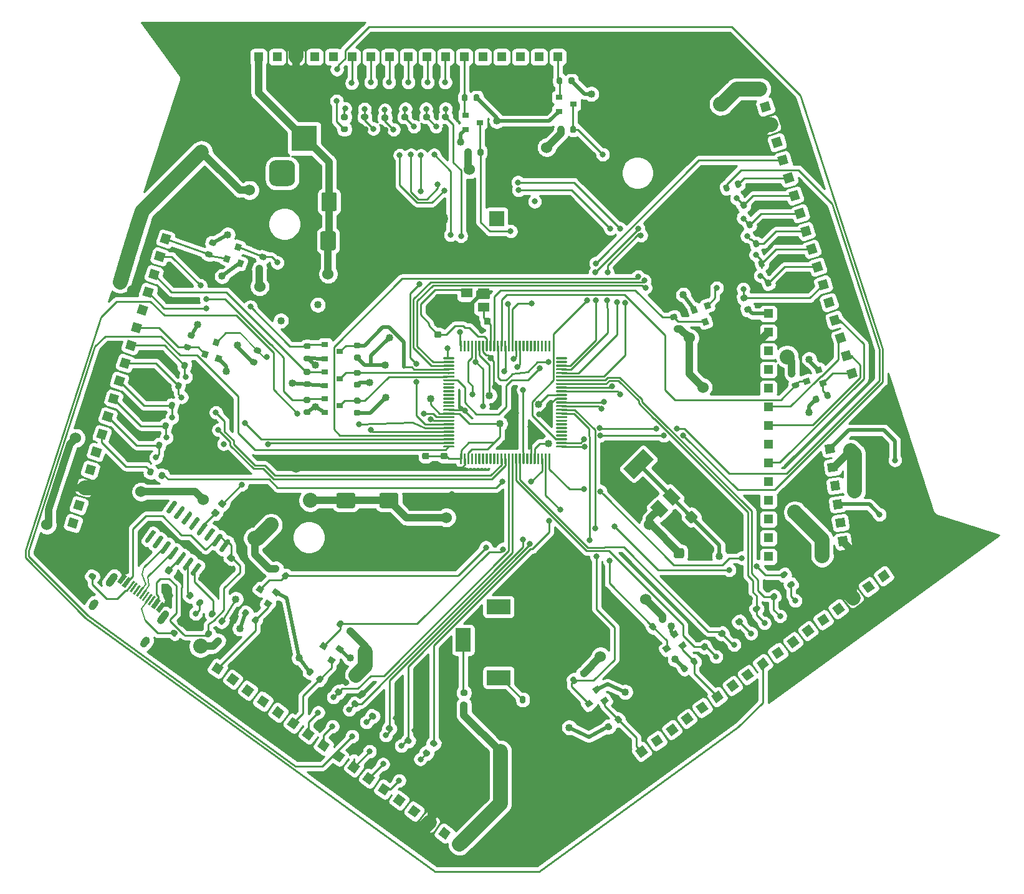
<source format=gbr>
%TF.GenerationSoftware,KiCad,Pcbnew,(5.1.7-0-10_14)*%
%TF.CreationDate,2021-04-07T15:47:16+02:00*%
%TF.ProjectId,Octogone_Sans_Regle,4f63746f-676f-46e6-955f-53616e735f52,rev?*%
%TF.SameCoordinates,Original*%
%TF.FileFunction,Copper,L2,Bot*%
%TF.FilePolarity,Positive*%
%FSLAX46Y46*%
G04 Gerber Fmt 4.6, Leading zero omitted, Abs format (unit mm)*
G04 Created by KiCad (PCBNEW (5.1.7-0-10_14)) date 2021-04-07 15:47:16*
%MOMM*%
%LPD*%
G01*
G04 APERTURE LIST*
%TA.AperFunction,ComponentPad*%
%ADD10R,1.250000X1.250000*%
%TD*%
%TA.AperFunction,ComponentPad*%
%ADD11C,0.100000*%
%TD*%
%TA.AperFunction,SMDPad,CuDef*%
%ADD12R,0.900000X0.800000*%
%TD*%
%TA.AperFunction,SMDPad,CuDef*%
%ADD13C,0.100000*%
%TD*%
%TA.AperFunction,ComponentPad*%
%ADD14R,2.000000X2.000000*%
%TD*%
%TA.AperFunction,ComponentPad*%
%ADD15C,2.000000*%
%TD*%
%TA.AperFunction,SMDPad,CuDef*%
%ADD16R,1.500000X1.300000*%
%TD*%
%TA.AperFunction,ComponentPad*%
%ADD17R,3.200000X2.000000*%
%TD*%
%TA.AperFunction,ComponentPad*%
%ADD18R,2.000000X3.200000*%
%TD*%
%TA.AperFunction,ComponentPad*%
%ADD19R,3.500000X3.500000*%
%TD*%
%TA.AperFunction,ViaPad*%
%ADD20C,0.800000*%
%TD*%
%TA.AperFunction,ViaPad*%
%ADD21C,1.016000*%
%TD*%
%TA.AperFunction,ViaPad*%
%ADD22C,1.524000*%
%TD*%
%TA.AperFunction,ViaPad*%
%ADD23C,2.032000*%
%TD*%
%TA.AperFunction,Conductor*%
%ADD24C,0.250000*%
%TD*%
%TA.AperFunction,Conductor*%
%ADD25C,0.500000*%
%TD*%
%TA.AperFunction,Conductor*%
%ADD26C,0.203200*%
%TD*%
%TA.AperFunction,Conductor*%
%ADD27C,1.000000*%
%TD*%
%TA.AperFunction,Conductor*%
%ADD28C,2.000000*%
%TD*%
%TA.AperFunction,Conductor*%
%ADD29C,0.254000*%
%TD*%
%TA.AperFunction,Conductor*%
%ADD30C,0.100000*%
%TD*%
G04 APERTURE END LIST*
D10*
%TO.P,U2,7*%
%TO.N,/CLK*%
X162300000Y-102740000D03*
%TO.P,U2,9*%
%TO.N,/MISO*%
X162300000Y-107820000D03*
%TO.P,U2,12*%
%TO.N,N/C*%
X162300000Y-115440000D03*
%TO.P,U2,2*%
%TO.N,GND*%
X162300000Y-90040000D03*
%TO.P,U2,11*%
%TO.N,N/C*%
X162300000Y-112900000D03*
%TO.P,U2,3*%
%TO.N,/TFT_CS*%
X162300000Y-92580000D03*
%TO.P,U2,10*%
%TO.N,N/C*%
X162300000Y-110360000D03*
%TO.P,U2,4*%
%TO.N,/TFT_RST*%
X162300000Y-95120000D03*
%TO.P,U2,6*%
%TO.N,/MOSI*%
X162300000Y-100200000D03*
%TO.P,U2,8*%
%TO.N,+3V3*%
X162300000Y-105280000D03*
%TO.P,U2,1*%
X162300000Y-87500000D03*
%TO.P,U2,14*%
%TO.N,N/C*%
X162300000Y-120520000D03*
%TO.P,U2,13*%
X162300000Y-117980000D03*
%TO.P,U2,5*%
%TO.N,/TFT_DC*%
X162300000Y-97660000D03*
%TD*%
%TA.AperFunction,ComponentPad*%
D11*
%TO.P,P2,1*%
%TO.N,+5V*%
G36*
X68244194Y-116755615D02*
G01*
X67055373Y-116369344D01*
X67441644Y-115180523D01*
X68630465Y-115566794D01*
X68244194Y-116755615D01*
G37*
%TD.AperFunction*%
%TA.AperFunction,ComponentPad*%
%TO.P,P2,2*%
%TO.N,+3V3*%
G36*
X69029097Y-114339931D02*
G01*
X67840276Y-113953660D01*
X68226547Y-112764839D01*
X69415368Y-113151110D01*
X69029097Y-114339931D01*
G37*
%TD.AperFunction*%
%TA.AperFunction,ComponentPad*%
%TO.P,P2,3*%
%TO.N,GND*%
G36*
X69814000Y-111924248D02*
G01*
X68625179Y-111537977D01*
X69011450Y-110349156D01*
X70200271Y-110735427D01*
X69814000Y-111924248D01*
G37*
%TD.AperFunction*%
%TA.AperFunction,ComponentPad*%
%TO.P,P2,4*%
%TO.N,/LED3_4*%
G36*
X70598903Y-109508564D02*
G01*
X69410082Y-109122293D01*
X69796353Y-107933472D01*
X70985174Y-108319743D01*
X70598903Y-109508564D01*
G37*
%TD.AperFunction*%
%TA.AperFunction,ComponentPad*%
%TO.P,P2,5*%
%TO.N,/LED2_3*%
G36*
X71383807Y-107092881D02*
G01*
X70194986Y-106706610D01*
X70581257Y-105517789D01*
X71770078Y-105904060D01*
X71383807Y-107092881D01*
G37*
%TD.AperFunction*%
%TA.AperFunction,ComponentPad*%
%TO.P,P2,6*%
%TO.N,Net-(P2-Pad6)*%
G36*
X72168710Y-104677197D02*
G01*
X70979889Y-104290926D01*
X71366160Y-103102105D01*
X72554981Y-103488376D01*
X72168710Y-104677197D01*
G37*
%TD.AperFunction*%
%TA.AperFunction,ComponentPad*%
%TO.P,P2,7*%
%TO.N,/BUT_A3*%
G36*
X72953613Y-102261514D02*
G01*
X71764792Y-101875243D01*
X72151063Y-100686422D01*
X73339884Y-101072693D01*
X72953613Y-102261514D01*
G37*
%TD.AperFunction*%
%TA.AperFunction,ComponentPad*%
%TO.P,P2,8*%
%TO.N,/BUT_B3*%
G36*
X73738516Y-99845830D02*
G01*
X72549695Y-99459559D01*
X72935966Y-98270738D01*
X74124787Y-98657009D01*
X73738516Y-99845830D01*
G37*
%TD.AperFunction*%
%TA.AperFunction,ComponentPad*%
%TO.P,P2,9*%
%TO.N,/ENC_SW3*%
G36*
X74523419Y-97430147D02*
G01*
X73334598Y-97043876D01*
X73720869Y-95855055D01*
X74909690Y-96241326D01*
X74523419Y-97430147D01*
G37*
%TD.AperFunction*%
%TA.AperFunction,ComponentPad*%
%TO.P,P2,10*%
%TO.N,/ENC_A3*%
G36*
X75308322Y-95014463D02*
G01*
X74119501Y-94628192D01*
X74505772Y-93439371D01*
X75694593Y-93825642D01*
X75308322Y-95014463D01*
G37*
%TD.AperFunction*%
%TA.AperFunction,ComponentPad*%
%TO.P,P2,11*%
%TO.N,/ENC_B3*%
G36*
X76093226Y-92598779D02*
G01*
X74904405Y-92212508D01*
X75290676Y-91023687D01*
X76479497Y-91409958D01*
X76093226Y-92598779D01*
G37*
%TD.AperFunction*%
%TA.AperFunction,ComponentPad*%
%TO.P,P2,12*%
%TO.N,/sheet60968E31/sheet60634ADD/LV1*%
G36*
X76878129Y-90183096D02*
G01*
X75689308Y-89796825D01*
X76075579Y-88608004D01*
X77264400Y-88994275D01*
X76878129Y-90183096D01*
G37*
%TD.AperFunction*%
%TA.AperFunction,ComponentPad*%
%TO.P,P2,13*%
%TO.N,N/C*%
G36*
X77663032Y-87767412D02*
G01*
X76474211Y-87381141D01*
X76860482Y-86192320D01*
X78049303Y-86578591D01*
X77663032Y-87767412D01*
G37*
%TD.AperFunction*%
%TA.AperFunction,ComponentPad*%
%TO.P,P2,14*%
%TO.N,/MISO*%
G36*
X78447935Y-85351729D02*
G01*
X77259114Y-84965458D01*
X77645385Y-83776637D01*
X78834206Y-84162908D01*
X78447935Y-85351729D01*
G37*
%TD.AperFunction*%
%TA.AperFunction,ComponentPad*%
%TO.P,P2,15*%
%TO.N,/MOSI*%
G36*
X79232838Y-82936045D02*
G01*
X78044017Y-82549774D01*
X78430288Y-81360953D01*
X79619109Y-81747224D01*
X79232838Y-82936045D01*
G37*
%TD.AperFunction*%
%TA.AperFunction,ComponentPad*%
%TO.P,P2,16*%
%TO.N,/CLK*%
G36*
X80017741Y-80520362D02*
G01*
X78828920Y-80134091D01*
X79215191Y-78945270D01*
X80404012Y-79331541D01*
X80017741Y-80520362D01*
G37*
%TD.AperFunction*%
%TA.AperFunction,ComponentPad*%
%TO.P,P2,17*%
%TO.N,/sheet60968E31/level_shifter/LV1*%
G36*
X80802645Y-78104678D02*
G01*
X79613824Y-77718407D01*
X80000095Y-76529586D01*
X81188916Y-76915857D01*
X80802645Y-78104678D01*
G37*
%TD.AperFunction*%
%TD*%
%TO.P,U4,16*%
%TO.N,Net-(C9-Pad1)*%
%TA.AperFunction,SMDPad,CuDef*%
G36*
G01*
X87999111Y-119887348D02*
X87756406Y-119711012D01*
G75*
G02*
X87723221Y-119501491I88168J121353D01*
G01*
X88693066Y-118166613D01*
G75*
G02*
X88902587Y-118133428I121353J-88168D01*
G01*
X89145292Y-118309764D01*
G75*
G02*
X89178477Y-118519285I-88168J-121353D01*
G01*
X88208632Y-119854163D01*
G75*
G02*
X87999111Y-119887348I-121353J88168D01*
G01*
G37*
%TD.AperFunction*%
%TO.P,U4,15*%
%TA.AperFunction,SMDPad,CuDef*%
G36*
G01*
X86971659Y-119140861D02*
X86728954Y-118964525D01*
G75*
G02*
X86695769Y-118755004I88168J121353D01*
G01*
X87665614Y-117420126D01*
G75*
G02*
X87875135Y-117386941I121353J-88168D01*
G01*
X88117840Y-117563277D01*
G75*
G02*
X88151025Y-117772798I-88168J-121353D01*
G01*
X87181180Y-119107676D01*
G75*
G02*
X86971659Y-119140861I-121353J88168D01*
G01*
G37*
%TD.AperFunction*%
%TO.P,U4,14*%
%TO.N,N/C*%
%TA.AperFunction,SMDPad,CuDef*%
G36*
G01*
X85944208Y-118394374D02*
X85701503Y-118218038D01*
G75*
G02*
X85668318Y-118008517I88168J121353D01*
G01*
X86638163Y-116673639D01*
G75*
G02*
X86847684Y-116640454I121353J-88168D01*
G01*
X87090389Y-116816790D01*
G75*
G02*
X87123574Y-117026311I-88168J-121353D01*
G01*
X86153729Y-118361189D01*
G75*
G02*
X85944208Y-118394374I-121353J88168D01*
G01*
G37*
%TD.AperFunction*%
%TO.P,U4,13*%
%TO.N,/DTR*%
%TA.AperFunction,SMDPad,CuDef*%
G36*
G01*
X84916756Y-117647887D02*
X84674051Y-117471551D01*
G75*
G02*
X84640866Y-117262030I88168J121353D01*
G01*
X85610711Y-115927152D01*
G75*
G02*
X85820232Y-115893967I121353J-88168D01*
G01*
X86062937Y-116070303D01*
G75*
G02*
X86096122Y-116279824I-88168J-121353D01*
G01*
X85126277Y-117614702D01*
G75*
G02*
X84916756Y-117647887I-121353J88168D01*
G01*
G37*
%TD.AperFunction*%
%TO.P,U4,12*%
%TO.N,N/C*%
%TA.AperFunction,SMDPad,CuDef*%
G36*
G01*
X83889305Y-116901399D02*
X83646600Y-116725063D01*
G75*
G02*
X83613415Y-116515542I88168J121353D01*
G01*
X84583260Y-115180664D01*
G75*
G02*
X84792781Y-115147479I121353J-88168D01*
G01*
X85035486Y-115323815D01*
G75*
G02*
X85068671Y-115533336I-88168J-121353D01*
G01*
X84098826Y-116868214D01*
G75*
G02*
X83889305Y-116901399I-121353J88168D01*
G01*
G37*
%TD.AperFunction*%
%TO.P,U4,11*%
%TA.AperFunction,SMDPad,CuDef*%
G36*
G01*
X82861853Y-116154912D02*
X82619148Y-115978576D01*
G75*
G02*
X82585963Y-115769055I88168J121353D01*
G01*
X83555808Y-114434177D01*
G75*
G02*
X83765329Y-114400992I121353J-88168D01*
G01*
X84008034Y-114577328D01*
G75*
G02*
X84041219Y-114786849I-88168J-121353D01*
G01*
X83071374Y-116121727D01*
G75*
G02*
X82861853Y-116154912I-121353J88168D01*
G01*
G37*
%TD.AperFunction*%
%TO.P,U4,10*%
%TA.AperFunction,SMDPad,CuDef*%
G36*
G01*
X81834402Y-115408425D02*
X81591697Y-115232089D01*
G75*
G02*
X81558512Y-115022568I88168J121353D01*
G01*
X82528357Y-113687690D01*
G75*
G02*
X82737878Y-113654505I121353J-88168D01*
G01*
X82980583Y-113830841D01*
G75*
G02*
X83013768Y-114040362I-88168J-121353D01*
G01*
X82043923Y-115375240D01*
G75*
G02*
X81834402Y-115408425I-121353J88168D01*
G01*
G37*
%TD.AperFunction*%
%TO.P,U4,9*%
%TA.AperFunction,SMDPad,CuDef*%
G36*
G01*
X80806950Y-114661937D02*
X80564245Y-114485601D01*
G75*
G02*
X80531060Y-114276080I88168J121353D01*
G01*
X81500905Y-112941202D01*
G75*
G02*
X81710426Y-112908017I121353J-88168D01*
G01*
X81953131Y-113084353D01*
G75*
G02*
X81986316Y-113293874I-88168J-121353D01*
G01*
X81016471Y-114628752D01*
G75*
G02*
X80806950Y-114661937I-121353J88168D01*
G01*
G37*
%TD.AperFunction*%
%TO.P,U4,8*%
%TA.AperFunction,SMDPad,CuDef*%
G36*
G01*
X77897413Y-118666572D02*
X77654708Y-118490236D01*
G75*
G02*
X77621523Y-118280715I88168J121353D01*
G01*
X78591368Y-116945837D01*
G75*
G02*
X78800889Y-116912652I121353J-88168D01*
G01*
X79043594Y-117088988D01*
G75*
G02*
X79076779Y-117298509I-88168J-121353D01*
G01*
X78106934Y-118633387D01*
G75*
G02*
X77897413Y-118666572I-121353J88168D01*
G01*
G37*
%TD.AperFunction*%
%TO.P,U4,7*%
%TA.AperFunction,SMDPad,CuDef*%
G36*
G01*
X78924865Y-119413059D02*
X78682160Y-119236723D01*
G75*
G02*
X78648975Y-119027202I88168J121353D01*
G01*
X79618820Y-117692324D01*
G75*
G02*
X79828341Y-117659139I121353J-88168D01*
G01*
X80071046Y-117835475D01*
G75*
G02*
X80104231Y-118044996I-88168J-121353D01*
G01*
X79134386Y-119379874D01*
G75*
G02*
X78924865Y-119413059I-121353J88168D01*
G01*
G37*
%TD.AperFunction*%
%TO.P,U4,6*%
%TO.N,Net-(P7-PadA7)*%
%TA.AperFunction,SMDPad,CuDef*%
G36*
G01*
X79952316Y-120159546D02*
X79709611Y-119983210D01*
G75*
G02*
X79676426Y-119773689I88168J121353D01*
G01*
X80646271Y-118438811D01*
G75*
G02*
X80855792Y-118405626I121353J-88168D01*
G01*
X81098497Y-118581962D01*
G75*
G02*
X81131682Y-118791483I-88168J-121353D01*
G01*
X80161837Y-120126361D01*
G75*
G02*
X79952316Y-120159546I-121353J88168D01*
G01*
G37*
%TD.AperFunction*%
%TO.P,U4,5*%
%TO.N,Net-(P7-PadA6)*%
%TA.AperFunction,SMDPad,CuDef*%
G36*
G01*
X80979768Y-120906033D02*
X80737063Y-120729697D01*
G75*
G02*
X80703878Y-120520176I88168J121353D01*
G01*
X81673723Y-119185298D01*
G75*
G02*
X81883244Y-119152113I121353J-88168D01*
G01*
X82125949Y-119328449D01*
G75*
G02*
X82159134Y-119537970I-88168J-121353D01*
G01*
X81189289Y-120872848D01*
G75*
G02*
X80979768Y-120906033I-121353J88168D01*
G01*
G37*
%TD.AperFunction*%
%TO.P,U4,4*%
%TO.N,Net-(C11-Pad1)*%
%TA.AperFunction,SMDPad,CuDef*%
G36*
G01*
X82007219Y-121652521D02*
X81764514Y-121476185D01*
G75*
G02*
X81731329Y-121266664I88168J121353D01*
G01*
X82701174Y-119931786D01*
G75*
G02*
X82910695Y-119898601I121353J-88168D01*
G01*
X83153400Y-120074937D01*
G75*
G02*
X83186585Y-120284458I-88168J-121353D01*
G01*
X82216740Y-121619336D01*
G75*
G02*
X82007219Y-121652521I-121353J88168D01*
G01*
G37*
%TD.AperFunction*%
%TO.P,U4,3*%
%TO.N,Net-(R59-Pad2)*%
%TA.AperFunction,SMDPad,CuDef*%
G36*
G01*
X83034671Y-122399008D02*
X82791966Y-122222672D01*
G75*
G02*
X82758781Y-122013151I88168J121353D01*
G01*
X83728626Y-120678273D01*
G75*
G02*
X83938147Y-120645088I121353J-88168D01*
G01*
X84180852Y-120821424D01*
G75*
G02*
X84214037Y-121030945I-88168J-121353D01*
G01*
X83244192Y-122365823D01*
G75*
G02*
X83034671Y-122399008I-121353J88168D01*
G01*
G37*
%TD.AperFunction*%
%TO.P,U4,2*%
%TO.N,Net-(R60-Pad2)*%
%TA.AperFunction,SMDPad,CuDef*%
G36*
G01*
X84062122Y-123145495D02*
X83819417Y-122969159D01*
G75*
G02*
X83786232Y-122759638I88168J121353D01*
G01*
X84756077Y-121424760D01*
G75*
G02*
X84965598Y-121391575I121353J-88168D01*
G01*
X85208303Y-121567911D01*
G75*
G02*
X85241488Y-121777432I-88168J-121353D01*
G01*
X84271643Y-123112310D01*
G75*
G02*
X84062122Y-123145495I-121353J88168D01*
G01*
G37*
%TD.AperFunction*%
%TO.P,U4,1*%
%TO.N,GND*%
%TA.AperFunction,SMDPad,CuDef*%
G36*
G01*
X85089574Y-123891983D02*
X84846869Y-123715647D01*
G75*
G02*
X84813684Y-123506126I88168J121353D01*
G01*
X85783529Y-122171248D01*
G75*
G02*
X85993050Y-122138063I121353J-88168D01*
G01*
X86235755Y-122314399D01*
G75*
G02*
X86268940Y-122523920I-88168J-121353D01*
G01*
X85299095Y-123858798D01*
G75*
G02*
X85089574Y-123891983I-121353J88168D01*
G01*
G37*
%TD.AperFunction*%
%TD*%
%TO.P,R60,2*%
%TO.N,Net-(R60-Pad2)*%
%TA.AperFunction,SMDPad,CuDef*%
G36*
G01*
X87217808Y-128327711D02*
X86894526Y-128772671D01*
G75*
G02*
X86615166Y-128816917I-161803J117557D01*
G01*
X86291560Y-128581803D01*
G75*
G02*
X86247314Y-128302443I117557J161803D01*
G01*
X86570596Y-127857483D01*
G75*
G02*
X86849956Y-127813237I161803J-117557D01*
G01*
X87173562Y-128048351D01*
G75*
G02*
X87217808Y-128327711I-117557J-161803D01*
G01*
G37*
%TD.AperFunction*%
%TO.P,R60,1*%
%TO.N,/RX*%
%TA.AperFunction,SMDPad,CuDef*%
G36*
G01*
X88552686Y-129297557D02*
X88229404Y-129742517D01*
G75*
G02*
X87950044Y-129786763I-161803J117557D01*
G01*
X87626438Y-129551649D01*
G75*
G02*
X87582192Y-129272289I117557J161803D01*
G01*
X87905474Y-128827329D01*
G75*
G02*
X88184834Y-128783083I161803J-117557D01*
G01*
X88508440Y-129018197D01*
G75*
G02*
X88552686Y-129297557I-117557J-161803D01*
G01*
G37*
%TD.AperFunction*%
%TD*%
%TO.P,R59,2*%
%TO.N,Net-(R59-Pad2)*%
%TA.AperFunction,SMDPad,CuDef*%
G36*
G01*
X84217808Y-125827711D02*
X83894526Y-126272671D01*
G75*
G02*
X83615166Y-126316917I-161803J117557D01*
G01*
X83291560Y-126081803D01*
G75*
G02*
X83247314Y-125802443I117557J161803D01*
G01*
X83570596Y-125357483D01*
G75*
G02*
X83849956Y-125313237I161803J-117557D01*
G01*
X84173562Y-125548351D01*
G75*
G02*
X84217808Y-125827711I-117557J-161803D01*
G01*
G37*
%TD.AperFunction*%
%TO.P,R59,1*%
%TO.N,/TX*%
%TA.AperFunction,SMDPad,CuDef*%
G36*
G01*
X85552686Y-126797557D02*
X85229404Y-127242517D01*
G75*
G02*
X84950044Y-127286763I-161803J117557D01*
G01*
X84626438Y-127051649D01*
G75*
G02*
X84582192Y-126772289I117557J161803D01*
G01*
X84905474Y-126327329D01*
G75*
G02*
X85184834Y-126283083I161803J-117557D01*
G01*
X85508440Y-126518197D01*
G75*
G02*
X85552686Y-126797557I-117557J-161803D01*
G01*
G37*
%TD.AperFunction*%
%TD*%
%TO.P,C11,2*%
%TO.N,GND*%
%TA.AperFunction,SMDPad,CuDef*%
G36*
G01*
X81588996Y-123237751D02*
X81882888Y-122833242D01*
G75*
G02*
X82197169Y-122783465I182029J-132252D01*
G01*
X82561227Y-123047968D01*
G75*
G02*
X82611004Y-123362249I-132252J-182029D01*
G01*
X82317112Y-123766758D01*
G75*
G02*
X82002831Y-123816535I-182029J132252D01*
G01*
X81638773Y-123552032D01*
G75*
G02*
X81588996Y-123237751I132252J182029D01*
G01*
G37*
%TD.AperFunction*%
%TO.P,C11,1*%
%TO.N,Net-(C11-Pad1)*%
%TA.AperFunction,SMDPad,CuDef*%
G36*
G01*
X80335020Y-122326683D02*
X80628912Y-121922174D01*
G75*
G02*
X80943193Y-121872397I182029J-132252D01*
G01*
X81307251Y-122136900D01*
G75*
G02*
X81357028Y-122451181I-132252J-182029D01*
G01*
X81063136Y-122855690D01*
G75*
G02*
X80748855Y-122905467I-182029J132252D01*
G01*
X80384797Y-122640964D01*
G75*
G02*
X80335020Y-122326683I132252J182029D01*
G01*
G37*
%TD.AperFunction*%
%TD*%
%TO.P,C10,2*%
%TO.N,/DTR*%
%TA.AperFunction,SMDPad,CuDef*%
G36*
G01*
X87254751Y-114059103D02*
X87654068Y-114360011D01*
G75*
G02*
X87698353Y-114675112I-135408J-179693D01*
G01*
X87427536Y-115034498D01*
G75*
G02*
X87112435Y-115078783I-179693J135408D01*
G01*
X86713118Y-114777875D01*
G75*
G02*
X86668833Y-114462774I135408J179693D01*
G01*
X86939650Y-114103388D01*
G75*
G02*
X87254751Y-114059103I179693J-135408D01*
G01*
G37*
%TD.AperFunction*%
%TO.P,C10,1*%
%TO.N,/RESET*%
%TA.AperFunction,SMDPad,CuDef*%
G36*
G01*
X88187565Y-112821217D02*
X88586882Y-113122125D01*
G75*
G02*
X88631167Y-113437226I-135408J-179693D01*
G01*
X88360350Y-113796612D01*
G75*
G02*
X88045249Y-113840897I-179693J135408D01*
G01*
X87645932Y-113539989D01*
G75*
G02*
X87601647Y-113224888I135408J179693D01*
G01*
X87872464Y-112865502D01*
G75*
G02*
X88187565Y-112821217I179693J-135408D01*
G01*
G37*
%TD.AperFunction*%
%TD*%
%TO.P,C9,2*%
%TO.N,GND*%
%TA.AperFunction,SMDPad,CuDef*%
G36*
G01*
X88451181Y-121442972D02*
X88855690Y-121736864D01*
G75*
G02*
X88905467Y-122051145I-132252J-182029D01*
G01*
X88640964Y-122415203D01*
G75*
G02*
X88326683Y-122464980I-182029J132252D01*
G01*
X87922174Y-122171088D01*
G75*
G02*
X87872397Y-121856807I132252J182029D01*
G01*
X88136900Y-121492749D01*
G75*
G02*
X88451181Y-121442972I182029J-132252D01*
G01*
G37*
%TD.AperFunction*%
%TO.P,C9,1*%
%TO.N,Net-(C9-Pad1)*%
%TA.AperFunction,SMDPad,CuDef*%
G36*
G01*
X89362249Y-120188996D02*
X89766758Y-120482888D01*
G75*
G02*
X89816535Y-120797169I-132252J-182029D01*
G01*
X89552032Y-121161227D01*
G75*
G02*
X89237751Y-121211004I-182029J132252D01*
G01*
X88833242Y-120917112D01*
G75*
G02*
X88783465Y-120602831I132252J182029D01*
G01*
X89047968Y-120238773D01*
G75*
G02*
X89362249Y-120188996I182029J-132252D01*
G01*
G37*
%TD.AperFunction*%
%TD*%
%TA.AperFunction,ComponentPad*%
%TO.P,J2,3*%
%TO.N,/CLK*%
G36*
X170665475Y-110348650D02*
G01*
X171903310Y-110174683D01*
X172077277Y-111412518D01*
X170839442Y-111586485D01*
X170665475Y-110348650D01*
G37*
%TD.AperFunction*%
%TA.AperFunction,ComponentPad*%
%TO.P,J2,2*%
%TO.N,+5V*%
G36*
X170311975Y-107833370D02*
G01*
X171549810Y-107659403D01*
X171723777Y-108897238D01*
X170485942Y-109071205D01*
X170311975Y-107833370D01*
G37*
%TD.AperFunction*%
%TA.AperFunction,ComponentPad*%
%TO.P,J2,1*%
%TO.N,/MISO*%
G36*
X169958475Y-105318089D02*
G01*
X171196310Y-105144122D01*
X171370277Y-106381957D01*
X170132442Y-106555924D01*
X169958475Y-105318089D01*
G37*
%TD.AperFunction*%
%TA.AperFunction,ComponentPad*%
%TO.P,J2,5*%
%TO.N,/RESET*%
G36*
X171372474Y-115379212D02*
G01*
X172610309Y-115205245D01*
X172784276Y-116443080D01*
X171546441Y-116617047D01*
X171372474Y-115379212D01*
G37*
%TD.AperFunction*%
%TA.AperFunction,ComponentPad*%
%TO.P,J2,6*%
%TO.N,GND*%
G36*
X171725974Y-117894493D02*
G01*
X172963809Y-117720526D01*
X173137776Y-118958361D01*
X171899941Y-119132328D01*
X171725974Y-117894493D01*
G37*
%TD.AperFunction*%
%TA.AperFunction,ComponentPad*%
%TO.P,J2,4*%
%TO.N,/MOSI*%
G36*
X171018974Y-112863931D02*
G01*
X172256809Y-112689964D01*
X172430776Y-113927799D01*
X171192941Y-114101766D01*
X171018974Y-112863931D01*
G37*
%TD.AperFunction*%
%TD*%
%TO.P,R1,1*%
%TO.N,/ENC_B1*%
%TA.AperFunction,SMDPad,CuDef*%
G36*
G01*
X162580065Y-82959914D02*
X162750024Y-83482995D01*
G75*
G02*
X162621616Y-83735009I-190211J-61803D01*
G01*
X162241193Y-83858616D01*
G75*
G02*
X161989179Y-83730208I-61803J190211D01*
G01*
X161819220Y-83207127D01*
G75*
G02*
X161947628Y-82955113I190211J61803D01*
G01*
X162328051Y-82831506D01*
G75*
G02*
X162580065Y-82959914I61803J-190211D01*
G01*
G37*
%TD.AperFunction*%
%TO.P,R1,2*%
%TO.N,GND*%
%TA.AperFunction,SMDPad,CuDef*%
G36*
G01*
X161010821Y-83469792D02*
X161180780Y-83992873D01*
G75*
G02*
X161052372Y-84244887I-190211J-61803D01*
G01*
X160671949Y-84368494D01*
G75*
G02*
X160419935Y-84240086I-61803J190211D01*
G01*
X160249976Y-83717005D01*
G75*
G02*
X160378384Y-83464991I190211J61803D01*
G01*
X160758807Y-83341384D01*
G75*
G02*
X161010821Y-83469792I61803J-190211D01*
G01*
G37*
%TD.AperFunction*%
%TD*%
%TO.P,R58,1*%
%TO.N,+5V*%
%TA.AperFunction,SMDPad,CuDef*%
G36*
G01*
X121150000Y-65825000D02*
X121150000Y-65275000D01*
G75*
G02*
X121350000Y-65075000I200000J0D01*
G01*
X121750000Y-65075000D01*
G75*
G02*
X121950000Y-65275000I0J-200000D01*
G01*
X121950000Y-65825000D01*
G75*
G02*
X121750000Y-66025000I-200000J0D01*
G01*
X121350000Y-66025000D01*
G75*
G02*
X121150000Y-65825000I0J200000D01*
G01*
G37*
%TD.AperFunction*%
%TO.P,R58,2*%
%TO.N,/RFID_RST2*%
%TA.AperFunction,SMDPad,CuDef*%
G36*
G01*
X122800000Y-65825000D02*
X122800000Y-65275000D01*
G75*
G02*
X123000000Y-65075000I200000J0D01*
G01*
X123400000Y-65075000D01*
G75*
G02*
X123600000Y-65275000I0J-200000D01*
G01*
X123600000Y-65825000D01*
G75*
G02*
X123400000Y-66025000I-200000J0D01*
G01*
X123000000Y-66025000D01*
G75*
G02*
X122800000Y-65825000I0J200000D01*
G01*
G37*
%TD.AperFunction*%
%TD*%
%TO.P,R57,1*%
%TO.N,+3V3*%
%TA.AperFunction,SMDPad,CuDef*%
G36*
G01*
X123075000Y-57875000D02*
X123075000Y-58425000D01*
G75*
G02*
X122875000Y-58625000I-200000J0D01*
G01*
X122475000Y-58625000D01*
G75*
G02*
X122275000Y-58425000I0J200000D01*
G01*
X122275000Y-57875000D01*
G75*
G02*
X122475000Y-57675000I200000J0D01*
G01*
X122875000Y-57675000D01*
G75*
G02*
X123075000Y-57875000I0J-200000D01*
G01*
G37*
%TD.AperFunction*%
%TO.P,R57,2*%
%TO.N,/sheet60967BFF/sheet60634ADD/LV1*%
%TA.AperFunction,SMDPad,CuDef*%
G36*
G01*
X121425000Y-57875000D02*
X121425000Y-58425000D01*
G75*
G02*
X121225000Y-58625000I-200000J0D01*
G01*
X120825000Y-58625000D01*
G75*
G02*
X120625000Y-58425000I0J200000D01*
G01*
X120625000Y-57875000D01*
G75*
G02*
X120825000Y-57675000I200000J0D01*
G01*
X121225000Y-57675000D01*
G75*
G02*
X121425000Y-57875000I0J-200000D01*
G01*
G37*
%TD.AperFunction*%
%TD*%
%TO.P,R24,1*%
%TO.N,/ENC_A4*%
%TA.AperFunction,SMDPad,CuDef*%
G36*
G01*
X106152443Y-141002686D02*
X105707483Y-140679404D01*
G75*
G02*
X105663237Y-140400044I117557J161803D01*
G01*
X105898351Y-140076438D01*
G75*
G02*
X106177711Y-140032192I161803J-117557D01*
G01*
X106622671Y-140355474D01*
G75*
G02*
X106666917Y-140634834I-117557J-161803D01*
G01*
X106431803Y-140958440D01*
G75*
G02*
X106152443Y-141002686I-161803J117557D01*
G01*
G37*
%TD.AperFunction*%
%TO.P,R24,2*%
%TO.N,GND*%
%TA.AperFunction,SMDPad,CuDef*%
G36*
G01*
X107122289Y-139667808D02*
X106677329Y-139344526D01*
G75*
G02*
X106633083Y-139065166I117557J161803D01*
G01*
X106868197Y-138741560D01*
G75*
G02*
X107147557Y-138697314I161803J-117557D01*
G01*
X107592517Y-139020596D01*
G75*
G02*
X107636763Y-139299956I-117557J-161803D01*
G01*
X107401649Y-139623562D01*
G75*
G02*
X107122289Y-139667808I-161803J117557D01*
G01*
G37*
%TD.AperFunction*%
%TD*%
%TO.P,R23,1*%
%TO.N,/ENC_B4*%
%TA.AperFunction,SMDPad,CuDef*%
G36*
G01*
X103902443Y-139402686D02*
X103457483Y-139079404D01*
G75*
G02*
X103413237Y-138800044I117557J161803D01*
G01*
X103648351Y-138476438D01*
G75*
G02*
X103927711Y-138432192I161803J-117557D01*
G01*
X104372671Y-138755474D01*
G75*
G02*
X104416917Y-139034834I-117557J-161803D01*
G01*
X104181803Y-139358440D01*
G75*
G02*
X103902443Y-139402686I-161803J117557D01*
G01*
G37*
%TD.AperFunction*%
%TO.P,R23,2*%
%TO.N,GND*%
%TA.AperFunction,SMDPad,CuDef*%
G36*
G01*
X104872289Y-138067808D02*
X104427329Y-137744526D01*
G75*
G02*
X104383083Y-137465166I117557J161803D01*
G01*
X104618197Y-137141560D01*
G75*
G02*
X104897557Y-137097314I161803J-117557D01*
G01*
X105342517Y-137420596D01*
G75*
G02*
X105386763Y-137699956I-117557J-161803D01*
G01*
X105151649Y-138023562D01*
G75*
G02*
X104872289Y-138067808I-161803J117557D01*
G01*
G37*
%TD.AperFunction*%
%TD*%
%TO.P,R14,1*%
%TO.N,/ENC_A3*%
%TA.AperFunction,SMDPad,CuDef*%
G36*
G01*
X81699976Y-97432995D02*
X81869935Y-96909914D01*
G75*
G02*
X82121949Y-96781506I190211J-61803D01*
G01*
X82502372Y-96905113D01*
G75*
G02*
X82630780Y-97157127I-61803J-190211D01*
G01*
X82460821Y-97680208D01*
G75*
G02*
X82208807Y-97808616I-190211J61803D01*
G01*
X81828384Y-97685009D01*
G75*
G02*
X81699976Y-97432995I61803J190211D01*
G01*
G37*
%TD.AperFunction*%
%TO.P,R14,2*%
%TO.N,GND*%
%TA.AperFunction,SMDPad,CuDef*%
G36*
G01*
X83269220Y-97942873D02*
X83439179Y-97419792D01*
G75*
G02*
X83691193Y-97291384I190211J-61803D01*
G01*
X84071616Y-97414991D01*
G75*
G02*
X84200024Y-97667005I-61803J-190211D01*
G01*
X84030065Y-98190086D01*
G75*
G02*
X83778051Y-98318494I-190211J61803D01*
G01*
X83397628Y-98194887D01*
G75*
G02*
X83269220Y-97942873I61803J190211D01*
G01*
G37*
%TD.AperFunction*%
%TD*%
%TO.P,R16,1*%
%TO.N,/ENC_SW3*%
%TA.AperFunction,SMDPad,CuDef*%
G36*
G01*
X80799976Y-100132995D02*
X80969935Y-99609914D01*
G75*
G02*
X81221949Y-99481506I190211J-61803D01*
G01*
X81602372Y-99605113D01*
G75*
G02*
X81730780Y-99857127I-61803J-190211D01*
G01*
X81560821Y-100380208D01*
G75*
G02*
X81308807Y-100508616I-190211J61803D01*
G01*
X80928384Y-100385009D01*
G75*
G02*
X80799976Y-100132995I61803J190211D01*
G01*
G37*
%TD.AperFunction*%
%TO.P,R16,2*%
%TO.N,GND*%
%TA.AperFunction,SMDPad,CuDef*%
G36*
G01*
X82369220Y-100642873D02*
X82539179Y-100119792D01*
G75*
G02*
X82791193Y-99991384I190211J-61803D01*
G01*
X83171616Y-100114991D01*
G75*
G02*
X83300024Y-100367005I-61803J-190211D01*
G01*
X83130065Y-100890086D01*
G75*
G02*
X82878051Y-101018494I-190211J61803D01*
G01*
X82497628Y-100894887D01*
G75*
G02*
X82369220Y-100642873I61803J190211D01*
G01*
G37*
%TD.AperFunction*%
%TD*%
%TO.P,R17,1*%
%TO.N,/BUT_B3*%
%TA.AperFunction,SMDPad,CuDef*%
G36*
G01*
X79949976Y-102882995D02*
X80119935Y-102359914D01*
G75*
G02*
X80371949Y-102231506I190211J-61803D01*
G01*
X80752372Y-102355113D01*
G75*
G02*
X80880780Y-102607127I-61803J-190211D01*
G01*
X80710821Y-103130208D01*
G75*
G02*
X80458807Y-103258616I-190211J61803D01*
G01*
X80078384Y-103135009D01*
G75*
G02*
X79949976Y-102882995I61803J190211D01*
G01*
G37*
%TD.AperFunction*%
%TO.P,R17,2*%
%TO.N,GND*%
%TA.AperFunction,SMDPad,CuDef*%
G36*
G01*
X81519220Y-103392873D02*
X81689179Y-102869792D01*
G75*
G02*
X81941193Y-102741384I190211J-61803D01*
G01*
X82321616Y-102864991D01*
G75*
G02*
X82450024Y-103117005I-61803J-190211D01*
G01*
X82280065Y-103640086D01*
G75*
G02*
X82028051Y-103768494I-190211J61803D01*
G01*
X81647628Y-103644887D01*
G75*
G02*
X81519220Y-103392873I61803J190211D01*
G01*
G37*
%TD.AperFunction*%
%TD*%
%TO.P,R18,1*%
%TO.N,/BUT_A3*%
%TA.AperFunction,SMDPad,CuDef*%
G36*
G01*
X79065354Y-105528056D02*
X79235313Y-105004975D01*
G75*
G02*
X79487327Y-104876567I190211J-61803D01*
G01*
X79867750Y-105000174D01*
G75*
G02*
X79996158Y-105252188I-61803J-190211D01*
G01*
X79826199Y-105775269D01*
G75*
G02*
X79574185Y-105903677I-190211J61803D01*
G01*
X79193762Y-105780070D01*
G75*
G02*
X79065354Y-105528056I61803J190211D01*
G01*
G37*
%TD.AperFunction*%
%TO.P,R18,2*%
%TO.N,GND*%
%TA.AperFunction,SMDPad,CuDef*%
G36*
G01*
X80634598Y-106037934D02*
X80804557Y-105514853D01*
G75*
G02*
X81056571Y-105386445I190211J-61803D01*
G01*
X81436994Y-105510052D01*
G75*
G02*
X81565402Y-105762066I-61803J-190211D01*
G01*
X81395443Y-106285147D01*
G75*
G02*
X81143429Y-106413555I-190211J61803D01*
G01*
X80763006Y-106289948D01*
G75*
G02*
X80634598Y-106037934I61803J190211D01*
G01*
G37*
%TD.AperFunction*%
%TD*%
%TO.P,R25,1*%
%TO.N,Net-(P3-Pad6)*%
%TA.AperFunction,SMDPad,CuDef*%
G36*
G01*
X115852443Y-147702686D02*
X115407483Y-147379404D01*
G75*
G02*
X115363237Y-147100044I117557J161803D01*
G01*
X115598351Y-146776438D01*
G75*
G02*
X115877711Y-146732192I161803J-117557D01*
G01*
X116322671Y-147055474D01*
G75*
G02*
X116366917Y-147334834I-117557J-161803D01*
G01*
X116131803Y-147658440D01*
G75*
G02*
X115852443Y-147702686I-161803J117557D01*
G01*
G37*
%TD.AperFunction*%
%TO.P,R25,2*%
%TO.N,/MAT_IN4*%
%TA.AperFunction,SMDPad,CuDef*%
G36*
G01*
X116822289Y-146367808D02*
X116377329Y-146044526D01*
G75*
G02*
X116333083Y-145765166I117557J161803D01*
G01*
X116568197Y-145441560D01*
G75*
G02*
X116847557Y-145397314I161803J-117557D01*
G01*
X117292517Y-145720596D01*
G75*
G02*
X117336763Y-145999956I-117557J-161803D01*
G01*
X117101649Y-146323562D01*
G75*
G02*
X116822289Y-146367808I-161803J117557D01*
G01*
G37*
%TD.AperFunction*%
%TD*%
%TO.P,R26,1*%
%TO.N,/ENC_SW4*%
%TA.AperFunction,SMDPad,CuDef*%
G36*
G01*
X108517520Y-142670125D02*
X108072560Y-142346843D01*
G75*
G02*
X108028314Y-142067483I117557J161803D01*
G01*
X108263428Y-141743877D01*
G75*
G02*
X108542788Y-141699631I161803J-117557D01*
G01*
X108987748Y-142022913D01*
G75*
G02*
X109031994Y-142302273I-117557J-161803D01*
G01*
X108796880Y-142625879D01*
G75*
G02*
X108517520Y-142670125I-161803J117557D01*
G01*
G37*
%TD.AperFunction*%
%TO.P,R26,2*%
%TO.N,GND*%
%TA.AperFunction,SMDPad,CuDef*%
G36*
G01*
X109487366Y-141335247D02*
X109042406Y-141011965D01*
G75*
G02*
X108998160Y-140732605I117557J161803D01*
G01*
X109233274Y-140408999D01*
G75*
G02*
X109512634Y-140364753I161803J-117557D01*
G01*
X109957594Y-140688035D01*
G75*
G02*
X110001840Y-140967395I-117557J-161803D01*
G01*
X109766726Y-141291001D01*
G75*
G02*
X109487366Y-141335247I-161803J117557D01*
G01*
G37*
%TD.AperFunction*%
%TD*%
D12*
%TO.P,Q8,1*%
%TO.N,+3V3*%
X102070000Y-100960000D03*
%TO.P,Q8,2*%
%TO.N,/CLK*%
X102070000Y-99060000D03*
%TO.P,Q8,3*%
%TO.N,/Sheet60A2DFDA/CLK_IN*%
X104070000Y-100010000D03*
%TD*%
%TO.P,R3,1*%
%TO.N,Net-(P1-Pad6)*%
%TA.AperFunction,SMDPad,CuDef*%
G36*
G01*
X158480065Y-69509914D02*
X158650024Y-70032995D01*
G75*
G02*
X158521616Y-70285009I-190211J-61803D01*
G01*
X158141193Y-70408616D01*
G75*
G02*
X157889179Y-70280208I-61803J190211D01*
G01*
X157719220Y-69757127D01*
G75*
G02*
X157847628Y-69505113I190211J61803D01*
G01*
X158228051Y-69381506D01*
G75*
G02*
X158480065Y-69509914I61803J-190211D01*
G01*
G37*
%TD.AperFunction*%
%TO.P,R3,2*%
%TO.N,/MAT_IN1*%
%TA.AperFunction,SMDPad,CuDef*%
G36*
G01*
X156910821Y-70019792D02*
X157080780Y-70542873D01*
G75*
G02*
X156952372Y-70794887I-190211J-61803D01*
G01*
X156571949Y-70918494D01*
G75*
G02*
X156319935Y-70790086I-61803J190211D01*
G01*
X156149976Y-70267005D01*
G75*
G02*
X156278384Y-70014991I190211J61803D01*
G01*
X156658807Y-69891384D01*
G75*
G02*
X156910821Y-70019792I61803J-190211D01*
G01*
G37*
%TD.AperFunction*%
%TD*%
%TO.P,R32,1*%
%TO.N,+5V*%
%TA.AperFunction,SMDPad,CuDef*%
G36*
G01*
X105952686Y-130647557D02*
X105629404Y-131092517D01*
G75*
G02*
X105350044Y-131136763I-161803J117557D01*
G01*
X105026438Y-130901649D01*
G75*
G02*
X104982192Y-130622289I117557J161803D01*
G01*
X105305474Y-130177329D01*
G75*
G02*
X105584834Y-130133083I161803J-117557D01*
G01*
X105908440Y-130368197D01*
G75*
G02*
X105952686Y-130647557I-117557J-161803D01*
G01*
G37*
%TD.AperFunction*%
%TO.P,R32,2*%
%TO.N,/RFID_RST4*%
%TA.AperFunction,SMDPad,CuDef*%
G36*
G01*
X104617808Y-129677711D02*
X104294526Y-130122671D01*
G75*
G02*
X104015166Y-130166917I-161803J117557D01*
G01*
X103691560Y-129931803D01*
G75*
G02*
X103647314Y-129652443I117557J161803D01*
G01*
X103970596Y-129207483D01*
G75*
G02*
X104249956Y-129163237I161803J-117557D01*
G01*
X104573562Y-129398351D01*
G75*
G02*
X104617808Y-129677711I-117557J-161803D01*
G01*
G37*
%TD.AperFunction*%
%TD*%
%TO.P,R31,1*%
%TO.N,+3V3*%
%TA.AperFunction,SMDPad,CuDef*%
G36*
G01*
X99547314Y-136202443D02*
X99870596Y-135757483D01*
G75*
G02*
X100149956Y-135713237I161803J-117557D01*
G01*
X100473562Y-135948351D01*
G75*
G02*
X100517808Y-136227711I-117557J-161803D01*
G01*
X100194526Y-136672671D01*
G75*
G02*
X99915166Y-136716917I-161803J117557D01*
G01*
X99591560Y-136481803D01*
G75*
G02*
X99547314Y-136202443I117557J161803D01*
G01*
G37*
%TD.AperFunction*%
%TO.P,R31,2*%
%TO.N,/sheet6096A2ED/sheet60634ADD/LV1*%
%TA.AperFunction,SMDPad,CuDef*%
G36*
G01*
X100882192Y-137172289D02*
X101205474Y-136727329D01*
G75*
G02*
X101484834Y-136683083I161803J-117557D01*
G01*
X101808440Y-136918197D01*
G75*
G02*
X101852686Y-137197557I-117557J-161803D01*
G01*
X101529404Y-137642517D01*
G75*
G02*
X101250044Y-137686763I-161803J117557D01*
G01*
X100926438Y-137451649D01*
G75*
G02*
X100882192Y-137172289I117557J161803D01*
G01*
G37*
%TD.AperFunction*%
%TD*%
%TO.P,R30,1*%
%TO.N,+5V*%
%TA.AperFunction,SMDPad,CuDef*%
G36*
G01*
X94897314Y-122152443D02*
X95220596Y-121707483D01*
G75*
G02*
X95499956Y-121663237I161803J-117557D01*
G01*
X95823562Y-121898351D01*
G75*
G02*
X95867808Y-122177711I-117557J-161803D01*
G01*
X95544526Y-122622671D01*
G75*
G02*
X95265166Y-122666917I-161803J117557D01*
G01*
X94941560Y-122431803D01*
G75*
G02*
X94897314Y-122152443I117557J161803D01*
G01*
G37*
%TD.AperFunction*%
%TO.P,R30,2*%
%TO.N,/RFID_CS4*%
%TA.AperFunction,SMDPad,CuDef*%
G36*
G01*
X96232192Y-123122289D02*
X96555474Y-122677329D01*
G75*
G02*
X96834834Y-122633083I161803J-117557D01*
G01*
X97158440Y-122868197D01*
G75*
G02*
X97202686Y-123147557I-117557J-161803D01*
G01*
X96879404Y-123592517D01*
G75*
G02*
X96600044Y-123636763I-161803J117557D01*
G01*
X96276438Y-123401649D01*
G75*
G02*
X96232192Y-123122289I117557J161803D01*
G01*
G37*
%TD.AperFunction*%
%TD*%
%TO.P,R29,1*%
%TO.N,+3V3*%
%TA.AperFunction,SMDPad,CuDef*%
G36*
G01*
X90797314Y-128152443D02*
X91120596Y-127707483D01*
G75*
G02*
X91399956Y-127663237I161803J-117557D01*
G01*
X91723562Y-127898351D01*
G75*
G02*
X91767808Y-128177711I-117557J-161803D01*
G01*
X91444526Y-128622671D01*
G75*
G02*
X91165166Y-128666917I-161803J117557D01*
G01*
X90841560Y-128431803D01*
G75*
G02*
X90797314Y-128152443I117557J161803D01*
G01*
G37*
%TD.AperFunction*%
%TO.P,R29,2*%
%TO.N,/sheet6096A2ED/level_shifter/LV1*%
%TA.AperFunction,SMDPad,CuDef*%
G36*
G01*
X92132192Y-129122289D02*
X92455474Y-128677329D01*
G75*
G02*
X92734834Y-128633083I161803J-117557D01*
G01*
X93058440Y-128868197D01*
G75*
G02*
X93102686Y-129147557I-117557J-161803D01*
G01*
X92779404Y-129592517D01*
G75*
G02*
X92500044Y-129636763I-161803J117557D01*
G01*
X92176438Y-129401649D01*
G75*
G02*
X92132192Y-129122289I117557J161803D01*
G01*
G37*
%TD.AperFunction*%
%TD*%
%TO.P,R22,1*%
%TO.N,+5V*%
%TA.AperFunction,SMDPad,CuDef*%
G36*
G01*
X92528056Y-94534646D02*
X92004975Y-94364687D01*
G75*
G02*
X91876567Y-94112673I61803J190211D01*
G01*
X92000174Y-93732250D01*
G75*
G02*
X92252188Y-93603842I190211J-61803D01*
G01*
X92775269Y-93773801D01*
G75*
G02*
X92903677Y-94025815I-61803J-190211D01*
G01*
X92780070Y-94406238D01*
G75*
G02*
X92528056Y-94534646I-190211J61803D01*
G01*
G37*
%TD.AperFunction*%
%TO.P,R22,2*%
%TO.N,/RFID_RST3*%
%TA.AperFunction,SMDPad,CuDef*%
G36*
G01*
X93037934Y-92965402D02*
X92514853Y-92795443D01*
G75*
G02*
X92386445Y-92543429I61803J190211D01*
G01*
X92510052Y-92163006D01*
G75*
G02*
X92762066Y-92034598I190211J-61803D01*
G01*
X93285147Y-92204557D01*
G75*
G02*
X93413555Y-92456571I-61803J-190211D01*
G01*
X93289948Y-92836994D01*
G75*
G02*
X93037934Y-92965402I-190211J61803D01*
G01*
G37*
%TD.AperFunction*%
%TD*%
%TO.P,R21,1*%
%TO.N,+3V3*%
%TA.AperFunction,SMDPad,CuDef*%
G36*
G01*
X83767005Y-89999976D02*
X84290086Y-90169935D01*
G75*
G02*
X84418494Y-90421949I-61803J-190211D01*
G01*
X84294887Y-90802372D01*
G75*
G02*
X84042873Y-90930780I-190211J61803D01*
G01*
X83519792Y-90760821D01*
G75*
G02*
X83391384Y-90508807I61803J190211D01*
G01*
X83514991Y-90128384D01*
G75*
G02*
X83767005Y-89999976I190211J-61803D01*
G01*
G37*
%TD.AperFunction*%
%TO.P,R21,2*%
%TO.N,/sheet60968E31/sheet60634ADD/LV1*%
%TA.AperFunction,SMDPad,CuDef*%
G36*
G01*
X83257127Y-91569220D02*
X83780208Y-91739179D01*
G75*
G02*
X83908616Y-91991193I-61803J-190211D01*
G01*
X83785009Y-92371616D01*
G75*
G02*
X83532995Y-92500024I-190211J61803D01*
G01*
X83009914Y-92330065D01*
G75*
G02*
X82881506Y-92078051I61803J190211D01*
G01*
X83005113Y-91697628D01*
G75*
G02*
X83257127Y-91569220I190211J-61803D01*
G01*
G37*
%TD.AperFunction*%
%TD*%
%TO.P,R20,1*%
%TO.N,+5V*%
%TA.AperFunction,SMDPad,CuDef*%
G36*
G01*
X93287934Y-81815402D02*
X92764853Y-81645443D01*
G75*
G02*
X92636445Y-81393429I61803J190211D01*
G01*
X92760052Y-81013006D01*
G75*
G02*
X93012066Y-80884598I190211J-61803D01*
G01*
X93535147Y-81054557D01*
G75*
G02*
X93663555Y-81306571I-61803J-190211D01*
G01*
X93539948Y-81686994D01*
G75*
G02*
X93287934Y-81815402I-190211J61803D01*
G01*
G37*
%TD.AperFunction*%
%TO.P,R20,2*%
%TO.N,/RFID_CS3*%
%TA.AperFunction,SMDPad,CuDef*%
G36*
G01*
X93797812Y-80246158D02*
X93274731Y-80076199D01*
G75*
G02*
X93146323Y-79824185I61803J190211D01*
G01*
X93269930Y-79443762D01*
G75*
G02*
X93521944Y-79315354I190211J-61803D01*
G01*
X94045025Y-79485313D01*
G75*
G02*
X94173433Y-79737327I-61803J-190211D01*
G01*
X94049826Y-80117750D01*
G75*
G02*
X93797812Y-80246158I-190211J61803D01*
G01*
G37*
%TD.AperFunction*%
%TD*%
%TO.P,R19,1*%
%TO.N,+3V3*%
%TA.AperFunction,SMDPad,CuDef*%
G36*
G01*
X86667005Y-77399976D02*
X87190086Y-77569935D01*
G75*
G02*
X87318494Y-77821949I-61803J-190211D01*
G01*
X87194887Y-78202372D01*
G75*
G02*
X86942873Y-78330780I-190211J61803D01*
G01*
X86419792Y-78160821D01*
G75*
G02*
X86291384Y-77908807I61803J190211D01*
G01*
X86414991Y-77528384D01*
G75*
G02*
X86667005Y-77399976I190211J-61803D01*
G01*
G37*
%TD.AperFunction*%
%TO.P,R19,2*%
%TO.N,/sheet60968E31/level_shifter/LV1*%
%TA.AperFunction,SMDPad,CuDef*%
G36*
G01*
X86157127Y-78969220D02*
X86680208Y-79139179D01*
G75*
G02*
X86808616Y-79391193I-61803J-190211D01*
G01*
X86685009Y-79771616D01*
G75*
G02*
X86432995Y-79900024I-190211J61803D01*
G01*
X85909914Y-79730065D01*
G75*
G02*
X85781506Y-79478051I61803J190211D01*
G01*
X85905113Y-79097628D01*
G75*
G02*
X86157127Y-78969220I190211J-61803D01*
G01*
G37*
%TD.AperFunction*%
%TD*%
%TO.P,R10,1*%
%TO.N,+5V*%
%TA.AperFunction,SMDPad,CuDef*%
G36*
G01*
X150340086Y-89830065D02*
X149817005Y-90000024D01*
G75*
G02*
X149564991Y-89871616I-61803J190211D01*
G01*
X149441384Y-89491193D01*
G75*
G02*
X149569792Y-89239179I190211J61803D01*
G01*
X150092873Y-89069220D01*
G75*
G02*
X150344887Y-89197628I61803J-190211D01*
G01*
X150468494Y-89578051D01*
G75*
G02*
X150340086Y-89830065I-190211J-61803D01*
G01*
G37*
%TD.AperFunction*%
%TO.P,R10,2*%
%TO.N,/RFID_RST1*%
%TA.AperFunction,SMDPad,CuDef*%
G36*
G01*
X149830208Y-88260821D02*
X149307127Y-88430780D01*
G75*
G02*
X149055113Y-88302372I-61803J190211D01*
G01*
X148931506Y-87921949D01*
G75*
G02*
X149059914Y-87669935I190211J61803D01*
G01*
X149582995Y-87499976D01*
G75*
G02*
X149835009Y-87628384I61803J-190211D01*
G01*
X149958616Y-88008807D01*
G75*
G02*
X149830208Y-88260821I-190211J-61803D01*
G01*
G37*
%TD.AperFunction*%
%TD*%
%TO.P,R9,1*%
%TO.N,+3V3*%
%TA.AperFunction,SMDPad,CuDef*%
G36*
G01*
X159890086Y-87230065D02*
X159367005Y-87400024D01*
G75*
G02*
X159114991Y-87271616I-61803J190211D01*
G01*
X158991384Y-86891193D01*
G75*
G02*
X159119792Y-86639179I190211J61803D01*
G01*
X159642873Y-86469220D01*
G75*
G02*
X159894887Y-86597628I61803J-190211D01*
G01*
X160018494Y-86978051D01*
G75*
G02*
X159890086Y-87230065I-190211J-61803D01*
G01*
G37*
%TD.AperFunction*%
%TO.P,R9,2*%
%TO.N,/sheet6073AE66/sheet60634ADD/LV1*%
%TA.AperFunction,SMDPad,CuDef*%
G36*
G01*
X159380208Y-85660821D02*
X158857127Y-85830780D01*
G75*
G02*
X158605113Y-85702372I-61803J190211D01*
G01*
X158481506Y-85321949D01*
G75*
G02*
X158609914Y-85069935I190211J61803D01*
G01*
X159132995Y-84899976D01*
G75*
G02*
X159385009Y-85028384I61803J-190211D01*
G01*
X159508616Y-85408807D01*
G75*
G02*
X159380208Y-85660821I-190211J-61803D01*
G01*
G37*
%TD.AperFunction*%
%TD*%
%TO.P,R8,1*%
%TO.N,+5V*%
%TA.AperFunction,SMDPad,CuDef*%
G36*
G01*
X165104975Y-95335313D02*
X165628056Y-95165354D01*
G75*
G02*
X165880070Y-95293762I61803J-190211D01*
G01*
X166003677Y-95674185D01*
G75*
G02*
X165875269Y-95926199I-190211J-61803D01*
G01*
X165352188Y-96096158D01*
G75*
G02*
X165100174Y-95967750I-61803J190211D01*
G01*
X164976567Y-95587327D01*
G75*
G02*
X165104975Y-95335313I190211J61803D01*
G01*
G37*
%TD.AperFunction*%
%TO.P,R8,2*%
%TO.N,/RFID_CS1*%
%TA.AperFunction,SMDPad,CuDef*%
G36*
G01*
X165614853Y-96904557D02*
X166137934Y-96734598D01*
G75*
G02*
X166389948Y-96863006I61803J-190211D01*
G01*
X166513555Y-97243429D01*
G75*
G02*
X166385147Y-97495443I-190211J-61803D01*
G01*
X165862066Y-97665402D01*
G75*
G02*
X165610052Y-97536994I-61803J190211D01*
G01*
X165486445Y-97156571D01*
G75*
G02*
X165614853Y-96904557I190211J61803D01*
G01*
G37*
%TD.AperFunction*%
%TD*%
%TO.P,R7,1*%
%TO.N,+3V3*%
%TA.AperFunction,SMDPad,CuDef*%
G36*
G01*
X168485313Y-99495025D02*
X168315354Y-98971944D01*
G75*
G02*
X168443762Y-98719930I190211J61803D01*
G01*
X168824185Y-98596323D01*
G75*
G02*
X169076199Y-98724731I61803J-190211D01*
G01*
X169246158Y-99247812D01*
G75*
G02*
X169117750Y-99499826I-190211J-61803D01*
G01*
X168737327Y-99623433D01*
G75*
G02*
X168485313Y-99495025I-61803J190211D01*
G01*
G37*
%TD.AperFunction*%
%TO.P,R7,2*%
%TO.N,/sheet6073AE66/level_shifter/LV1*%
%TA.AperFunction,SMDPad,CuDef*%
G36*
G01*
X170054557Y-98985147D02*
X169884598Y-98462066D01*
G75*
G02*
X170013006Y-98210052I190211J61803D01*
G01*
X170393429Y-98086445D01*
G75*
G02*
X170645443Y-98214853I61803J-190211D01*
G01*
X170815402Y-98737934D01*
G75*
G02*
X170686994Y-98989948I-190211J-61803D01*
G01*
X170306571Y-99113555D01*
G75*
G02*
X170054557Y-98985147I-61803J190211D01*
G01*
G37*
%TD.AperFunction*%
%TD*%
%TO.P,R38,1*%
%TO.N,+5V*%
%TA.AperFunction,SMDPad,CuDef*%
G36*
G01*
X106725000Y-93875000D02*
X106175000Y-93875000D01*
G75*
G02*
X105975000Y-93675000I0J200000D01*
G01*
X105975000Y-93275000D01*
G75*
G02*
X106175000Y-93075000I200000J0D01*
G01*
X106725000Y-93075000D01*
G75*
G02*
X106925000Y-93275000I0J-200000D01*
G01*
X106925000Y-93675000D01*
G75*
G02*
X106725000Y-93875000I-200000J0D01*
G01*
G37*
%TD.AperFunction*%
%TO.P,R38,2*%
%TO.N,/Sheet60A2DFDA/MISO_IN*%
%TA.AperFunction,SMDPad,CuDef*%
G36*
G01*
X106725000Y-92225000D02*
X106175000Y-92225000D01*
G75*
G02*
X105975000Y-92025000I0J200000D01*
G01*
X105975000Y-91625000D01*
G75*
G02*
X106175000Y-91425000I200000J0D01*
G01*
X106725000Y-91425000D01*
G75*
G02*
X106925000Y-91625000I0J-200000D01*
G01*
X106925000Y-92025000D01*
G75*
G02*
X106725000Y-92225000I-200000J0D01*
G01*
G37*
%TD.AperFunction*%
%TD*%
%TO.P,R37,1*%
%TO.N,+3V3*%
%TA.AperFunction,SMDPad,CuDef*%
G36*
G01*
X99925000Y-93975000D02*
X99375000Y-93975000D01*
G75*
G02*
X99175000Y-93775000I0J200000D01*
G01*
X99175000Y-93375000D01*
G75*
G02*
X99375000Y-93175000I200000J0D01*
G01*
X99925000Y-93175000D01*
G75*
G02*
X100125000Y-93375000I0J-200000D01*
G01*
X100125000Y-93775000D01*
G75*
G02*
X99925000Y-93975000I-200000J0D01*
G01*
G37*
%TD.AperFunction*%
%TO.P,R37,2*%
%TO.N,/MISO*%
%TA.AperFunction,SMDPad,CuDef*%
G36*
G01*
X99925000Y-92325000D02*
X99375000Y-92325000D01*
G75*
G02*
X99175000Y-92125000I0J200000D01*
G01*
X99175000Y-91725000D01*
G75*
G02*
X99375000Y-91525000I200000J0D01*
G01*
X99925000Y-91525000D01*
G75*
G02*
X100125000Y-91725000I0J-200000D01*
G01*
X100125000Y-92125000D01*
G75*
G02*
X99925000Y-92325000I-200000J0D01*
G01*
G37*
%TD.AperFunction*%
%TD*%
%TO.P,R36,1*%
%TO.N,+5V*%
%TA.AperFunction,SMDPad,CuDef*%
G36*
G01*
X106725000Y-97575000D02*
X106175000Y-97575000D01*
G75*
G02*
X105975000Y-97375000I0J200000D01*
G01*
X105975000Y-96975000D01*
G75*
G02*
X106175000Y-96775000I200000J0D01*
G01*
X106725000Y-96775000D01*
G75*
G02*
X106925000Y-96975000I0J-200000D01*
G01*
X106925000Y-97375000D01*
G75*
G02*
X106725000Y-97575000I-200000J0D01*
G01*
G37*
%TD.AperFunction*%
%TO.P,R36,2*%
%TO.N,/Sheet60A2DFDA/MOSI_IN*%
%TA.AperFunction,SMDPad,CuDef*%
G36*
G01*
X106725000Y-95925000D02*
X106175000Y-95925000D01*
G75*
G02*
X105975000Y-95725000I0J200000D01*
G01*
X105975000Y-95325000D01*
G75*
G02*
X106175000Y-95125000I200000J0D01*
G01*
X106725000Y-95125000D01*
G75*
G02*
X106925000Y-95325000I0J-200000D01*
G01*
X106925000Y-95725000D01*
G75*
G02*
X106725000Y-95925000I-200000J0D01*
G01*
G37*
%TD.AperFunction*%
%TD*%
%TO.P,R35,1*%
%TO.N,+3V3*%
%TA.AperFunction,SMDPad,CuDef*%
G36*
G01*
X99925000Y-97475000D02*
X99375000Y-97475000D01*
G75*
G02*
X99175000Y-97275000I0J200000D01*
G01*
X99175000Y-96875000D01*
G75*
G02*
X99375000Y-96675000I200000J0D01*
G01*
X99925000Y-96675000D01*
G75*
G02*
X100125000Y-96875000I0J-200000D01*
G01*
X100125000Y-97275000D01*
G75*
G02*
X99925000Y-97475000I-200000J0D01*
G01*
G37*
%TD.AperFunction*%
%TO.P,R35,2*%
%TO.N,/MOSI*%
%TA.AperFunction,SMDPad,CuDef*%
G36*
G01*
X99925000Y-95825000D02*
X99375000Y-95825000D01*
G75*
G02*
X99175000Y-95625000I0J200000D01*
G01*
X99175000Y-95225000D01*
G75*
G02*
X99375000Y-95025000I200000J0D01*
G01*
X99925000Y-95025000D01*
G75*
G02*
X100125000Y-95225000I0J-200000D01*
G01*
X100125000Y-95625000D01*
G75*
G02*
X99925000Y-95825000I-200000J0D01*
G01*
G37*
%TD.AperFunction*%
%TD*%
%TO.P,R34,1*%
%TO.N,+5V*%
%TA.AperFunction,SMDPad,CuDef*%
G36*
G01*
X106725000Y-101375000D02*
X106175000Y-101375000D01*
G75*
G02*
X105975000Y-101175000I0J200000D01*
G01*
X105975000Y-100775000D01*
G75*
G02*
X106175000Y-100575000I200000J0D01*
G01*
X106725000Y-100575000D01*
G75*
G02*
X106925000Y-100775000I0J-200000D01*
G01*
X106925000Y-101175000D01*
G75*
G02*
X106725000Y-101375000I-200000J0D01*
G01*
G37*
%TD.AperFunction*%
%TO.P,R34,2*%
%TO.N,/Sheet60A2DFDA/CLK_IN*%
%TA.AperFunction,SMDPad,CuDef*%
G36*
G01*
X106725000Y-99725000D02*
X106175000Y-99725000D01*
G75*
G02*
X105975000Y-99525000I0J200000D01*
G01*
X105975000Y-99125000D01*
G75*
G02*
X106175000Y-98925000I200000J0D01*
G01*
X106725000Y-98925000D01*
G75*
G02*
X106925000Y-99125000I0J-200000D01*
G01*
X106925000Y-99525000D01*
G75*
G02*
X106725000Y-99725000I-200000J0D01*
G01*
G37*
%TD.AperFunction*%
%TD*%
%TO.P,R13,1*%
%TO.N,/ENC_B3*%
%TA.AperFunction,SMDPad,CuDef*%
G36*
G01*
X82534598Y-94687934D02*
X82704557Y-94164853D01*
G75*
G02*
X82956571Y-94036445I190211J-61803D01*
G01*
X83336994Y-94160052D01*
G75*
G02*
X83465402Y-94412066I-61803J-190211D01*
G01*
X83295443Y-94935147D01*
G75*
G02*
X83043429Y-95063555I-190211J61803D01*
G01*
X82663006Y-94939948D01*
G75*
G02*
X82534598Y-94687934I61803J190211D01*
G01*
G37*
%TD.AperFunction*%
%TO.P,R13,2*%
%TO.N,GND*%
%TA.AperFunction,SMDPad,CuDef*%
G36*
G01*
X84103842Y-95197812D02*
X84273801Y-94674731D01*
G75*
G02*
X84525815Y-94546323I190211J-61803D01*
G01*
X84906238Y-94669930D01*
G75*
G02*
X85034646Y-94921944I-61803J-190211D01*
G01*
X84864687Y-95445025D01*
G75*
G02*
X84612673Y-95573433I-190211J61803D01*
G01*
X84232250Y-95449826D01*
G75*
G02*
X84103842Y-95197812I61803J190211D01*
G01*
G37*
%TD.AperFunction*%
%TD*%
%TO.P,R33,1*%
%TO.N,+3V3*%
%TA.AperFunction,SMDPad,CuDef*%
G36*
G01*
X99925000Y-101275000D02*
X99375000Y-101275000D01*
G75*
G02*
X99175000Y-101075000I0J200000D01*
G01*
X99175000Y-100675000D01*
G75*
G02*
X99375000Y-100475000I200000J0D01*
G01*
X99925000Y-100475000D01*
G75*
G02*
X100125000Y-100675000I0J-200000D01*
G01*
X100125000Y-101075000D01*
G75*
G02*
X99925000Y-101275000I-200000J0D01*
G01*
G37*
%TD.AperFunction*%
%TO.P,R33,2*%
%TO.N,/CLK*%
%TA.AperFunction,SMDPad,CuDef*%
G36*
G01*
X99925000Y-99625000D02*
X99375000Y-99625000D01*
G75*
G02*
X99175000Y-99425000I0J200000D01*
G01*
X99175000Y-99025000D01*
G75*
G02*
X99375000Y-98825000I200000J0D01*
G01*
X99925000Y-98825000D01*
G75*
G02*
X100125000Y-99025000I0J-200000D01*
G01*
X100125000Y-99425000D01*
G75*
G02*
X99925000Y-99625000I-200000J0D01*
G01*
G37*
%TD.AperFunction*%
%TD*%
%TA.AperFunction,ComponentPad*%
D11*
%TO.P,P3,1*%
%TO.N,+5V*%
G36*
X121232323Y-159462552D02*
G01*
X120497592Y-160473823D01*
X119486321Y-159739092D01*
X120221052Y-158727821D01*
X121232323Y-159462552D01*
G37*
%TD.AperFunction*%
%TA.AperFunction,ComponentPad*%
%TO.P,P3,2*%
%TO.N,+3V3*%
G36*
X119177420Y-157969577D02*
G01*
X118442689Y-158980848D01*
X117431418Y-158246117D01*
X118166149Y-157234846D01*
X119177420Y-157969577D01*
G37*
%TD.AperFunction*%
%TA.AperFunction,ComponentPad*%
%TO.P,P3,3*%
%TO.N,GND*%
G36*
X117122517Y-156476603D02*
G01*
X116387786Y-157487874D01*
X115376515Y-156753143D01*
X116111246Y-155741872D01*
X117122517Y-156476603D01*
G37*
%TD.AperFunction*%
%TA.AperFunction,ComponentPad*%
%TO.P,P3,4*%
%TO.N,/LED4_5*%
G36*
X115067614Y-154983628D02*
G01*
X114332883Y-155994899D01*
X113321612Y-155260168D01*
X114056343Y-154248897D01*
X115067614Y-154983628D01*
G37*
%TD.AperFunction*%
%TA.AperFunction,ComponentPad*%
%TO.P,P3,5*%
%TO.N,/LED3_4*%
G36*
X113012710Y-153490654D02*
G01*
X112277979Y-154501925D01*
X111266708Y-153767194D01*
X112001439Y-152755923D01*
X113012710Y-153490654D01*
G37*
%TD.AperFunction*%
%TA.AperFunction,ComponentPad*%
%TO.P,P3,6*%
%TO.N,Net-(P3-Pad6)*%
G36*
X110957807Y-151997679D02*
G01*
X110223076Y-153008950D01*
X109211805Y-152274219D01*
X109946536Y-151262948D01*
X110957807Y-151997679D01*
G37*
%TD.AperFunction*%
%TA.AperFunction,ComponentPad*%
%TO.P,P3,7*%
%TO.N,/BUT_A4*%
G36*
X108902904Y-150504705D02*
G01*
X108168173Y-151515976D01*
X107156902Y-150781245D01*
X107891633Y-149769974D01*
X108902904Y-150504705D01*
G37*
%TD.AperFunction*%
%TA.AperFunction,ComponentPad*%
%TO.P,P3,8*%
%TO.N,/BUT_B4*%
G36*
X106848001Y-149011730D02*
G01*
X106113270Y-150023001D01*
X105101999Y-149288270D01*
X105836730Y-148276999D01*
X106848001Y-149011730D01*
G37*
%TD.AperFunction*%
%TA.AperFunction,ComponentPad*%
%TO.P,P3,9*%
%TO.N,/ENC_SW4*%
G36*
X104793098Y-147518756D02*
G01*
X104058367Y-148530027D01*
X103047096Y-147795296D01*
X103781827Y-146784025D01*
X104793098Y-147518756D01*
G37*
%TD.AperFunction*%
%TA.AperFunction,ComponentPad*%
%TO.P,P3,10*%
%TO.N,/ENC_A4*%
G36*
X102738195Y-146025781D02*
G01*
X102003464Y-147037052D01*
X100992193Y-146302321D01*
X101726924Y-145291050D01*
X102738195Y-146025781D01*
G37*
%TD.AperFunction*%
%TA.AperFunction,ComponentPad*%
%TO.P,P3,11*%
%TO.N,/ENC_B4*%
G36*
X100683291Y-144532807D02*
G01*
X99948560Y-145544078D01*
X98937289Y-144809347D01*
X99672020Y-143798076D01*
X100683291Y-144532807D01*
G37*
%TD.AperFunction*%
%TA.AperFunction,ComponentPad*%
%TO.P,P3,12*%
%TO.N,/sheet6096A2ED/sheet60634ADD/LV1*%
G36*
X98628388Y-143039832D02*
G01*
X97893657Y-144051103D01*
X96882386Y-143316372D01*
X97617117Y-142305101D01*
X98628388Y-143039832D01*
G37*
%TD.AperFunction*%
%TA.AperFunction,ComponentPad*%
%TO.P,P3,13*%
%TO.N,N/C*%
G36*
X96573485Y-141546858D02*
G01*
X95838754Y-142558129D01*
X94827483Y-141823398D01*
X95562214Y-140812127D01*
X96573485Y-141546858D01*
G37*
%TD.AperFunction*%
%TA.AperFunction,ComponentPad*%
%TO.P,P3,14*%
%TO.N,/MISO*%
G36*
X94518582Y-140053883D02*
G01*
X93783851Y-141065154D01*
X92772580Y-140330423D01*
X93507311Y-139319152D01*
X94518582Y-140053883D01*
G37*
%TD.AperFunction*%
%TA.AperFunction,ComponentPad*%
%TO.P,P3,15*%
%TO.N,/MOSI*%
G36*
X92463679Y-138560908D02*
G01*
X91728948Y-139572179D01*
X90717677Y-138837448D01*
X91452408Y-137826177D01*
X92463679Y-138560908D01*
G37*
%TD.AperFunction*%
%TA.AperFunction,ComponentPad*%
%TO.P,P3,16*%
%TO.N,/CLK*%
G36*
X90408776Y-137067934D02*
G01*
X89674045Y-138079205D01*
X88662774Y-137344474D01*
X89397505Y-136333203D01*
X90408776Y-137067934D01*
G37*
%TD.AperFunction*%
%TA.AperFunction,ComponentPad*%
%TO.P,P3,17*%
%TO.N,/sheet6096A2ED/level_shifter/LV1*%
G36*
X88353872Y-135574959D02*
G01*
X87619141Y-136586230D01*
X86607870Y-135851499D01*
X87342601Y-134840228D01*
X88353872Y-135574959D01*
G37*
%TD.AperFunction*%
%TD*%
%TA.AperFunction,ComponentPad*%
%TO.P,P1,1*%
%TO.N,+5V*%
G36*
X160332745Y-56576674D02*
G01*
X161521566Y-56190403D01*
X161907837Y-57379224D01*
X160719016Y-57765495D01*
X160332745Y-56576674D01*
G37*
%TD.AperFunction*%
%TA.AperFunction,ComponentPad*%
%TO.P,P1,2*%
%TO.N,+3V3*%
G36*
X161117648Y-58992358D02*
G01*
X162306469Y-58606087D01*
X162692740Y-59794908D01*
X161503919Y-60181179D01*
X161117648Y-58992358D01*
G37*
%TD.AperFunction*%
%TA.AperFunction,ComponentPad*%
%TO.P,P1,3*%
%TO.N,GND*%
G36*
X161902551Y-61408041D02*
G01*
X163091372Y-61021770D01*
X163477643Y-62210591D01*
X162288822Y-62596862D01*
X161902551Y-61408041D01*
G37*
%TD.AperFunction*%
%TA.AperFunction,ComponentPad*%
%TO.P,P1,4*%
%TO.N,/LED1_2*%
G36*
X162687454Y-63823725D02*
G01*
X163876275Y-63437454D01*
X164262546Y-64626275D01*
X163073725Y-65012546D01*
X162687454Y-63823725D01*
G37*
%TD.AperFunction*%
%TA.AperFunction,ComponentPad*%
%TO.P,P1,5*%
%TO.N,/LED_BEGIN*%
G36*
X163472358Y-66239408D02*
G01*
X164661179Y-65853137D01*
X165047450Y-67041958D01*
X163858629Y-67428229D01*
X163472358Y-66239408D01*
G37*
%TD.AperFunction*%
%TA.AperFunction,ComponentPad*%
%TO.P,P1,6*%
%TO.N,Net-(P1-Pad6)*%
G36*
X164257261Y-68655092D02*
G01*
X165446082Y-68268821D01*
X165832353Y-69457642D01*
X164643532Y-69843913D01*
X164257261Y-68655092D01*
G37*
%TD.AperFunction*%
%TA.AperFunction,ComponentPad*%
%TO.P,P1,7*%
%TO.N,/BUT_A1*%
G36*
X165042164Y-71070775D02*
G01*
X166230985Y-70684504D01*
X166617256Y-71873325D01*
X165428435Y-72259596D01*
X165042164Y-71070775D01*
G37*
%TD.AperFunction*%
%TA.AperFunction,ComponentPad*%
%TO.P,P1,8*%
%TO.N,/BUT_B1*%
G36*
X165827067Y-73486459D02*
G01*
X167015888Y-73100188D01*
X167402159Y-74289009D01*
X166213338Y-74675280D01*
X165827067Y-73486459D01*
G37*
%TD.AperFunction*%
%TA.AperFunction,ComponentPad*%
%TO.P,P1,9*%
%TO.N,/ENC_SW1*%
G36*
X166611970Y-75902142D02*
G01*
X167800791Y-75515871D01*
X168187062Y-76704692D01*
X166998241Y-77090963D01*
X166611970Y-75902142D01*
G37*
%TD.AperFunction*%
%TA.AperFunction,ComponentPad*%
%TO.P,P1,10*%
%TO.N,/ENC_A1*%
G36*
X167396873Y-78317826D02*
G01*
X168585694Y-77931555D01*
X168971965Y-79120376D01*
X167783144Y-79506647D01*
X167396873Y-78317826D01*
G37*
%TD.AperFunction*%
%TA.AperFunction,ComponentPad*%
%TO.P,P1,11*%
%TO.N,/ENC_B1*%
G36*
X168181777Y-80733510D02*
G01*
X169370598Y-80347239D01*
X169756869Y-81536060D01*
X168568048Y-81922331D01*
X168181777Y-80733510D01*
G37*
%TD.AperFunction*%
%TA.AperFunction,ComponentPad*%
%TO.P,P1,12*%
%TO.N,/sheet6073AE66/sheet60634ADD/LV1*%
G36*
X168966680Y-83149193D02*
G01*
X170155501Y-82762922D01*
X170541772Y-83951743D01*
X169352951Y-84338014D01*
X168966680Y-83149193D01*
G37*
%TD.AperFunction*%
%TA.AperFunction,ComponentPad*%
%TO.P,P1,13*%
%TO.N,N/C*%
G36*
X169751583Y-85564877D02*
G01*
X170940404Y-85178606D01*
X171326675Y-86367427D01*
X170137854Y-86753698D01*
X169751583Y-85564877D01*
G37*
%TD.AperFunction*%
%TA.AperFunction,ComponentPad*%
%TO.P,P1,14*%
%TO.N,/MISO*%
G36*
X170536486Y-87980560D02*
G01*
X171725307Y-87594289D01*
X172111578Y-88783110D01*
X170922757Y-89169381D01*
X170536486Y-87980560D01*
G37*
%TD.AperFunction*%
%TA.AperFunction,ComponentPad*%
%TO.P,P1,15*%
%TO.N,/MOSI*%
G36*
X171321389Y-90396244D02*
G01*
X172510210Y-90009973D01*
X172896481Y-91198794D01*
X171707660Y-91585065D01*
X171321389Y-90396244D01*
G37*
%TD.AperFunction*%
%TA.AperFunction,ComponentPad*%
%TO.P,P1,16*%
%TO.N,/CLK*%
G36*
X172106292Y-92811927D02*
G01*
X173295113Y-92425656D01*
X173681384Y-93614477D01*
X172492563Y-94000748D01*
X172106292Y-92811927D01*
G37*
%TD.AperFunction*%
%TA.AperFunction,ComponentPad*%
%TO.P,P1,17*%
%TO.N,/sheet6073AE66/level_shifter/LV1*%
G36*
X172891196Y-95227611D02*
G01*
X174080017Y-94841340D01*
X174466288Y-96030161D01*
X173277467Y-96416432D01*
X172891196Y-95227611D01*
G37*
%TD.AperFunction*%
%TD*%
D10*
%TO.P,P5,1*%
%TO.N,+5V*%
X93040000Y-52600000D03*
%TO.P,P5,2*%
%TO.N,+3V3*%
X95580000Y-52600000D03*
%TO.P,P5,3*%
%TO.N,GND*%
X98120000Y-52600000D03*
%TO.P,P5,4*%
%TO.N,/LED2_3*%
X100660000Y-52600000D03*
%TO.P,P5,5*%
%TO.N,/LED1_2*%
X103200000Y-52600000D03*
%TO.P,P5,6*%
%TO.N,Net-(P5-Pad6)*%
X105740000Y-52600000D03*
%TO.P,P5,7*%
%TO.N,/BUT_A2*%
X108280000Y-52600000D03*
%TO.P,P5,8*%
%TO.N,/BUT_B2*%
X110820000Y-52600000D03*
%TO.P,P5,9*%
%TO.N,/ENC_SW2*%
X113360000Y-52600000D03*
%TO.P,P5,10*%
%TO.N,/ENC_A2*%
X115900000Y-52600000D03*
%TO.P,P5,11*%
%TO.N,/ENC_B2*%
X118440000Y-52600000D03*
%TO.P,P5,12*%
%TO.N,/sheet60967BFF/sheet60634ADD/LV1*%
X120980000Y-52600000D03*
%TO.P,P5,13*%
%TO.N,N/C*%
X123520000Y-52600000D03*
%TO.P,P5,14*%
%TO.N,/MISO*%
X126060000Y-52600000D03*
%TO.P,P5,15*%
%TO.N,/MOSI*%
X128600000Y-52600000D03*
%TO.P,P5,16*%
%TO.N,/CLK*%
X131140000Y-52600000D03*
%TO.P,P5,17*%
%TO.N,/sheet60967BFF/level_shifter/LV1*%
X133680000Y-52600000D03*
%TD*%
%TA.AperFunction,ComponentPad*%
D11*
%TO.P,P4,1*%
%TO.N,+5V*%
G36*
X178122498Y-122267922D02*
G01*
X178857229Y-123279193D01*
X177845958Y-124013924D01*
X177111227Y-123002653D01*
X178122498Y-122267922D01*
G37*
%TD.AperFunction*%
%TA.AperFunction,ComponentPad*%
%TO.P,P4,2*%
%TO.N,+3V3*%
G36*
X176067595Y-123760897D02*
G01*
X176802326Y-124772168D01*
X175791055Y-125506899D01*
X175056324Y-124495628D01*
X176067595Y-123760897D01*
G37*
%TD.AperFunction*%
%TA.AperFunction,ComponentPad*%
%TO.P,P4,3*%
%TO.N,GND*%
G36*
X174012692Y-125253871D02*
G01*
X174747423Y-126265142D01*
X173736152Y-126999873D01*
X173001421Y-125988602D01*
X174012692Y-125253871D01*
G37*
%TD.AperFunction*%
%TA.AperFunction,ComponentPad*%
%TO.P,P4,4*%
%TO.N,N/C*%
G36*
X171957789Y-126746846D02*
G01*
X172692520Y-127758117D01*
X171681249Y-128492848D01*
X170946518Y-127481577D01*
X171957789Y-126746846D01*
G37*
%TD.AperFunction*%
%TA.AperFunction,ComponentPad*%
%TO.P,P4,5*%
%TO.N,/LED4_5*%
G36*
X169902885Y-128239820D02*
G01*
X170637616Y-129251091D01*
X169626345Y-129985822D01*
X168891614Y-128974551D01*
X169902885Y-128239820D01*
G37*
%TD.AperFunction*%
%TA.AperFunction,ComponentPad*%
%TO.P,P4,6*%
%TO.N,Net-(P4-Pad6)*%
G36*
X167847982Y-129732795D02*
G01*
X168582713Y-130744066D01*
X167571442Y-131478797D01*
X166836711Y-130467526D01*
X167847982Y-129732795D01*
G37*
%TD.AperFunction*%
%TA.AperFunction,ComponentPad*%
%TO.P,P4,7*%
%TO.N,/BUT_A5*%
G36*
X165793079Y-131225769D02*
G01*
X166527810Y-132237040D01*
X165516539Y-132971771D01*
X164781808Y-131960500D01*
X165793079Y-131225769D01*
G37*
%TD.AperFunction*%
%TA.AperFunction,ComponentPad*%
%TO.P,P4,8*%
%TO.N,/BUT_B5*%
G36*
X163738176Y-132718744D02*
G01*
X164472907Y-133730015D01*
X163461636Y-134464746D01*
X162726905Y-133453475D01*
X163738176Y-132718744D01*
G37*
%TD.AperFunction*%
%TA.AperFunction,ComponentPad*%
%TO.P,P4,9*%
%TO.N,/ENC_SW5*%
G36*
X161683273Y-134211718D02*
G01*
X162418004Y-135222989D01*
X161406733Y-135957720D01*
X160672002Y-134946449D01*
X161683273Y-134211718D01*
G37*
%TD.AperFunction*%
%TA.AperFunction,ComponentPad*%
%TO.P,P4,10*%
%TO.N,/ENC_A5*%
G36*
X159628370Y-135704693D02*
G01*
X160363101Y-136715964D01*
X159351830Y-137450695D01*
X158617099Y-136439424D01*
X159628370Y-135704693D01*
G37*
%TD.AperFunction*%
%TA.AperFunction,ComponentPad*%
%TO.P,P4,11*%
%TO.N,/ENC_B5*%
G36*
X157573466Y-137197667D02*
G01*
X158308197Y-138208938D01*
X157296926Y-138943669D01*
X156562195Y-137932398D01*
X157573466Y-137197667D01*
G37*
%TD.AperFunction*%
%TA.AperFunction,ComponentPad*%
%TO.P,P4,12*%
%TO.N,/sheet6096BAA2/sheet60634ADD/LV1*%
G36*
X155518563Y-138690642D02*
G01*
X156253294Y-139701913D01*
X155242023Y-140436644D01*
X154507292Y-139425373D01*
X155518563Y-138690642D01*
G37*
%TD.AperFunction*%
%TA.AperFunction,ComponentPad*%
%TO.P,P4,13*%
%TO.N,N/C*%
G36*
X153463660Y-140183616D02*
G01*
X154198391Y-141194887D01*
X153187120Y-141929618D01*
X152452389Y-140918347D01*
X153463660Y-140183616D01*
G37*
%TD.AperFunction*%
%TA.AperFunction,ComponentPad*%
%TO.P,P4,14*%
%TO.N,/MISO*%
G36*
X151408757Y-141676591D02*
G01*
X152143488Y-142687862D01*
X151132217Y-143422593D01*
X150397486Y-142411322D01*
X151408757Y-141676591D01*
G37*
%TD.AperFunction*%
%TA.AperFunction,ComponentPad*%
%TO.P,P4,15*%
%TO.N,/MOSI*%
G36*
X149353854Y-143169566D02*
G01*
X150088585Y-144180837D01*
X149077314Y-144915568D01*
X148342583Y-143904297D01*
X149353854Y-143169566D01*
G37*
%TD.AperFunction*%
%TA.AperFunction,ComponentPad*%
%TO.P,P4,16*%
%TO.N,/CLK*%
G36*
X147298951Y-144662540D02*
G01*
X148033682Y-145673811D01*
X147022411Y-146408542D01*
X146287680Y-145397271D01*
X147298951Y-144662540D01*
G37*
%TD.AperFunction*%
%TA.AperFunction,ComponentPad*%
%TO.P,P4,17*%
%TO.N,/sheet6096BAA2/level_shifter/LV1*%
G36*
X145244047Y-146155515D02*
G01*
X145978778Y-147166786D01*
X144967507Y-147901517D01*
X144232776Y-146890246D01*
X145244047Y-146155515D01*
G37*
%TD.AperFunction*%
%TD*%
%TA.AperFunction,SMDPad,CuDef*%
D13*
%TO.P,Q2,1*%
%TO.N,+3V3*%
G36*
X151691801Y-86683889D02*
G01*
X152452646Y-86436676D01*
X152730761Y-87292627D01*
X151969916Y-87539840D01*
X151691801Y-86683889D01*
G37*
%TD.AperFunction*%
%TA.AperFunction,SMDPad,CuDef*%
%TO.P,Q2,2*%
%TO.N,/sheet6073AE66/sheet60634ADD/LV1*%
G36*
X153498809Y-86096756D02*
G01*
X154259654Y-85849543D01*
X154537769Y-86705494D01*
X153776924Y-86952707D01*
X153498809Y-86096756D01*
G37*
%TD.AperFunction*%
%TA.AperFunction,SMDPad,CuDef*%
%TO.P,Q2,3*%
%TO.N,/RFID_RST1*%
G36*
X153213339Y-88292436D02*
G01*
X153974184Y-88045223D01*
X154252299Y-88901174D01*
X153491454Y-89148387D01*
X153213339Y-88292436D01*
G37*
%TD.AperFunction*%
%TD*%
%TO.P,U1,1*%
%TO.N,/ENC_SW4*%
%TA.AperFunction,SMDPad,CuDef*%
G36*
G01*
X118150000Y-105625000D02*
X118150000Y-105475000D01*
G75*
G02*
X118225000Y-105400000I75000J0D01*
G01*
X119550000Y-105400000D01*
G75*
G02*
X119625000Y-105475000I0J-75000D01*
G01*
X119625000Y-105625000D01*
G75*
G02*
X119550000Y-105700000I-75000J0D01*
G01*
X118225000Y-105700000D01*
G75*
G02*
X118150000Y-105625000I0J75000D01*
G01*
G37*
%TD.AperFunction*%
%TO.P,U1,2*%
%TO.N,/BUT_A3*%
%TA.AperFunction,SMDPad,CuDef*%
G36*
G01*
X118150000Y-105125000D02*
X118150000Y-104975000D01*
G75*
G02*
X118225000Y-104900000I75000J0D01*
G01*
X119550000Y-104900000D01*
G75*
G02*
X119625000Y-104975000I0J-75000D01*
G01*
X119625000Y-105125000D01*
G75*
G02*
X119550000Y-105200000I-75000J0D01*
G01*
X118225000Y-105200000D01*
G75*
G02*
X118150000Y-105125000I0J75000D01*
G01*
G37*
%TD.AperFunction*%
%TO.P,U1,3*%
%TO.N,/BUT_B3*%
%TA.AperFunction,SMDPad,CuDef*%
G36*
G01*
X118150000Y-104625000D02*
X118150000Y-104475000D01*
G75*
G02*
X118225000Y-104400000I75000J0D01*
G01*
X119550000Y-104400000D01*
G75*
G02*
X119625000Y-104475000I0J-75000D01*
G01*
X119625000Y-104625000D01*
G75*
G02*
X119550000Y-104700000I-75000J0D01*
G01*
X118225000Y-104700000D01*
G75*
G02*
X118150000Y-104625000I0J75000D01*
G01*
G37*
%TD.AperFunction*%
%TO.P,U1,4*%
%TO.N,/ENC_SW1*%
%TA.AperFunction,SMDPad,CuDef*%
G36*
G01*
X118150000Y-104125000D02*
X118150000Y-103975000D01*
G75*
G02*
X118225000Y-103900000I75000J0D01*
G01*
X119550000Y-103900000D01*
G75*
G02*
X119625000Y-103975000I0J-75000D01*
G01*
X119625000Y-104125000D01*
G75*
G02*
X119550000Y-104200000I-75000J0D01*
G01*
X118225000Y-104200000D01*
G75*
G02*
X118150000Y-104125000I0J75000D01*
G01*
G37*
%TD.AperFunction*%
%TO.P,U1,5*%
%TO.N,/RX*%
%TA.AperFunction,SMDPad,CuDef*%
G36*
G01*
X118150000Y-103625000D02*
X118150000Y-103475000D01*
G75*
G02*
X118225000Y-103400000I75000J0D01*
G01*
X119550000Y-103400000D01*
G75*
G02*
X119625000Y-103475000I0J-75000D01*
G01*
X119625000Y-103625000D01*
G75*
G02*
X119550000Y-103700000I-75000J0D01*
G01*
X118225000Y-103700000D01*
G75*
G02*
X118150000Y-103625000I0J75000D01*
G01*
G37*
%TD.AperFunction*%
%TO.P,U1,6*%
%TO.N,/TX*%
%TA.AperFunction,SMDPad,CuDef*%
G36*
G01*
X118150000Y-103125000D02*
X118150000Y-102975000D01*
G75*
G02*
X118225000Y-102900000I75000J0D01*
G01*
X119550000Y-102900000D01*
G75*
G02*
X119625000Y-102975000I0J-75000D01*
G01*
X119625000Y-103125000D01*
G75*
G02*
X119550000Y-103200000I-75000J0D01*
G01*
X118225000Y-103200000D01*
G75*
G02*
X118150000Y-103125000I0J75000D01*
G01*
G37*
%TD.AperFunction*%
%TO.P,U1,7*%
%TO.N,/ENC_SW2*%
%TA.AperFunction,SMDPad,CuDef*%
G36*
G01*
X118150000Y-102625000D02*
X118150000Y-102475000D01*
G75*
G02*
X118225000Y-102400000I75000J0D01*
G01*
X119550000Y-102400000D01*
G75*
G02*
X119625000Y-102475000I0J-75000D01*
G01*
X119625000Y-102625000D01*
G75*
G02*
X119550000Y-102700000I-75000J0D01*
G01*
X118225000Y-102700000D01*
G75*
G02*
X118150000Y-102625000I0J75000D01*
G01*
G37*
%TD.AperFunction*%
%TO.P,U1,8*%
%TO.N,/ENC_SW3*%
%TA.AperFunction,SMDPad,CuDef*%
G36*
G01*
X118150000Y-102125000D02*
X118150000Y-101975000D01*
G75*
G02*
X118225000Y-101900000I75000J0D01*
G01*
X119550000Y-101900000D01*
G75*
G02*
X119625000Y-101975000I0J-75000D01*
G01*
X119625000Y-102125000D01*
G75*
G02*
X119550000Y-102200000I-75000J0D01*
G01*
X118225000Y-102200000D01*
G75*
G02*
X118150000Y-102125000I0J75000D01*
G01*
G37*
%TD.AperFunction*%
%TO.P,U1,9*%
%TO.N,/ENC_SW5*%
%TA.AperFunction,SMDPad,CuDef*%
G36*
G01*
X118150000Y-101625000D02*
X118150000Y-101475000D01*
G75*
G02*
X118225000Y-101400000I75000J0D01*
G01*
X119550000Y-101400000D01*
G75*
G02*
X119625000Y-101475000I0J-75000D01*
G01*
X119625000Y-101625000D01*
G75*
G02*
X119550000Y-101700000I-75000J0D01*
G01*
X118225000Y-101700000D01*
G75*
G02*
X118150000Y-101625000I0J75000D01*
G01*
G37*
%TD.AperFunction*%
%TO.P,U1,10*%
%TO.N,+5V*%
%TA.AperFunction,SMDPad,CuDef*%
G36*
G01*
X118150000Y-101125000D02*
X118150000Y-100975000D01*
G75*
G02*
X118225000Y-100900000I75000J0D01*
G01*
X119550000Y-100900000D01*
G75*
G02*
X119625000Y-100975000I0J-75000D01*
G01*
X119625000Y-101125000D01*
G75*
G02*
X119550000Y-101200000I-75000J0D01*
G01*
X118225000Y-101200000D01*
G75*
G02*
X118150000Y-101125000I0J75000D01*
G01*
G37*
%TD.AperFunction*%
%TO.P,U1,11*%
%TO.N,GND*%
%TA.AperFunction,SMDPad,CuDef*%
G36*
G01*
X118150000Y-100625000D02*
X118150000Y-100475000D01*
G75*
G02*
X118225000Y-100400000I75000J0D01*
G01*
X119550000Y-100400000D01*
G75*
G02*
X119625000Y-100475000I0J-75000D01*
G01*
X119625000Y-100625000D01*
G75*
G02*
X119550000Y-100700000I-75000J0D01*
G01*
X118225000Y-100700000D01*
G75*
G02*
X118150000Y-100625000I0J75000D01*
G01*
G37*
%TD.AperFunction*%
%TO.P,U1,12*%
%TO.N,N/C*%
%TA.AperFunction,SMDPad,CuDef*%
G36*
G01*
X118150000Y-100125000D02*
X118150000Y-99975000D01*
G75*
G02*
X118225000Y-99900000I75000J0D01*
G01*
X119550000Y-99900000D01*
G75*
G02*
X119625000Y-99975000I0J-75000D01*
G01*
X119625000Y-100125000D01*
G75*
G02*
X119550000Y-100200000I-75000J0D01*
G01*
X118225000Y-100200000D01*
G75*
G02*
X118150000Y-100125000I0J75000D01*
G01*
G37*
%TD.AperFunction*%
%TO.P,U1,13*%
%TA.AperFunction,SMDPad,CuDef*%
G36*
G01*
X118150000Y-99625000D02*
X118150000Y-99475000D01*
G75*
G02*
X118225000Y-99400000I75000J0D01*
G01*
X119550000Y-99400000D01*
G75*
G02*
X119625000Y-99475000I0J-75000D01*
G01*
X119625000Y-99625000D01*
G75*
G02*
X119550000Y-99700000I-75000J0D01*
G01*
X118225000Y-99700000D01*
G75*
G02*
X118150000Y-99625000I0J75000D01*
G01*
G37*
%TD.AperFunction*%
%TO.P,U1,14*%
%TA.AperFunction,SMDPad,CuDef*%
G36*
G01*
X118150000Y-99125000D02*
X118150000Y-98975000D01*
G75*
G02*
X118225000Y-98900000I75000J0D01*
G01*
X119550000Y-98900000D01*
G75*
G02*
X119625000Y-98975000I0J-75000D01*
G01*
X119625000Y-99125000D01*
G75*
G02*
X119550000Y-99200000I-75000J0D01*
G01*
X118225000Y-99200000D01*
G75*
G02*
X118150000Y-99125000I0J75000D01*
G01*
G37*
%TD.AperFunction*%
%TO.P,U1,15*%
%TA.AperFunction,SMDPad,CuDef*%
G36*
G01*
X118150000Y-98625000D02*
X118150000Y-98475000D01*
G75*
G02*
X118225000Y-98400000I75000J0D01*
G01*
X119550000Y-98400000D01*
G75*
G02*
X119625000Y-98475000I0J-75000D01*
G01*
X119625000Y-98625000D01*
G75*
G02*
X119550000Y-98700000I-75000J0D01*
G01*
X118225000Y-98700000D01*
G75*
G02*
X118150000Y-98625000I0J75000D01*
G01*
G37*
%TD.AperFunction*%
%TO.P,U1,16*%
%TA.AperFunction,SMDPad,CuDef*%
G36*
G01*
X118150000Y-98125000D02*
X118150000Y-97975000D01*
G75*
G02*
X118225000Y-97900000I75000J0D01*
G01*
X119550000Y-97900000D01*
G75*
G02*
X119625000Y-97975000I0J-75000D01*
G01*
X119625000Y-98125000D01*
G75*
G02*
X119550000Y-98200000I-75000J0D01*
G01*
X118225000Y-98200000D01*
G75*
G02*
X118150000Y-98125000I0J75000D01*
G01*
G37*
%TD.AperFunction*%
%TO.P,U1,17*%
%TA.AperFunction,SMDPad,CuDef*%
G36*
G01*
X118150000Y-97625000D02*
X118150000Y-97475000D01*
G75*
G02*
X118225000Y-97400000I75000J0D01*
G01*
X119550000Y-97400000D01*
G75*
G02*
X119625000Y-97475000I0J-75000D01*
G01*
X119625000Y-97625000D01*
G75*
G02*
X119550000Y-97700000I-75000J0D01*
G01*
X118225000Y-97700000D01*
G75*
G02*
X118150000Y-97625000I0J75000D01*
G01*
G37*
%TD.AperFunction*%
%TO.P,U1,18*%
%TA.AperFunction,SMDPad,CuDef*%
G36*
G01*
X118150000Y-97125000D02*
X118150000Y-96975000D01*
G75*
G02*
X118225000Y-96900000I75000J0D01*
G01*
X119550000Y-96900000D01*
G75*
G02*
X119625000Y-96975000I0J-75000D01*
G01*
X119625000Y-97125000D01*
G75*
G02*
X119550000Y-97200000I-75000J0D01*
G01*
X118225000Y-97200000D01*
G75*
G02*
X118150000Y-97125000I0J75000D01*
G01*
G37*
%TD.AperFunction*%
%TO.P,U1,19*%
%TO.N,/TFT_CS*%
%TA.AperFunction,SMDPad,CuDef*%
G36*
G01*
X118150000Y-96625000D02*
X118150000Y-96475000D01*
G75*
G02*
X118225000Y-96400000I75000J0D01*
G01*
X119550000Y-96400000D01*
G75*
G02*
X119625000Y-96475000I0J-75000D01*
G01*
X119625000Y-96625000D01*
G75*
G02*
X119550000Y-96700000I-75000J0D01*
G01*
X118225000Y-96700000D01*
G75*
G02*
X118150000Y-96625000I0J75000D01*
G01*
G37*
%TD.AperFunction*%
%TO.P,U1,20*%
%TO.N,/Sheet60A2DFDA/CLK_IN*%
%TA.AperFunction,SMDPad,CuDef*%
G36*
G01*
X118150000Y-96125000D02*
X118150000Y-95975000D01*
G75*
G02*
X118225000Y-95900000I75000J0D01*
G01*
X119550000Y-95900000D01*
G75*
G02*
X119625000Y-95975000I0J-75000D01*
G01*
X119625000Y-96125000D01*
G75*
G02*
X119550000Y-96200000I-75000J0D01*
G01*
X118225000Y-96200000D01*
G75*
G02*
X118150000Y-96125000I0J75000D01*
G01*
G37*
%TD.AperFunction*%
%TO.P,U1,21*%
%TO.N,/Sheet60A2DFDA/MOSI_IN*%
%TA.AperFunction,SMDPad,CuDef*%
G36*
G01*
X118150000Y-95625000D02*
X118150000Y-95475000D01*
G75*
G02*
X118225000Y-95400000I75000J0D01*
G01*
X119550000Y-95400000D01*
G75*
G02*
X119625000Y-95475000I0J-75000D01*
G01*
X119625000Y-95625000D01*
G75*
G02*
X119550000Y-95700000I-75000J0D01*
G01*
X118225000Y-95700000D01*
G75*
G02*
X118150000Y-95625000I0J75000D01*
G01*
G37*
%TD.AperFunction*%
%TO.P,U1,22*%
%TO.N,/Sheet60A2DFDA/MISO_IN*%
%TA.AperFunction,SMDPad,CuDef*%
G36*
G01*
X118150000Y-95125000D02*
X118150000Y-94975000D01*
G75*
G02*
X118225000Y-94900000I75000J0D01*
G01*
X119550000Y-94900000D01*
G75*
G02*
X119625000Y-94975000I0J-75000D01*
G01*
X119625000Y-95125000D01*
G75*
G02*
X119550000Y-95200000I-75000J0D01*
G01*
X118225000Y-95200000D01*
G75*
G02*
X118150000Y-95125000I0J75000D01*
G01*
G37*
%TD.AperFunction*%
%TO.P,U1,23*%
%TO.N,/ENC_A1*%
%TA.AperFunction,SMDPad,CuDef*%
G36*
G01*
X118150000Y-94625000D02*
X118150000Y-94475000D01*
G75*
G02*
X118225000Y-94400000I75000J0D01*
G01*
X119550000Y-94400000D01*
G75*
G02*
X119625000Y-94475000I0J-75000D01*
G01*
X119625000Y-94625000D01*
G75*
G02*
X119550000Y-94700000I-75000J0D01*
G01*
X118225000Y-94700000D01*
G75*
G02*
X118150000Y-94625000I0J75000D01*
G01*
G37*
%TD.AperFunction*%
%TO.P,U1,24*%
%TO.N,/ENC_B1*%
%TA.AperFunction,SMDPad,CuDef*%
G36*
G01*
X118150000Y-94125000D02*
X118150000Y-93975000D01*
G75*
G02*
X118225000Y-93900000I75000J0D01*
G01*
X119550000Y-93900000D01*
G75*
G02*
X119625000Y-93975000I0J-75000D01*
G01*
X119625000Y-94125000D01*
G75*
G02*
X119550000Y-94200000I-75000J0D01*
G01*
X118225000Y-94200000D01*
G75*
G02*
X118150000Y-94125000I0J75000D01*
G01*
G37*
%TD.AperFunction*%
%TO.P,U1,25*%
%TO.N,/ENC_A2*%
%TA.AperFunction,SMDPad,CuDef*%
G36*
G01*
X118150000Y-93625000D02*
X118150000Y-93475000D01*
G75*
G02*
X118225000Y-93400000I75000J0D01*
G01*
X119550000Y-93400000D01*
G75*
G02*
X119625000Y-93475000I0J-75000D01*
G01*
X119625000Y-93625000D01*
G75*
G02*
X119550000Y-93700000I-75000J0D01*
G01*
X118225000Y-93700000D01*
G75*
G02*
X118150000Y-93625000I0J75000D01*
G01*
G37*
%TD.AperFunction*%
%TO.P,U1,26*%
%TO.N,/ENC_B2*%
%TA.AperFunction,SMDPad,CuDef*%
G36*
G01*
X120400000Y-92550000D02*
X120400000Y-91225000D01*
G75*
G02*
X120475000Y-91150000I75000J0D01*
G01*
X120625000Y-91150000D01*
G75*
G02*
X120700000Y-91225000I0J-75000D01*
G01*
X120700000Y-92550000D01*
G75*
G02*
X120625000Y-92625000I-75000J0D01*
G01*
X120475000Y-92625000D01*
G75*
G02*
X120400000Y-92550000I0J75000D01*
G01*
G37*
%TD.AperFunction*%
%TO.P,U1,27*%
%TO.N,N/C*%
%TA.AperFunction,SMDPad,CuDef*%
G36*
G01*
X120900000Y-92550000D02*
X120900000Y-91225000D01*
G75*
G02*
X120975000Y-91150000I75000J0D01*
G01*
X121125000Y-91150000D01*
G75*
G02*
X121200000Y-91225000I0J-75000D01*
G01*
X121200000Y-92550000D01*
G75*
G02*
X121125000Y-92625000I-75000J0D01*
G01*
X120975000Y-92625000D01*
G75*
G02*
X120900000Y-92550000I0J75000D01*
G01*
G37*
%TD.AperFunction*%
%TO.P,U1,28*%
%TA.AperFunction,SMDPad,CuDef*%
G36*
G01*
X121400000Y-92550000D02*
X121400000Y-91225000D01*
G75*
G02*
X121475000Y-91150000I75000J0D01*
G01*
X121625000Y-91150000D01*
G75*
G02*
X121700000Y-91225000I0J-75000D01*
G01*
X121700000Y-92550000D01*
G75*
G02*
X121625000Y-92625000I-75000J0D01*
G01*
X121475000Y-92625000D01*
G75*
G02*
X121400000Y-92550000I0J75000D01*
G01*
G37*
%TD.AperFunction*%
%TO.P,U1,29*%
%TO.N,/GLOBAL_SW*%
%TA.AperFunction,SMDPad,CuDef*%
G36*
G01*
X121900000Y-92550000D02*
X121900000Y-91225000D01*
G75*
G02*
X121975000Y-91150000I75000J0D01*
G01*
X122125000Y-91150000D01*
G75*
G02*
X122200000Y-91225000I0J-75000D01*
G01*
X122200000Y-92550000D01*
G75*
G02*
X122125000Y-92625000I-75000J0D01*
G01*
X121975000Y-92625000D01*
G75*
G02*
X121900000Y-92550000I0J75000D01*
G01*
G37*
%TD.AperFunction*%
%TO.P,U1,30*%
%TO.N,/RESET*%
%TA.AperFunction,SMDPad,CuDef*%
G36*
G01*
X122400000Y-92550000D02*
X122400000Y-91225000D01*
G75*
G02*
X122475000Y-91150000I75000J0D01*
G01*
X122625000Y-91150000D01*
G75*
G02*
X122700000Y-91225000I0J-75000D01*
G01*
X122700000Y-92550000D01*
G75*
G02*
X122625000Y-92625000I-75000J0D01*
G01*
X122475000Y-92625000D01*
G75*
G02*
X122400000Y-92550000I0J75000D01*
G01*
G37*
%TD.AperFunction*%
%TO.P,U1,31*%
%TO.N,+5V*%
%TA.AperFunction,SMDPad,CuDef*%
G36*
G01*
X122900000Y-92550000D02*
X122900000Y-91225000D01*
G75*
G02*
X122975000Y-91150000I75000J0D01*
G01*
X123125000Y-91150000D01*
G75*
G02*
X123200000Y-91225000I0J-75000D01*
G01*
X123200000Y-92550000D01*
G75*
G02*
X123125000Y-92625000I-75000J0D01*
G01*
X122975000Y-92625000D01*
G75*
G02*
X122900000Y-92550000I0J75000D01*
G01*
G37*
%TD.AperFunction*%
%TO.P,U1,32*%
%TO.N,GND*%
%TA.AperFunction,SMDPad,CuDef*%
G36*
G01*
X123400000Y-92550000D02*
X123400000Y-91225000D01*
G75*
G02*
X123475000Y-91150000I75000J0D01*
G01*
X123625000Y-91150000D01*
G75*
G02*
X123700000Y-91225000I0J-75000D01*
G01*
X123700000Y-92550000D01*
G75*
G02*
X123625000Y-92625000I-75000J0D01*
G01*
X123475000Y-92625000D01*
G75*
G02*
X123400000Y-92550000I0J75000D01*
G01*
G37*
%TD.AperFunction*%
%TO.P,U1,33*%
%TO.N,/XTAL2*%
%TA.AperFunction,SMDPad,CuDef*%
G36*
G01*
X123900000Y-92550000D02*
X123900000Y-91225000D01*
G75*
G02*
X123975000Y-91150000I75000J0D01*
G01*
X124125000Y-91150000D01*
G75*
G02*
X124200000Y-91225000I0J-75000D01*
G01*
X124200000Y-92550000D01*
G75*
G02*
X124125000Y-92625000I-75000J0D01*
G01*
X123975000Y-92625000D01*
G75*
G02*
X123900000Y-92550000I0J75000D01*
G01*
G37*
%TD.AperFunction*%
%TO.P,U1,34*%
%TO.N,/XTAL1*%
%TA.AperFunction,SMDPad,CuDef*%
G36*
G01*
X124400000Y-92550000D02*
X124400000Y-91225000D01*
G75*
G02*
X124475000Y-91150000I75000J0D01*
G01*
X124625000Y-91150000D01*
G75*
G02*
X124700000Y-91225000I0J-75000D01*
G01*
X124700000Y-92550000D01*
G75*
G02*
X124625000Y-92625000I-75000J0D01*
G01*
X124475000Y-92625000D01*
G75*
G02*
X124400000Y-92550000I0J75000D01*
G01*
G37*
%TD.AperFunction*%
%TO.P,U1,35*%
%TO.N,/RFID_RST1*%
%TA.AperFunction,SMDPad,CuDef*%
G36*
G01*
X124900000Y-92550000D02*
X124900000Y-91225000D01*
G75*
G02*
X124975000Y-91150000I75000J0D01*
G01*
X125125000Y-91150000D01*
G75*
G02*
X125200000Y-91225000I0J-75000D01*
G01*
X125200000Y-92550000D01*
G75*
G02*
X125125000Y-92625000I-75000J0D01*
G01*
X124975000Y-92625000D01*
G75*
G02*
X124900000Y-92550000I0J75000D01*
G01*
G37*
%TD.AperFunction*%
%TO.P,U1,36*%
%TO.N,/TFT_RST*%
%TA.AperFunction,SMDPad,CuDef*%
G36*
G01*
X125400000Y-92550000D02*
X125400000Y-91225000D01*
G75*
G02*
X125475000Y-91150000I75000J0D01*
G01*
X125625000Y-91150000D01*
G75*
G02*
X125700000Y-91225000I0J-75000D01*
G01*
X125700000Y-92550000D01*
G75*
G02*
X125625000Y-92625000I-75000J0D01*
G01*
X125475000Y-92625000D01*
G75*
G02*
X125400000Y-92550000I0J75000D01*
G01*
G37*
%TD.AperFunction*%
%TO.P,U1,37*%
%TO.N,/RFID_CS1*%
%TA.AperFunction,SMDPad,CuDef*%
G36*
G01*
X125900000Y-92550000D02*
X125900000Y-91225000D01*
G75*
G02*
X125975000Y-91150000I75000J0D01*
G01*
X126125000Y-91150000D01*
G75*
G02*
X126200000Y-91225000I0J-75000D01*
G01*
X126200000Y-92550000D01*
G75*
G02*
X126125000Y-92625000I-75000J0D01*
G01*
X125975000Y-92625000D01*
G75*
G02*
X125900000Y-92550000I0J75000D01*
G01*
G37*
%TD.AperFunction*%
%TO.P,U1,38*%
%TO.N,/TFT_DC*%
%TA.AperFunction,SMDPad,CuDef*%
G36*
G01*
X126400000Y-92550000D02*
X126400000Y-91225000D01*
G75*
G02*
X126475000Y-91150000I75000J0D01*
G01*
X126625000Y-91150000D01*
G75*
G02*
X126700000Y-91225000I0J-75000D01*
G01*
X126700000Y-92550000D01*
G75*
G02*
X126625000Y-92625000I-75000J0D01*
G01*
X126475000Y-92625000D01*
G75*
G02*
X126400000Y-92550000I0J75000D01*
G01*
G37*
%TD.AperFunction*%
%TO.P,U1,39*%
%TO.N,/RFID_RST2*%
%TA.AperFunction,SMDPad,CuDef*%
G36*
G01*
X126900000Y-92550000D02*
X126900000Y-91225000D01*
G75*
G02*
X126975000Y-91150000I75000J0D01*
G01*
X127125000Y-91150000D01*
G75*
G02*
X127200000Y-91225000I0J-75000D01*
G01*
X127200000Y-92550000D01*
G75*
G02*
X127125000Y-92625000I-75000J0D01*
G01*
X126975000Y-92625000D01*
G75*
G02*
X126900000Y-92550000I0J75000D01*
G01*
G37*
%TD.AperFunction*%
%TO.P,U1,40*%
%TO.N,/RFID_CS2*%
%TA.AperFunction,SMDPad,CuDef*%
G36*
G01*
X127400000Y-92550000D02*
X127400000Y-91225000D01*
G75*
G02*
X127475000Y-91150000I75000J0D01*
G01*
X127625000Y-91150000D01*
G75*
G02*
X127700000Y-91225000I0J-75000D01*
G01*
X127700000Y-92550000D01*
G75*
G02*
X127625000Y-92625000I-75000J0D01*
G01*
X127475000Y-92625000D01*
G75*
G02*
X127400000Y-92550000I0J75000D01*
G01*
G37*
%TD.AperFunction*%
%TO.P,U1,41*%
%TO.N,/RFID_RST3*%
%TA.AperFunction,SMDPad,CuDef*%
G36*
G01*
X127900000Y-92550000D02*
X127900000Y-91225000D01*
G75*
G02*
X127975000Y-91150000I75000J0D01*
G01*
X128125000Y-91150000D01*
G75*
G02*
X128200000Y-91225000I0J-75000D01*
G01*
X128200000Y-92550000D01*
G75*
G02*
X128125000Y-92625000I-75000J0D01*
G01*
X127975000Y-92625000D01*
G75*
G02*
X127900000Y-92550000I0J75000D01*
G01*
G37*
%TD.AperFunction*%
%TO.P,U1,42*%
%TO.N,/RFID_CS3*%
%TA.AperFunction,SMDPad,CuDef*%
G36*
G01*
X128400000Y-92550000D02*
X128400000Y-91225000D01*
G75*
G02*
X128475000Y-91150000I75000J0D01*
G01*
X128625000Y-91150000D01*
G75*
G02*
X128700000Y-91225000I0J-75000D01*
G01*
X128700000Y-92550000D01*
G75*
G02*
X128625000Y-92625000I-75000J0D01*
G01*
X128475000Y-92625000D01*
G75*
G02*
X128400000Y-92550000I0J75000D01*
G01*
G37*
%TD.AperFunction*%
%TO.P,U1,43*%
%TO.N,N/C*%
%TA.AperFunction,SMDPad,CuDef*%
G36*
G01*
X128900000Y-92550000D02*
X128900000Y-91225000D01*
G75*
G02*
X128975000Y-91150000I75000J0D01*
G01*
X129125000Y-91150000D01*
G75*
G02*
X129200000Y-91225000I0J-75000D01*
G01*
X129200000Y-92550000D01*
G75*
G02*
X129125000Y-92625000I-75000J0D01*
G01*
X128975000Y-92625000D01*
G75*
G02*
X128900000Y-92550000I0J75000D01*
G01*
G37*
%TD.AperFunction*%
%TO.P,U1,44*%
%TA.AperFunction,SMDPad,CuDef*%
G36*
G01*
X129400000Y-92550000D02*
X129400000Y-91225000D01*
G75*
G02*
X129475000Y-91150000I75000J0D01*
G01*
X129625000Y-91150000D01*
G75*
G02*
X129700000Y-91225000I0J-75000D01*
G01*
X129700000Y-92550000D01*
G75*
G02*
X129625000Y-92625000I-75000J0D01*
G01*
X129475000Y-92625000D01*
G75*
G02*
X129400000Y-92550000I0J75000D01*
G01*
G37*
%TD.AperFunction*%
%TO.P,U1,45*%
%TA.AperFunction,SMDPad,CuDef*%
G36*
G01*
X129900000Y-92550000D02*
X129900000Y-91225000D01*
G75*
G02*
X129975000Y-91150000I75000J0D01*
G01*
X130125000Y-91150000D01*
G75*
G02*
X130200000Y-91225000I0J-75000D01*
G01*
X130200000Y-92550000D01*
G75*
G02*
X130125000Y-92625000I-75000J0D01*
G01*
X129975000Y-92625000D01*
G75*
G02*
X129900000Y-92550000I0J75000D01*
G01*
G37*
%TD.AperFunction*%
%TO.P,U1,46*%
%TA.AperFunction,SMDPad,CuDef*%
G36*
G01*
X130400000Y-92550000D02*
X130400000Y-91225000D01*
G75*
G02*
X130475000Y-91150000I75000J0D01*
G01*
X130625000Y-91150000D01*
G75*
G02*
X130700000Y-91225000I0J-75000D01*
G01*
X130700000Y-92550000D01*
G75*
G02*
X130625000Y-92625000I-75000J0D01*
G01*
X130475000Y-92625000D01*
G75*
G02*
X130400000Y-92550000I0J75000D01*
G01*
G37*
%TD.AperFunction*%
%TO.P,U1,47*%
%TA.AperFunction,SMDPad,CuDef*%
G36*
G01*
X130900000Y-92550000D02*
X130900000Y-91225000D01*
G75*
G02*
X130975000Y-91150000I75000J0D01*
G01*
X131125000Y-91150000D01*
G75*
G02*
X131200000Y-91225000I0J-75000D01*
G01*
X131200000Y-92550000D01*
G75*
G02*
X131125000Y-92625000I-75000J0D01*
G01*
X130975000Y-92625000D01*
G75*
G02*
X130900000Y-92550000I0J75000D01*
G01*
G37*
%TD.AperFunction*%
%TO.P,U1,48*%
%TA.AperFunction,SMDPad,CuDef*%
G36*
G01*
X131400000Y-92550000D02*
X131400000Y-91225000D01*
G75*
G02*
X131475000Y-91150000I75000J0D01*
G01*
X131625000Y-91150000D01*
G75*
G02*
X131700000Y-91225000I0J-75000D01*
G01*
X131700000Y-92550000D01*
G75*
G02*
X131625000Y-92625000I-75000J0D01*
G01*
X131475000Y-92625000D01*
G75*
G02*
X131400000Y-92550000I0J75000D01*
G01*
G37*
%TD.AperFunction*%
%TO.P,U1,49*%
%TA.AperFunction,SMDPad,CuDef*%
G36*
G01*
X131900000Y-92550000D02*
X131900000Y-91225000D01*
G75*
G02*
X131975000Y-91150000I75000J0D01*
G01*
X132125000Y-91150000D01*
G75*
G02*
X132200000Y-91225000I0J-75000D01*
G01*
X132200000Y-92550000D01*
G75*
G02*
X132125000Y-92625000I-75000J0D01*
G01*
X131975000Y-92625000D01*
G75*
G02*
X131900000Y-92550000I0J75000D01*
G01*
G37*
%TD.AperFunction*%
%TO.P,U1,50*%
%TA.AperFunction,SMDPad,CuDef*%
G36*
G01*
X132400000Y-92550000D02*
X132400000Y-91225000D01*
G75*
G02*
X132475000Y-91150000I75000J0D01*
G01*
X132625000Y-91150000D01*
G75*
G02*
X132700000Y-91225000I0J-75000D01*
G01*
X132700000Y-92550000D01*
G75*
G02*
X132625000Y-92625000I-75000J0D01*
G01*
X132475000Y-92625000D01*
G75*
G02*
X132400000Y-92550000I0J75000D01*
G01*
G37*
%TD.AperFunction*%
%TO.P,U1,51*%
%TA.AperFunction,SMDPad,CuDef*%
G36*
G01*
X133475000Y-93625000D02*
X133475000Y-93475000D01*
G75*
G02*
X133550000Y-93400000I75000J0D01*
G01*
X134875000Y-93400000D01*
G75*
G02*
X134950000Y-93475000I0J-75000D01*
G01*
X134950000Y-93625000D01*
G75*
G02*
X134875000Y-93700000I-75000J0D01*
G01*
X133550000Y-93700000D01*
G75*
G02*
X133475000Y-93625000I0J75000D01*
G01*
G37*
%TD.AperFunction*%
%TO.P,U1,52*%
%TA.AperFunction,SMDPad,CuDef*%
G36*
G01*
X133475000Y-94125000D02*
X133475000Y-93975000D01*
G75*
G02*
X133550000Y-93900000I75000J0D01*
G01*
X134875000Y-93900000D01*
G75*
G02*
X134950000Y-93975000I0J-75000D01*
G01*
X134950000Y-94125000D01*
G75*
G02*
X134875000Y-94200000I-75000J0D01*
G01*
X133550000Y-94200000D01*
G75*
G02*
X133475000Y-94125000I0J75000D01*
G01*
G37*
%TD.AperFunction*%
%TO.P,U1,53*%
%TO.N,/BUT_A1*%
%TA.AperFunction,SMDPad,CuDef*%
G36*
G01*
X133475000Y-94625000D02*
X133475000Y-94475000D01*
G75*
G02*
X133550000Y-94400000I75000J0D01*
G01*
X134875000Y-94400000D01*
G75*
G02*
X134950000Y-94475000I0J-75000D01*
G01*
X134950000Y-94625000D01*
G75*
G02*
X134875000Y-94700000I-75000J0D01*
G01*
X133550000Y-94700000D01*
G75*
G02*
X133475000Y-94625000I0J75000D01*
G01*
G37*
%TD.AperFunction*%
%TO.P,U1,54*%
%TO.N,/BUT_B1*%
%TA.AperFunction,SMDPad,CuDef*%
G36*
G01*
X133475000Y-95125000D02*
X133475000Y-94975000D01*
G75*
G02*
X133550000Y-94900000I75000J0D01*
G01*
X134875000Y-94900000D01*
G75*
G02*
X134950000Y-94975000I0J-75000D01*
G01*
X134950000Y-95125000D01*
G75*
G02*
X134875000Y-95200000I-75000J0D01*
G01*
X133550000Y-95200000D01*
G75*
G02*
X133475000Y-95125000I0J75000D01*
G01*
G37*
%TD.AperFunction*%
%TO.P,U1,55*%
%TO.N,/BUT_A2*%
%TA.AperFunction,SMDPad,CuDef*%
G36*
G01*
X133475000Y-95625000D02*
X133475000Y-95475000D01*
G75*
G02*
X133550000Y-95400000I75000J0D01*
G01*
X134875000Y-95400000D01*
G75*
G02*
X134950000Y-95475000I0J-75000D01*
G01*
X134950000Y-95625000D01*
G75*
G02*
X134875000Y-95700000I-75000J0D01*
G01*
X133550000Y-95700000D01*
G75*
G02*
X133475000Y-95625000I0J75000D01*
G01*
G37*
%TD.AperFunction*%
%TO.P,U1,56*%
%TO.N,/BUT_B2*%
%TA.AperFunction,SMDPad,CuDef*%
G36*
G01*
X133475000Y-96125000D02*
X133475000Y-95975000D01*
G75*
G02*
X133550000Y-95900000I75000J0D01*
G01*
X134875000Y-95900000D01*
G75*
G02*
X134950000Y-95975000I0J-75000D01*
G01*
X134950000Y-96125000D01*
G75*
G02*
X134875000Y-96200000I-75000J0D01*
G01*
X133550000Y-96200000D01*
G75*
G02*
X133475000Y-96125000I0J75000D01*
G01*
G37*
%TD.AperFunction*%
%TO.P,U1,57*%
%TO.N,/BUT_A5*%
%TA.AperFunction,SMDPad,CuDef*%
G36*
G01*
X133475000Y-96625000D02*
X133475000Y-96475000D01*
G75*
G02*
X133550000Y-96400000I75000J0D01*
G01*
X134875000Y-96400000D01*
G75*
G02*
X134950000Y-96475000I0J-75000D01*
G01*
X134950000Y-96625000D01*
G75*
G02*
X134875000Y-96700000I-75000J0D01*
G01*
X133550000Y-96700000D01*
G75*
G02*
X133475000Y-96625000I0J75000D01*
G01*
G37*
%TD.AperFunction*%
%TO.P,U1,58*%
%TO.N,/BUT_B5*%
%TA.AperFunction,SMDPad,CuDef*%
G36*
G01*
X133475000Y-97125000D02*
X133475000Y-96975000D01*
G75*
G02*
X133550000Y-96900000I75000J0D01*
G01*
X134875000Y-96900000D01*
G75*
G02*
X134950000Y-96975000I0J-75000D01*
G01*
X134950000Y-97125000D01*
G75*
G02*
X134875000Y-97200000I-75000J0D01*
G01*
X133550000Y-97200000D01*
G75*
G02*
X133475000Y-97125000I0J75000D01*
G01*
G37*
%TD.AperFunction*%
%TO.P,U1,59*%
%TO.N,/BUT_A4*%
%TA.AperFunction,SMDPad,CuDef*%
G36*
G01*
X133475000Y-97625000D02*
X133475000Y-97475000D01*
G75*
G02*
X133550000Y-97400000I75000J0D01*
G01*
X134875000Y-97400000D01*
G75*
G02*
X134950000Y-97475000I0J-75000D01*
G01*
X134950000Y-97625000D01*
G75*
G02*
X134875000Y-97700000I-75000J0D01*
G01*
X133550000Y-97700000D01*
G75*
G02*
X133475000Y-97625000I0J75000D01*
G01*
G37*
%TD.AperFunction*%
%TO.P,U1,60*%
%TO.N,/BUT_B4*%
%TA.AperFunction,SMDPad,CuDef*%
G36*
G01*
X133475000Y-98125000D02*
X133475000Y-97975000D01*
G75*
G02*
X133550000Y-97900000I75000J0D01*
G01*
X134875000Y-97900000D01*
G75*
G02*
X134950000Y-97975000I0J-75000D01*
G01*
X134950000Y-98125000D01*
G75*
G02*
X134875000Y-98200000I-75000J0D01*
G01*
X133550000Y-98200000D01*
G75*
G02*
X133475000Y-98125000I0J75000D01*
G01*
G37*
%TD.AperFunction*%
%TO.P,U1,61*%
%TO.N,+5V*%
%TA.AperFunction,SMDPad,CuDef*%
G36*
G01*
X133475000Y-98625000D02*
X133475000Y-98475000D01*
G75*
G02*
X133550000Y-98400000I75000J0D01*
G01*
X134875000Y-98400000D01*
G75*
G02*
X134950000Y-98475000I0J-75000D01*
G01*
X134950000Y-98625000D01*
G75*
G02*
X134875000Y-98700000I-75000J0D01*
G01*
X133550000Y-98700000D01*
G75*
G02*
X133475000Y-98625000I0J75000D01*
G01*
G37*
%TD.AperFunction*%
%TO.P,U1,62*%
%TO.N,GND*%
%TA.AperFunction,SMDPad,CuDef*%
G36*
G01*
X133475000Y-99125000D02*
X133475000Y-98975000D01*
G75*
G02*
X133550000Y-98900000I75000J0D01*
G01*
X134875000Y-98900000D01*
G75*
G02*
X134950000Y-98975000I0J-75000D01*
G01*
X134950000Y-99125000D01*
G75*
G02*
X134875000Y-99200000I-75000J0D01*
G01*
X133550000Y-99200000D01*
G75*
G02*
X133475000Y-99125000I0J75000D01*
G01*
G37*
%TD.AperFunction*%
%TO.P,U1,63*%
%TO.N,/RFID_RST4*%
%TA.AperFunction,SMDPad,CuDef*%
G36*
G01*
X133475000Y-99625000D02*
X133475000Y-99475000D01*
G75*
G02*
X133550000Y-99400000I75000J0D01*
G01*
X134875000Y-99400000D01*
G75*
G02*
X134950000Y-99475000I0J-75000D01*
G01*
X134950000Y-99625000D01*
G75*
G02*
X134875000Y-99700000I-75000J0D01*
G01*
X133550000Y-99700000D01*
G75*
G02*
X133475000Y-99625000I0J75000D01*
G01*
G37*
%TD.AperFunction*%
%TO.P,U1,64*%
%TO.N,/RFID_CS4*%
%TA.AperFunction,SMDPad,CuDef*%
G36*
G01*
X133475000Y-100125000D02*
X133475000Y-99975000D01*
G75*
G02*
X133550000Y-99900000I75000J0D01*
G01*
X134875000Y-99900000D01*
G75*
G02*
X134950000Y-99975000I0J-75000D01*
G01*
X134950000Y-100125000D01*
G75*
G02*
X134875000Y-100200000I-75000J0D01*
G01*
X133550000Y-100200000D01*
G75*
G02*
X133475000Y-100125000I0J75000D01*
G01*
G37*
%TD.AperFunction*%
%TO.P,U1,65*%
%TO.N,/RFID_RST5*%
%TA.AperFunction,SMDPad,CuDef*%
G36*
G01*
X133475000Y-100625000D02*
X133475000Y-100475000D01*
G75*
G02*
X133550000Y-100400000I75000J0D01*
G01*
X134875000Y-100400000D01*
G75*
G02*
X134950000Y-100475000I0J-75000D01*
G01*
X134950000Y-100625000D01*
G75*
G02*
X134875000Y-100700000I-75000J0D01*
G01*
X133550000Y-100700000D01*
G75*
G02*
X133475000Y-100625000I0J75000D01*
G01*
G37*
%TD.AperFunction*%
%TO.P,U1,66*%
%TO.N,/RFID_CS5*%
%TA.AperFunction,SMDPad,CuDef*%
G36*
G01*
X133475000Y-101125000D02*
X133475000Y-100975000D01*
G75*
G02*
X133550000Y-100900000I75000J0D01*
G01*
X134875000Y-100900000D01*
G75*
G02*
X134950000Y-100975000I0J-75000D01*
G01*
X134950000Y-101125000D01*
G75*
G02*
X134875000Y-101200000I-75000J0D01*
G01*
X133550000Y-101200000D01*
G75*
G02*
X133475000Y-101125000I0J75000D01*
G01*
G37*
%TD.AperFunction*%
%TO.P,U1,67*%
%TO.N,N/C*%
%TA.AperFunction,SMDPad,CuDef*%
G36*
G01*
X133475000Y-101625000D02*
X133475000Y-101475000D01*
G75*
G02*
X133550000Y-101400000I75000J0D01*
G01*
X134875000Y-101400000D01*
G75*
G02*
X134950000Y-101475000I0J-75000D01*
G01*
X134950000Y-101625000D01*
G75*
G02*
X134875000Y-101700000I-75000J0D01*
G01*
X133550000Y-101700000D01*
G75*
G02*
X133475000Y-101625000I0J75000D01*
G01*
G37*
%TD.AperFunction*%
%TO.P,U1,68*%
%TA.AperFunction,SMDPad,CuDef*%
G36*
G01*
X133475000Y-102125000D02*
X133475000Y-101975000D01*
G75*
G02*
X133550000Y-101900000I75000J0D01*
G01*
X134875000Y-101900000D01*
G75*
G02*
X134950000Y-101975000I0J-75000D01*
G01*
X134950000Y-102125000D01*
G75*
G02*
X134875000Y-102200000I-75000J0D01*
G01*
X133550000Y-102200000D01*
G75*
G02*
X133475000Y-102125000I0J75000D01*
G01*
G37*
%TD.AperFunction*%
%TO.P,U1,69*%
%TA.AperFunction,SMDPad,CuDef*%
G36*
G01*
X133475000Y-102625000D02*
X133475000Y-102475000D01*
G75*
G02*
X133550000Y-102400000I75000J0D01*
G01*
X134875000Y-102400000D01*
G75*
G02*
X134950000Y-102475000I0J-75000D01*
G01*
X134950000Y-102625000D01*
G75*
G02*
X134875000Y-102700000I-75000J0D01*
G01*
X133550000Y-102700000D01*
G75*
G02*
X133475000Y-102625000I0J75000D01*
G01*
G37*
%TD.AperFunction*%
%TO.P,U1,70*%
%TA.AperFunction,SMDPad,CuDef*%
G36*
G01*
X133475000Y-103125000D02*
X133475000Y-102975000D01*
G75*
G02*
X133550000Y-102900000I75000J0D01*
G01*
X134875000Y-102900000D01*
G75*
G02*
X134950000Y-102975000I0J-75000D01*
G01*
X134950000Y-103125000D01*
G75*
G02*
X134875000Y-103200000I-75000J0D01*
G01*
X133550000Y-103200000D01*
G75*
G02*
X133475000Y-103125000I0J75000D01*
G01*
G37*
%TD.AperFunction*%
%TO.P,U1,71*%
%TA.AperFunction,SMDPad,CuDef*%
G36*
G01*
X133475000Y-103625000D02*
X133475000Y-103475000D01*
G75*
G02*
X133550000Y-103400000I75000J0D01*
G01*
X134875000Y-103400000D01*
G75*
G02*
X134950000Y-103475000I0J-75000D01*
G01*
X134950000Y-103625000D01*
G75*
G02*
X134875000Y-103700000I-75000J0D01*
G01*
X133550000Y-103700000D01*
G75*
G02*
X133475000Y-103625000I0J75000D01*
G01*
G37*
%TD.AperFunction*%
%TO.P,U1,72*%
%TA.AperFunction,SMDPad,CuDef*%
G36*
G01*
X133475000Y-104125000D02*
X133475000Y-103975000D01*
G75*
G02*
X133550000Y-103900000I75000J0D01*
G01*
X134875000Y-103900000D01*
G75*
G02*
X134950000Y-103975000I0J-75000D01*
G01*
X134950000Y-104125000D01*
G75*
G02*
X134875000Y-104200000I-75000J0D01*
G01*
X133550000Y-104200000D01*
G75*
G02*
X133475000Y-104125000I0J75000D01*
G01*
G37*
%TD.AperFunction*%
%TO.P,U1,73*%
%TO.N,/LED_BEGIN*%
%TA.AperFunction,SMDPad,CuDef*%
G36*
G01*
X133475000Y-104625000D02*
X133475000Y-104475000D01*
G75*
G02*
X133550000Y-104400000I75000J0D01*
G01*
X134875000Y-104400000D01*
G75*
G02*
X134950000Y-104475000I0J-75000D01*
G01*
X134950000Y-104625000D01*
G75*
G02*
X134875000Y-104700000I-75000J0D01*
G01*
X133550000Y-104700000D01*
G75*
G02*
X133475000Y-104625000I0J75000D01*
G01*
G37*
%TD.AperFunction*%
%TO.P,U1,74*%
%TO.N,/MAT_IN1*%
%TA.AperFunction,SMDPad,CuDef*%
G36*
G01*
X133475000Y-105125000D02*
X133475000Y-104975000D01*
G75*
G02*
X133550000Y-104900000I75000J0D01*
G01*
X134875000Y-104900000D01*
G75*
G02*
X134950000Y-104975000I0J-75000D01*
G01*
X134950000Y-105125000D01*
G75*
G02*
X134875000Y-105200000I-75000J0D01*
G01*
X133550000Y-105200000D01*
G75*
G02*
X133475000Y-105125000I0J75000D01*
G01*
G37*
%TD.AperFunction*%
%TO.P,U1,75*%
%TO.N,/MAT_IN2*%
%TA.AperFunction,SMDPad,CuDef*%
G36*
G01*
X133475000Y-105625000D02*
X133475000Y-105475000D01*
G75*
G02*
X133550000Y-105400000I75000J0D01*
G01*
X134875000Y-105400000D01*
G75*
G02*
X134950000Y-105475000I0J-75000D01*
G01*
X134950000Y-105625000D01*
G75*
G02*
X134875000Y-105700000I-75000J0D01*
G01*
X133550000Y-105700000D01*
G75*
G02*
X133475000Y-105625000I0J75000D01*
G01*
G37*
%TD.AperFunction*%
%TO.P,U1,76*%
%TO.N,/MAT_IN5*%
%TA.AperFunction,SMDPad,CuDef*%
G36*
G01*
X132400000Y-107875000D02*
X132400000Y-106550000D01*
G75*
G02*
X132475000Y-106475000I75000J0D01*
G01*
X132625000Y-106475000D01*
G75*
G02*
X132700000Y-106550000I0J-75000D01*
G01*
X132700000Y-107875000D01*
G75*
G02*
X132625000Y-107950000I-75000J0D01*
G01*
X132475000Y-107950000D01*
G75*
G02*
X132400000Y-107875000I0J75000D01*
G01*
G37*
%TD.AperFunction*%
%TO.P,U1,77*%
%TO.N,/MAT_IN4*%
%TA.AperFunction,SMDPad,CuDef*%
G36*
G01*
X131900000Y-107875000D02*
X131900000Y-106550000D01*
G75*
G02*
X131975000Y-106475000I75000J0D01*
G01*
X132125000Y-106475000D01*
G75*
G02*
X132200000Y-106550000I0J-75000D01*
G01*
X132200000Y-107875000D01*
G75*
G02*
X132125000Y-107950000I-75000J0D01*
G01*
X131975000Y-107950000D01*
G75*
G02*
X131900000Y-107875000I0J75000D01*
G01*
G37*
%TD.AperFunction*%
%TO.P,U1,78*%
%TO.N,/MAT_IN3*%
%TA.AperFunction,SMDPad,CuDef*%
G36*
G01*
X131400000Y-107875000D02*
X131400000Y-106550000D01*
G75*
G02*
X131475000Y-106475000I75000J0D01*
G01*
X131625000Y-106475000D01*
G75*
G02*
X131700000Y-106550000I0J-75000D01*
G01*
X131700000Y-107875000D01*
G75*
G02*
X131625000Y-107950000I-75000J0D01*
G01*
X131475000Y-107950000D01*
G75*
G02*
X131400000Y-107875000I0J75000D01*
G01*
G37*
%TD.AperFunction*%
%TO.P,U1,79*%
%TO.N,N/C*%
%TA.AperFunction,SMDPad,CuDef*%
G36*
G01*
X130900000Y-107875000D02*
X130900000Y-106550000D01*
G75*
G02*
X130975000Y-106475000I75000J0D01*
G01*
X131125000Y-106475000D01*
G75*
G02*
X131200000Y-106550000I0J-75000D01*
G01*
X131200000Y-107875000D01*
G75*
G02*
X131125000Y-107950000I-75000J0D01*
G01*
X130975000Y-107950000D01*
G75*
G02*
X130900000Y-107875000I0J75000D01*
G01*
G37*
%TD.AperFunction*%
%TO.P,U1,80*%
%TO.N,+5V*%
%TA.AperFunction,SMDPad,CuDef*%
G36*
G01*
X130400000Y-107875000D02*
X130400000Y-106550000D01*
G75*
G02*
X130475000Y-106475000I75000J0D01*
G01*
X130625000Y-106475000D01*
G75*
G02*
X130700000Y-106550000I0J-75000D01*
G01*
X130700000Y-107875000D01*
G75*
G02*
X130625000Y-107950000I-75000J0D01*
G01*
X130475000Y-107950000D01*
G75*
G02*
X130400000Y-107875000I0J75000D01*
G01*
G37*
%TD.AperFunction*%
%TO.P,U1,81*%
%TO.N,GND*%
%TA.AperFunction,SMDPad,CuDef*%
G36*
G01*
X129900000Y-107875000D02*
X129900000Y-106550000D01*
G75*
G02*
X129975000Y-106475000I75000J0D01*
G01*
X130125000Y-106475000D01*
G75*
G02*
X130200000Y-106550000I0J-75000D01*
G01*
X130200000Y-107875000D01*
G75*
G02*
X130125000Y-107950000I-75000J0D01*
G01*
X129975000Y-107950000D01*
G75*
G02*
X129900000Y-107875000I0J75000D01*
G01*
G37*
%TD.AperFunction*%
%TO.P,U1,82*%
%TO.N,N/C*%
%TA.AperFunction,SMDPad,CuDef*%
G36*
G01*
X129400000Y-107875000D02*
X129400000Y-106550000D01*
G75*
G02*
X129475000Y-106475000I75000J0D01*
G01*
X129625000Y-106475000D01*
G75*
G02*
X129700000Y-106550000I0J-75000D01*
G01*
X129700000Y-107875000D01*
G75*
G02*
X129625000Y-107950000I-75000J0D01*
G01*
X129475000Y-107950000D01*
G75*
G02*
X129400000Y-107875000I0J75000D01*
G01*
G37*
%TD.AperFunction*%
%TO.P,U1,83*%
%TO.N,Net-(BZ1-Pad1)*%
%TA.AperFunction,SMDPad,CuDef*%
G36*
G01*
X128900000Y-107875000D02*
X128900000Y-106550000D01*
G75*
G02*
X128975000Y-106475000I75000J0D01*
G01*
X129125000Y-106475000D01*
G75*
G02*
X129200000Y-106550000I0J-75000D01*
G01*
X129200000Y-107875000D01*
G75*
G02*
X129125000Y-107950000I-75000J0D01*
G01*
X128975000Y-107950000D01*
G75*
G02*
X128900000Y-107875000I0J75000D01*
G01*
G37*
%TD.AperFunction*%
%TO.P,U1,84*%
%TO.N,/ENC_A5*%
%TA.AperFunction,SMDPad,CuDef*%
G36*
G01*
X128400000Y-107875000D02*
X128400000Y-106550000D01*
G75*
G02*
X128475000Y-106475000I75000J0D01*
G01*
X128625000Y-106475000D01*
G75*
G02*
X128700000Y-106550000I0J-75000D01*
G01*
X128700000Y-107875000D01*
G75*
G02*
X128625000Y-107950000I-75000J0D01*
G01*
X128475000Y-107950000D01*
G75*
G02*
X128400000Y-107875000I0J75000D01*
G01*
G37*
%TD.AperFunction*%
%TO.P,U1,85*%
%TO.N,/ENC_B5*%
%TA.AperFunction,SMDPad,CuDef*%
G36*
G01*
X127900000Y-107875000D02*
X127900000Y-106550000D01*
G75*
G02*
X127975000Y-106475000I75000J0D01*
G01*
X128125000Y-106475000D01*
G75*
G02*
X128200000Y-106550000I0J-75000D01*
G01*
X128200000Y-107875000D01*
G75*
G02*
X128125000Y-107950000I-75000J0D01*
G01*
X127975000Y-107950000D01*
G75*
G02*
X127900000Y-107875000I0J75000D01*
G01*
G37*
%TD.AperFunction*%
%TO.P,U1,86*%
%TO.N,/ENC_A4*%
%TA.AperFunction,SMDPad,CuDef*%
G36*
G01*
X127400000Y-107875000D02*
X127400000Y-106550000D01*
G75*
G02*
X127475000Y-106475000I75000J0D01*
G01*
X127625000Y-106475000D01*
G75*
G02*
X127700000Y-106550000I0J-75000D01*
G01*
X127700000Y-107875000D01*
G75*
G02*
X127625000Y-107950000I-75000J0D01*
G01*
X127475000Y-107950000D01*
G75*
G02*
X127400000Y-107875000I0J75000D01*
G01*
G37*
%TD.AperFunction*%
%TO.P,U1,87*%
%TO.N,/ENC_B4*%
%TA.AperFunction,SMDPad,CuDef*%
G36*
G01*
X126900000Y-107875000D02*
X126900000Y-106550000D01*
G75*
G02*
X126975000Y-106475000I75000J0D01*
G01*
X127125000Y-106475000D01*
G75*
G02*
X127200000Y-106550000I0J-75000D01*
G01*
X127200000Y-107875000D01*
G75*
G02*
X127125000Y-107950000I-75000J0D01*
G01*
X126975000Y-107950000D01*
G75*
G02*
X126900000Y-107875000I0J75000D01*
G01*
G37*
%TD.AperFunction*%
%TO.P,U1,88*%
%TO.N,/ENC_A3*%
%TA.AperFunction,SMDPad,CuDef*%
G36*
G01*
X126400000Y-107875000D02*
X126400000Y-106550000D01*
G75*
G02*
X126475000Y-106475000I75000J0D01*
G01*
X126625000Y-106475000D01*
G75*
G02*
X126700000Y-106550000I0J-75000D01*
G01*
X126700000Y-107875000D01*
G75*
G02*
X126625000Y-107950000I-75000J0D01*
G01*
X126475000Y-107950000D01*
G75*
G02*
X126400000Y-107875000I0J75000D01*
G01*
G37*
%TD.AperFunction*%
%TO.P,U1,89*%
%TO.N,/ENC_B3*%
%TA.AperFunction,SMDPad,CuDef*%
G36*
G01*
X125900000Y-107875000D02*
X125900000Y-106550000D01*
G75*
G02*
X125975000Y-106475000I75000J0D01*
G01*
X126125000Y-106475000D01*
G75*
G02*
X126200000Y-106550000I0J-75000D01*
G01*
X126200000Y-107875000D01*
G75*
G02*
X126125000Y-107950000I-75000J0D01*
G01*
X125975000Y-107950000D01*
G75*
G02*
X125900000Y-107875000I0J75000D01*
G01*
G37*
%TD.AperFunction*%
%TO.P,U1,90*%
%TO.N,N/C*%
%TA.AperFunction,SMDPad,CuDef*%
G36*
G01*
X125400000Y-107875000D02*
X125400000Y-106550000D01*
G75*
G02*
X125475000Y-106475000I75000J0D01*
G01*
X125625000Y-106475000D01*
G75*
G02*
X125700000Y-106550000I0J-75000D01*
G01*
X125700000Y-107875000D01*
G75*
G02*
X125625000Y-107950000I-75000J0D01*
G01*
X125475000Y-107950000D01*
G75*
G02*
X125400000Y-107875000I0J75000D01*
G01*
G37*
%TD.AperFunction*%
%TO.P,U1,91*%
%TA.AperFunction,SMDPad,CuDef*%
G36*
G01*
X124900000Y-107875000D02*
X124900000Y-106550000D01*
G75*
G02*
X124975000Y-106475000I75000J0D01*
G01*
X125125000Y-106475000D01*
G75*
G02*
X125200000Y-106550000I0J-75000D01*
G01*
X125200000Y-107875000D01*
G75*
G02*
X125125000Y-107950000I-75000J0D01*
G01*
X124975000Y-107950000D01*
G75*
G02*
X124900000Y-107875000I0J75000D01*
G01*
G37*
%TD.AperFunction*%
%TO.P,U1,92*%
%TA.AperFunction,SMDPad,CuDef*%
G36*
G01*
X124400000Y-107875000D02*
X124400000Y-106550000D01*
G75*
G02*
X124475000Y-106475000I75000J0D01*
G01*
X124625000Y-106475000D01*
G75*
G02*
X124700000Y-106550000I0J-75000D01*
G01*
X124700000Y-107875000D01*
G75*
G02*
X124625000Y-107950000I-75000J0D01*
G01*
X124475000Y-107950000D01*
G75*
G02*
X124400000Y-107875000I0J75000D01*
G01*
G37*
%TD.AperFunction*%
%TO.P,U1,93*%
%TA.AperFunction,SMDPad,CuDef*%
G36*
G01*
X123900000Y-107875000D02*
X123900000Y-106550000D01*
G75*
G02*
X123975000Y-106475000I75000J0D01*
G01*
X124125000Y-106475000D01*
G75*
G02*
X124200000Y-106550000I0J-75000D01*
G01*
X124200000Y-107875000D01*
G75*
G02*
X124125000Y-107950000I-75000J0D01*
G01*
X123975000Y-107950000D01*
G75*
G02*
X123900000Y-107875000I0J75000D01*
G01*
G37*
%TD.AperFunction*%
%TO.P,U1,94*%
%TA.AperFunction,SMDPad,CuDef*%
G36*
G01*
X123400000Y-107875000D02*
X123400000Y-106550000D01*
G75*
G02*
X123475000Y-106475000I75000J0D01*
G01*
X123625000Y-106475000D01*
G75*
G02*
X123700000Y-106550000I0J-75000D01*
G01*
X123700000Y-107875000D01*
G75*
G02*
X123625000Y-107950000I-75000J0D01*
G01*
X123475000Y-107950000D01*
G75*
G02*
X123400000Y-107875000I0J75000D01*
G01*
G37*
%TD.AperFunction*%
%TO.P,U1,95*%
%TA.AperFunction,SMDPad,CuDef*%
G36*
G01*
X122900000Y-107875000D02*
X122900000Y-106550000D01*
G75*
G02*
X122975000Y-106475000I75000J0D01*
G01*
X123125000Y-106475000D01*
G75*
G02*
X123200000Y-106550000I0J-75000D01*
G01*
X123200000Y-107875000D01*
G75*
G02*
X123125000Y-107950000I-75000J0D01*
G01*
X122975000Y-107950000D01*
G75*
G02*
X122900000Y-107875000I0J75000D01*
G01*
G37*
%TD.AperFunction*%
%TO.P,U1,96*%
%TA.AperFunction,SMDPad,CuDef*%
G36*
G01*
X122400000Y-107875000D02*
X122400000Y-106550000D01*
G75*
G02*
X122475000Y-106475000I75000J0D01*
G01*
X122625000Y-106475000D01*
G75*
G02*
X122700000Y-106550000I0J-75000D01*
G01*
X122700000Y-107875000D01*
G75*
G02*
X122625000Y-107950000I-75000J0D01*
G01*
X122475000Y-107950000D01*
G75*
G02*
X122400000Y-107875000I0J75000D01*
G01*
G37*
%TD.AperFunction*%
%TO.P,U1,97*%
%TA.AperFunction,SMDPad,CuDef*%
G36*
G01*
X121900000Y-107875000D02*
X121900000Y-106550000D01*
G75*
G02*
X121975000Y-106475000I75000J0D01*
G01*
X122125000Y-106475000D01*
G75*
G02*
X122200000Y-106550000I0J-75000D01*
G01*
X122200000Y-107875000D01*
G75*
G02*
X122125000Y-107950000I-75000J0D01*
G01*
X121975000Y-107950000D01*
G75*
G02*
X121900000Y-107875000I0J75000D01*
G01*
G37*
%TD.AperFunction*%
%TO.P,U1,98*%
%TO.N,+5V*%
%TA.AperFunction,SMDPad,CuDef*%
G36*
G01*
X121400000Y-107875000D02*
X121400000Y-106550000D01*
G75*
G02*
X121475000Y-106475000I75000J0D01*
G01*
X121625000Y-106475000D01*
G75*
G02*
X121700000Y-106550000I0J-75000D01*
G01*
X121700000Y-107875000D01*
G75*
G02*
X121625000Y-107950000I-75000J0D01*
G01*
X121475000Y-107950000D01*
G75*
G02*
X121400000Y-107875000I0J75000D01*
G01*
G37*
%TD.AperFunction*%
%TO.P,U1,99*%
%TO.N,GND*%
%TA.AperFunction,SMDPad,CuDef*%
G36*
G01*
X120900000Y-107875000D02*
X120900000Y-106550000D01*
G75*
G02*
X120975000Y-106475000I75000J0D01*
G01*
X121125000Y-106475000D01*
G75*
G02*
X121200000Y-106550000I0J-75000D01*
G01*
X121200000Y-107875000D01*
G75*
G02*
X121125000Y-107950000I-75000J0D01*
G01*
X120975000Y-107950000D01*
G75*
G02*
X120900000Y-107875000I0J75000D01*
G01*
G37*
%TD.AperFunction*%
%TO.P,U1,100*%
%TO.N,+5V*%
%TA.AperFunction,SMDPad,CuDef*%
G36*
G01*
X120400000Y-107875000D02*
X120400000Y-106550000D01*
G75*
G02*
X120475000Y-106475000I75000J0D01*
G01*
X120625000Y-106475000D01*
G75*
G02*
X120700000Y-106550000I0J-75000D01*
G01*
X120700000Y-107875000D01*
G75*
G02*
X120625000Y-107950000I-75000J0D01*
G01*
X120475000Y-107950000D01*
G75*
G02*
X120400000Y-107875000I0J75000D01*
G01*
G37*
%TD.AperFunction*%
%TD*%
%TO.P,P7,S1*%
%TO.N,Net-(P7-PadS1)*%
%TA.AperFunction,ComponentPad*%
G36*
G01*
X71218716Y-127111424D02*
X70866044Y-127596834D01*
G75*
G02*
X70167643Y-127707449I-404508J293893D01*
G01*
X70167643Y-127707449D01*
G75*
G02*
X70057028Y-127009048I293893J404508D01*
G01*
X70409700Y-126523638D01*
G75*
G02*
X71108101Y-126413023I404508J-293893D01*
G01*
X71108101Y-126413023D01*
G75*
G02*
X71218716Y-127111424I-293893J-404508D01*
G01*
G37*
%TD.AperFunction*%
%TA.AperFunction,ComponentPad*%
G36*
G01*
X78208623Y-132189888D02*
X77855951Y-132675298D01*
G75*
G02*
X77157550Y-132785913I-404508J293893D01*
G01*
X77157550Y-132785913D01*
G75*
G02*
X77046935Y-132087512I293893J404508D01*
G01*
X77399607Y-131602102D01*
G75*
G02*
X78098008Y-131491487I404508J-293893D01*
G01*
X78098008Y-131491487D01*
G75*
G02*
X78208623Y-132189888I-293893J-404508D01*
G01*
G37*
%TD.AperFunction*%
%TA.AperFunction,ComponentPad*%
G36*
G01*
X80812511Y-128605943D02*
X80165947Y-129495861D01*
G75*
G02*
X79467546Y-129606476I-404508J293893D01*
G01*
X79467546Y-129606476D01*
G75*
G02*
X79356931Y-128908075I293893J404508D01*
G01*
X80003495Y-128018157D01*
G75*
G02*
X80701896Y-127907542I404508J-293893D01*
G01*
X80701896Y-127907542D01*
G75*
G02*
X80812511Y-128605943I-293893J-404508D01*
G01*
G37*
%TD.AperFunction*%
%TA.AperFunction,ComponentPad*%
G36*
G01*
X73822604Y-123527479D02*
X73176040Y-124417397D01*
G75*
G02*
X72477639Y-124528012I-404508J293893D01*
G01*
X72477639Y-124528012D01*
G75*
G02*
X72367024Y-123829611I293893J404508D01*
G01*
X73013588Y-122939693D01*
G75*
G02*
X73711989Y-122829078I404508J-293893D01*
G01*
X73711989Y-122829078D01*
G75*
G02*
X73822604Y-123527479I-293893J-404508D01*
G01*
G37*
%TD.AperFunction*%
%TA.AperFunction,SMDPad,CuDef*%
%TO.P,P7,A6*%
%TO.N,Net-(P7-PadA6)*%
G36*
X77877343Y-125126103D02*
G01*
X77025054Y-126299178D01*
X76782349Y-126122843D01*
X77634638Y-124949768D01*
X77877343Y-125126103D01*
G37*
%TD.AperFunction*%
%TA.AperFunction,SMDPad,CuDef*%
%TO.P,P7,B5*%
%TO.N,Net-(P7-PadB5)*%
G36*
X76259309Y-123950532D02*
G01*
X75407020Y-125123607D01*
X75164315Y-124947272D01*
X76016604Y-123774197D01*
X76259309Y-123950532D01*
G37*
%TD.AperFunction*%
%TA.AperFunction,SMDPad,CuDef*%
%TO.P,P7,A8*%
%TO.N,N/C*%
G36*
X76663817Y-124244425D02*
G01*
X75811528Y-125417500D01*
X75568823Y-125241165D01*
X76421112Y-124068090D01*
X76663817Y-124244425D01*
G37*
%TD.AperFunction*%
%TA.AperFunction,SMDPad,CuDef*%
%TO.P,P7,B6*%
G36*
X77068326Y-124538317D02*
G01*
X76216037Y-125711392D01*
X75973332Y-125535057D01*
X76825621Y-124361982D01*
X77068326Y-124538317D01*
G37*
%TD.AperFunction*%
%TA.AperFunction,SMDPad,CuDef*%
%TO.P,P7,A7*%
%TO.N,Net-(P7-PadA7)*%
G36*
X77472834Y-124832210D02*
G01*
X76620545Y-126005285D01*
X76377840Y-125828950D01*
X77230129Y-124655875D01*
X77472834Y-124832210D01*
G37*
%TD.AperFunction*%
%TA.AperFunction,SMDPad,CuDef*%
%TO.P,P7,B7*%
%TO.N,N/C*%
G36*
X78281851Y-125419995D02*
G01*
X77429562Y-126593070D01*
X77186857Y-126416735D01*
X78039146Y-125243660D01*
X78281851Y-125419995D01*
G37*
%TD.AperFunction*%
%TA.AperFunction,SMDPad,CuDef*%
%TO.P,P7,A5*%
%TO.N,Net-(P7-PadA5)*%
G36*
X78686360Y-125713888D02*
G01*
X77834071Y-126886963D01*
X77591366Y-126710628D01*
X78443655Y-125537553D01*
X78686360Y-125713888D01*
G37*
%TD.AperFunction*%
%TA.AperFunction,SMDPad,CuDef*%
%TO.P,P7,B8*%
%TO.N,N/C*%
G36*
X79090868Y-126007780D02*
G01*
X78238579Y-127180855D01*
X77995874Y-127004520D01*
X78848163Y-125831445D01*
X79090868Y-126007780D01*
G37*
%TD.AperFunction*%
%TA.AperFunction,SMDPad,CuDef*%
%TO.P,P7,A12*%
%TO.N,GND*%
G36*
X75167135Y-123157022D02*
G01*
X74314847Y-124330097D01*
X73829437Y-123977426D01*
X74681725Y-122804351D01*
X75167135Y-123157022D01*
G37*
%TD.AperFunction*%
%TA.AperFunction,SMDPad,CuDef*%
%TO.P,P7,B4*%
%TO.N,Net-(C9-Pad1)*%
G36*
X75814349Y-123627250D02*
G01*
X74962061Y-124800325D01*
X74476651Y-124447654D01*
X75328939Y-123274579D01*
X75814349Y-123627250D01*
G37*
%TD.AperFunction*%
%TA.AperFunction,SMDPad,CuDef*%
%TO.P,P7,A4*%
G36*
X79778532Y-126507398D02*
G01*
X78926244Y-127680473D01*
X78440834Y-127327802D01*
X79293122Y-126154727D01*
X79778532Y-126507398D01*
G37*
%TD.AperFunction*%
%TA.AperFunction,SMDPad,CuDef*%
%TO.P,P7,A1*%
%TO.N,GND*%
G36*
X80425746Y-126977626D02*
G01*
X79573458Y-128150701D01*
X79088048Y-127798030D01*
X79940336Y-126624955D01*
X80425746Y-126977626D01*
G37*
%TD.AperFunction*%
%TA.AperFunction,SMDPad,CuDef*%
%TO.P,P7,B12*%
G36*
X80425746Y-126977626D02*
G01*
X79573458Y-128150701D01*
X79088048Y-127798030D01*
X79940336Y-126624955D01*
X80425746Y-126977626D01*
G37*
%TD.AperFunction*%
%TA.AperFunction,SMDPad,CuDef*%
%TO.P,P7,B9*%
%TO.N,Net-(C9-Pad1)*%
G36*
X79778532Y-126507398D02*
G01*
X78926244Y-127680473D01*
X78440834Y-127327802D01*
X79293122Y-126154727D01*
X79778532Y-126507398D01*
G37*
%TD.AperFunction*%
%TA.AperFunction,SMDPad,CuDef*%
%TO.P,P7,A9*%
G36*
X75814349Y-123627250D02*
G01*
X74962061Y-124800325D01*
X74476651Y-124447654D01*
X75328939Y-123274579D01*
X75814349Y-123627250D01*
G37*
%TD.AperFunction*%
%TA.AperFunction,SMDPad,CuDef*%
%TO.P,P7,B1*%
%TO.N,GND*%
G36*
X75167135Y-123157022D02*
G01*
X74314847Y-124330097D01*
X73829437Y-123977426D01*
X74681725Y-122804351D01*
X75167135Y-123157022D01*
G37*
%TD.AperFunction*%
%TD*%
%TA.AperFunction,SMDPad,CuDef*%
%TO.P,Q1,1*%
%TO.N,+3V3*%
G36*
X169411859Y-94617999D02*
G01*
X169659072Y-95378844D01*
X168803121Y-95656959D01*
X168555908Y-94896114D01*
X169411859Y-94617999D01*
G37*
%TD.AperFunction*%
%TA.AperFunction,SMDPad,CuDef*%
%TO.P,Q1,2*%
%TO.N,/sheet6073AE66/level_shifter/LV1*%
G36*
X169998992Y-96425007D02*
G01*
X170246205Y-97185852D01*
X169390254Y-97463967D01*
X169143041Y-96703122D01*
X169998992Y-96425007D01*
G37*
%TD.AperFunction*%
%TA.AperFunction,SMDPad,CuDef*%
%TO.P,Q1,3*%
%TO.N,/RFID_CS1*%
G36*
X167803312Y-96139537D02*
G01*
X168050525Y-96900382D01*
X167194574Y-97178497D01*
X166947361Y-96417652D01*
X167803312Y-96139537D01*
G37*
%TD.AperFunction*%
%TD*%
%TO.P,R4,1*%
%TO.N,/ENC_SW1*%
%TA.AperFunction,SMDPad,CuDef*%
G36*
G01*
X160930065Y-77609914D02*
X161100024Y-78132995D01*
G75*
G02*
X160971616Y-78385009I-190211J-61803D01*
G01*
X160591193Y-78508616D01*
G75*
G02*
X160339179Y-78380208I-61803J190211D01*
G01*
X160169220Y-77857127D01*
G75*
G02*
X160297628Y-77605113I190211J61803D01*
G01*
X160678051Y-77481506D01*
G75*
G02*
X160930065Y-77609914I61803J-190211D01*
G01*
G37*
%TD.AperFunction*%
%TO.P,R4,2*%
%TO.N,GND*%
%TA.AperFunction,SMDPad,CuDef*%
G36*
G01*
X159360821Y-78119792D02*
X159530780Y-78642873D01*
G75*
G02*
X159402372Y-78894887I-190211J-61803D01*
G01*
X159021949Y-79018494D01*
G75*
G02*
X158769935Y-78890086I-61803J190211D01*
G01*
X158599976Y-78367005D01*
G75*
G02*
X158728384Y-78114991I190211J61803D01*
G01*
X159108807Y-77991384D01*
G75*
G02*
X159360821Y-78119792I61803J-190211D01*
G01*
G37*
%TD.AperFunction*%
%TD*%
%TO.P,R5,1*%
%TO.N,/BUT_B1*%
%TA.AperFunction,SMDPad,CuDef*%
G36*
G01*
X160045443Y-75014853D02*
X160215402Y-75537934D01*
G75*
G02*
X160086994Y-75789948I-190211J-61803D01*
G01*
X159706571Y-75913555D01*
G75*
G02*
X159454557Y-75785147I-61803J190211D01*
G01*
X159284598Y-75262066D01*
G75*
G02*
X159413006Y-75010052I190211J61803D01*
G01*
X159793429Y-74886445D01*
G75*
G02*
X160045443Y-75014853I61803J-190211D01*
G01*
G37*
%TD.AperFunction*%
%TO.P,R5,2*%
%TO.N,GND*%
%TA.AperFunction,SMDPad,CuDef*%
G36*
G01*
X158476199Y-75524731D02*
X158646158Y-76047812D01*
G75*
G02*
X158517750Y-76299826I-190211J-61803D01*
G01*
X158137327Y-76423433D01*
G75*
G02*
X157885313Y-76295025I-61803J190211D01*
G01*
X157715354Y-75771944D01*
G75*
G02*
X157843762Y-75519930I190211J61803D01*
G01*
X158224185Y-75396323D01*
G75*
G02*
X158476199Y-75524731I61803J-190211D01*
G01*
G37*
%TD.AperFunction*%
%TD*%
%TO.P,R6,1*%
%TO.N,/BUT_A1*%
%TA.AperFunction,SMDPad,CuDef*%
G36*
G01*
X159245443Y-72364853D02*
X159415402Y-72887934D01*
G75*
G02*
X159286994Y-73139948I-190211J-61803D01*
G01*
X158906571Y-73263555D01*
G75*
G02*
X158654557Y-73135147I-61803J190211D01*
G01*
X158484598Y-72612066D01*
G75*
G02*
X158613006Y-72360052I190211J61803D01*
G01*
X158993429Y-72236445D01*
G75*
G02*
X159245443Y-72364853I61803J-190211D01*
G01*
G37*
%TD.AperFunction*%
%TO.P,R6,2*%
%TO.N,GND*%
%TA.AperFunction,SMDPad,CuDef*%
G36*
G01*
X157676199Y-72874731D02*
X157846158Y-73397812D01*
G75*
G02*
X157717750Y-73649826I-190211J-61803D01*
G01*
X157337327Y-73773433D01*
G75*
G02*
X157085313Y-73645025I-61803J190211D01*
G01*
X156915354Y-73121944D01*
G75*
G02*
X157043762Y-72869930I190211J61803D01*
G01*
X157424185Y-72746323D01*
G75*
G02*
X157676199Y-72874731I61803J-190211D01*
G01*
G37*
%TD.AperFunction*%
%TD*%
%TO.P,R15,1*%
%TO.N,Net-(P2-Pad6)*%
%TA.AperFunction,SMDPad,CuDef*%
G36*
G01*
X77899976Y-109132995D02*
X78069935Y-108609914D01*
G75*
G02*
X78321949Y-108481506I190211J-61803D01*
G01*
X78702372Y-108605113D01*
G75*
G02*
X78830780Y-108857127I-61803J-190211D01*
G01*
X78660821Y-109380208D01*
G75*
G02*
X78408807Y-109508616I-190211J61803D01*
G01*
X78028384Y-109385009D01*
G75*
G02*
X77899976Y-109132995I61803J190211D01*
G01*
G37*
%TD.AperFunction*%
%TO.P,R15,2*%
%TO.N,/MAT_IN3*%
%TA.AperFunction,SMDPad,CuDef*%
G36*
G01*
X79469220Y-109642873D02*
X79639179Y-109119792D01*
G75*
G02*
X79891193Y-108991384I190211J-61803D01*
G01*
X80271616Y-109114991D01*
G75*
G02*
X80400024Y-109367005I-61803J-190211D01*
G01*
X80230065Y-109890086D01*
G75*
G02*
X79978051Y-110018494I-190211J61803D01*
G01*
X79597628Y-109894887D01*
G75*
G02*
X79469220Y-109642873I61803J190211D01*
G01*
G37*
%TD.AperFunction*%
%TD*%
D12*
%TO.P,Q10,1*%
%TO.N,+3V3*%
X102050000Y-93600000D03*
%TO.P,Q10,2*%
%TO.N,/MISO*%
X102050000Y-91700000D03*
%TO.P,Q10,3*%
%TO.N,/Sheet60A2DFDA/MISO_IN*%
X104050000Y-92650000D03*
%TD*%
%TO.P,Q9,1*%
%TO.N,+3V3*%
X102050000Y-97300000D03*
%TO.P,Q9,2*%
%TO.N,/MOSI*%
X102050000Y-95400000D03*
%TO.P,Q9,3*%
%TO.N,/Sheet60A2DFDA/MOSI_IN*%
X104050000Y-96350000D03*
%TD*%
%TA.AperFunction,SMDPad,CuDef*%
D13*
%TO.P,Q5,1*%
%TO.N,+3V3*%
G36*
X87835852Y-94146205D02*
G01*
X87075007Y-93898992D01*
X87353122Y-93043041D01*
X88113967Y-93290254D01*
X87835852Y-94146205D01*
G37*
%TD.AperFunction*%
%TA.AperFunction,SMDPad,CuDef*%
%TO.P,Q5,2*%
%TO.N,/sheet60968E31/sheet60634ADD/LV1*%
G36*
X86028844Y-93559072D02*
G01*
X85267999Y-93311859D01*
X85546114Y-92455908D01*
X86306959Y-92703121D01*
X86028844Y-93559072D01*
G37*
%TD.AperFunction*%
%TA.AperFunction,SMDPad,CuDef*%
%TO.P,Q5,3*%
%TO.N,/RFID_RST3*%
G36*
X87550382Y-91950525D02*
G01*
X86789537Y-91703312D01*
X87067652Y-90847361D01*
X87828497Y-91094574D01*
X87550382Y-91950525D01*
G37*
%TD.AperFunction*%
%TD*%
%TA.AperFunction,SMDPad,CuDef*%
%TO.P,Q4,1*%
%TO.N,+3V3*%
G36*
X90800705Y-81173527D02*
G01*
X90039860Y-80926314D01*
X90317975Y-80070363D01*
X91078820Y-80317576D01*
X90800705Y-81173527D01*
G37*
%TD.AperFunction*%
%TA.AperFunction,SMDPad,CuDef*%
%TO.P,Q4,2*%
%TO.N,/sheet60968E31/level_shifter/LV1*%
G36*
X88993697Y-80586394D02*
G01*
X88232852Y-80339181D01*
X88510967Y-79483230D01*
X89271812Y-79730443D01*
X88993697Y-80586394D01*
G37*
%TD.AperFunction*%
%TA.AperFunction,SMDPad,CuDef*%
%TO.P,Q4,3*%
%TO.N,/RFID_CS3*%
G36*
X90515235Y-78977847D02*
G01*
X89754390Y-78730634D01*
X90032505Y-77874683D01*
X90793350Y-78121896D01*
X90515235Y-78977847D01*
G37*
%TD.AperFunction*%
%TD*%
%TO.P,R61,1*%
%TO.N,+5V*%
%TA.AperFunction,SMDPad,CuDef*%
G36*
G01*
X88052686Y-131997557D02*
X87729404Y-132442517D01*
G75*
G02*
X87450044Y-132486763I-161803J117557D01*
G01*
X87126438Y-132251649D01*
G75*
G02*
X87082192Y-131972289I117557J161803D01*
G01*
X87405474Y-131527329D01*
G75*
G02*
X87684834Y-131483083I161803J-117557D01*
G01*
X88008440Y-131718197D01*
G75*
G02*
X88052686Y-131997557I-117557J-161803D01*
G01*
G37*
%TD.AperFunction*%
%TO.P,R61,2*%
%TO.N,Net-(C9-Pad1)*%
%TA.AperFunction,SMDPad,CuDef*%
G36*
G01*
X86717808Y-131027711D02*
X86394526Y-131472671D01*
G75*
G02*
X86115166Y-131516917I-161803J117557D01*
G01*
X85791560Y-131281803D01*
G75*
G02*
X85747314Y-131002443I117557J161803D01*
G01*
X86070596Y-130557483D01*
G75*
G02*
X86349956Y-130513237I161803J-117557D01*
G01*
X86673562Y-130748351D01*
G75*
G02*
X86717808Y-131027711I-117557J-161803D01*
G01*
G37*
%TD.AperFunction*%
%TD*%
%TO.P,C6,1*%
%TO.N,+5V*%
%TA.AperFunction,SMDPad,CuDef*%
G36*
G01*
X101585000Y-73325000D02*
X101585000Y-71275000D01*
G75*
G02*
X101835000Y-71025000I250000J0D01*
G01*
X103410000Y-71025000D01*
G75*
G02*
X103660000Y-71275000I0J-250000D01*
G01*
X103660000Y-73325000D01*
G75*
G02*
X103410000Y-73575000I-250000J0D01*
G01*
X101835000Y-73575000D01*
G75*
G02*
X101585000Y-73325000I0J250000D01*
G01*
G37*
%TD.AperFunction*%
%TO.P,C6,2*%
%TO.N,GND*%
%TA.AperFunction,SMDPad,CuDef*%
G36*
G01*
X107810000Y-73325000D02*
X107810000Y-71275000D01*
G75*
G02*
X108060000Y-71025000I250000J0D01*
G01*
X109635000Y-71025000D01*
G75*
G02*
X109885000Y-71275000I0J-250000D01*
G01*
X109885000Y-73325000D01*
G75*
G02*
X109635000Y-73575000I-250000J0D01*
G01*
X108060000Y-73575000D01*
G75*
G02*
X107810000Y-73325000I0J250000D01*
G01*
G37*
%TD.AperFunction*%
%TD*%
%TO.P,C7,1*%
%TO.N,+5V*%
%TA.AperFunction,SMDPad,CuDef*%
G36*
G01*
X109725000Y-111845000D02*
X111775000Y-111845000D01*
G75*
G02*
X112025000Y-112095000I0J-250000D01*
G01*
X112025000Y-113670000D01*
G75*
G02*
X111775000Y-113920000I-250000J0D01*
G01*
X109725000Y-113920000D01*
G75*
G02*
X109475000Y-113670000I0J250000D01*
G01*
X109475000Y-112095000D01*
G75*
G02*
X109725000Y-111845000I250000J0D01*
G01*
G37*
%TD.AperFunction*%
%TO.P,C7,2*%
%TO.N,GND*%
%TA.AperFunction,SMDPad,CuDef*%
G36*
G01*
X109725000Y-118070000D02*
X111775000Y-118070000D01*
G75*
G02*
X112025000Y-118320000I0J-250000D01*
G01*
X112025000Y-119895000D01*
G75*
G02*
X111775000Y-120145000I-250000J0D01*
G01*
X109725000Y-120145000D01*
G75*
G02*
X109475000Y-119895000I0J250000D01*
G01*
X109475000Y-118320000D01*
G75*
G02*
X109725000Y-118070000I250000J0D01*
G01*
G37*
%TD.AperFunction*%
%TD*%
%TO.P,C16,1*%
%TO.N,+5V*%
%TA.AperFunction,SMDPad,CuDef*%
G36*
G01*
X115490000Y-106395000D02*
X115990000Y-106395000D01*
G75*
G02*
X116215000Y-106620000I0J-225000D01*
G01*
X116215000Y-107070000D01*
G75*
G02*
X115990000Y-107295000I-225000J0D01*
G01*
X115490000Y-107295000D01*
G75*
G02*
X115265000Y-107070000I0J225000D01*
G01*
X115265000Y-106620000D01*
G75*
G02*
X115490000Y-106395000I225000J0D01*
G01*
G37*
%TD.AperFunction*%
%TO.P,C16,2*%
%TO.N,GND*%
%TA.AperFunction,SMDPad,CuDef*%
G36*
G01*
X115490000Y-107945000D02*
X115990000Y-107945000D01*
G75*
G02*
X116215000Y-108170000I0J-225000D01*
G01*
X116215000Y-108620000D01*
G75*
G02*
X115990000Y-108845000I-225000J0D01*
G01*
X115490000Y-108845000D01*
G75*
G02*
X115265000Y-108620000I0J225000D01*
G01*
X115265000Y-108170000D01*
G75*
G02*
X115490000Y-107945000I225000J0D01*
G01*
G37*
%TD.AperFunction*%
%TD*%
%TO.P,C17,1*%
%TO.N,+5V*%
%TA.AperFunction,SMDPad,CuDef*%
G36*
G01*
X118000000Y-106395000D02*
X118500000Y-106395000D01*
G75*
G02*
X118725000Y-106620000I0J-225000D01*
G01*
X118725000Y-107070000D01*
G75*
G02*
X118500000Y-107295000I-225000J0D01*
G01*
X118000000Y-107295000D01*
G75*
G02*
X117775000Y-107070000I0J225000D01*
G01*
X117775000Y-106620000D01*
G75*
G02*
X118000000Y-106395000I225000J0D01*
G01*
G37*
%TD.AperFunction*%
%TO.P,C17,2*%
%TO.N,GND*%
%TA.AperFunction,SMDPad,CuDef*%
G36*
G01*
X118000000Y-107945000D02*
X118500000Y-107945000D01*
G75*
G02*
X118725000Y-108170000I0J-225000D01*
G01*
X118725000Y-108620000D01*
G75*
G02*
X118500000Y-108845000I-225000J0D01*
G01*
X118000000Y-108845000D01*
G75*
G02*
X117775000Y-108620000I0J225000D01*
G01*
X117775000Y-108170000D01*
G75*
G02*
X118000000Y-107945000I225000J0D01*
G01*
G37*
%TD.AperFunction*%
%TD*%
%TO.P,R41,1*%
%TO.N,Net-(P4-Pad6)*%
%TA.AperFunction,SMDPad,CuDef*%
G36*
G01*
X165842517Y-124479404D02*
X165397557Y-124802686D01*
G75*
G02*
X165118197Y-124758440I-117557J161803D01*
G01*
X164883083Y-124434834D01*
G75*
G02*
X164927329Y-124155474I161803J117557D01*
G01*
X165372289Y-123832192D01*
G75*
G02*
X165651649Y-123876438I117557J-161803D01*
G01*
X165886763Y-124200044D01*
G75*
G02*
X165842517Y-124479404I-161803J-117557D01*
G01*
G37*
%TD.AperFunction*%
%TO.P,R41,2*%
%TO.N,/MAT_IN5*%
%TA.AperFunction,SMDPad,CuDef*%
G36*
G01*
X164872671Y-123144526D02*
X164427711Y-123467808D01*
G75*
G02*
X164148351Y-123423562I-117557J161803D01*
G01*
X163913237Y-123099956D01*
G75*
G02*
X163957483Y-122820596I161803J117557D01*
G01*
X164402443Y-122497314D01*
G75*
G02*
X164681803Y-122541560I117557J-161803D01*
G01*
X164916917Y-122865166D01*
G75*
G02*
X164872671Y-123144526I-161803J-117557D01*
G01*
G37*
%TD.AperFunction*%
%TD*%
%TO.P,R42,1*%
%TO.N,/ENC_SW5*%
%TA.AperFunction,SMDPad,CuDef*%
G36*
G01*
X158792517Y-129529404D02*
X158347557Y-129852686D01*
G75*
G02*
X158068197Y-129808440I-117557J161803D01*
G01*
X157833083Y-129484834D01*
G75*
G02*
X157877329Y-129205474I161803J117557D01*
G01*
X158322289Y-128882192D01*
G75*
G02*
X158601649Y-128926438I117557J-161803D01*
G01*
X158836763Y-129250044D01*
G75*
G02*
X158792517Y-129529404I-161803J-117557D01*
G01*
G37*
%TD.AperFunction*%
%TO.P,R42,2*%
%TO.N,GND*%
%TA.AperFunction,SMDPad,CuDef*%
G36*
G01*
X157822671Y-128194526D02*
X157377711Y-128517808D01*
G75*
G02*
X157098351Y-128473562I-117557J161803D01*
G01*
X156863237Y-128149956D01*
G75*
G02*
X156907483Y-127870596I161803J117557D01*
G01*
X157352443Y-127547314D01*
G75*
G02*
X157631803Y-127591560I117557J-161803D01*
G01*
X157866917Y-127915166D01*
G75*
G02*
X157822671Y-128194526I-161803J-117557D01*
G01*
G37*
%TD.AperFunction*%
%TD*%
%TO.P,R43,1*%
%TO.N,/BUT_B5*%
%TA.AperFunction,SMDPad,CuDef*%
G36*
G01*
X161142517Y-127779404D02*
X160697557Y-128102686D01*
G75*
G02*
X160418197Y-128058440I-117557J161803D01*
G01*
X160183083Y-127734834D01*
G75*
G02*
X160227329Y-127455474I161803J117557D01*
G01*
X160672289Y-127132192D01*
G75*
G02*
X160951649Y-127176438I117557J-161803D01*
G01*
X161186763Y-127500044D01*
G75*
G02*
X161142517Y-127779404I-161803J-117557D01*
G01*
G37*
%TD.AperFunction*%
%TO.P,R43,2*%
%TO.N,GND*%
%TA.AperFunction,SMDPad,CuDef*%
G36*
G01*
X160172671Y-126444526D02*
X159727711Y-126767808D01*
G75*
G02*
X159448351Y-126723562I-117557J161803D01*
G01*
X159213237Y-126399956D01*
G75*
G02*
X159257483Y-126120596I161803J117557D01*
G01*
X159702443Y-125797314D01*
G75*
G02*
X159981803Y-125841560I117557J-161803D01*
G01*
X160216917Y-126165166D01*
G75*
G02*
X160172671Y-126444526I-161803J-117557D01*
G01*
G37*
%TD.AperFunction*%
%TD*%
%TO.P,R44,1*%
%TO.N,/BUT_A5*%
%TA.AperFunction,SMDPad,CuDef*%
G36*
G01*
X163492517Y-126129404D02*
X163047557Y-126452686D01*
G75*
G02*
X162768197Y-126408440I-117557J161803D01*
G01*
X162533083Y-126084834D01*
G75*
G02*
X162577329Y-125805474I161803J117557D01*
G01*
X163022289Y-125482192D01*
G75*
G02*
X163301649Y-125526438I117557J-161803D01*
G01*
X163536763Y-125850044D01*
G75*
G02*
X163492517Y-126129404I-161803J-117557D01*
G01*
G37*
%TD.AperFunction*%
%TO.P,R44,2*%
%TO.N,GND*%
%TA.AperFunction,SMDPad,CuDef*%
G36*
G01*
X162522671Y-124794526D02*
X162077711Y-125117808D01*
G75*
G02*
X161798351Y-125073562I-117557J161803D01*
G01*
X161563237Y-124749956D01*
G75*
G02*
X161607483Y-124470596I161803J117557D01*
G01*
X162052443Y-124147314D01*
G75*
G02*
X162331803Y-124191560I117557J-161803D01*
G01*
X162566917Y-124515166D01*
G75*
G02*
X162522671Y-124794526I-161803J-117557D01*
G01*
G37*
%TD.AperFunction*%
%TD*%
%TO.P,R51,1*%
%TO.N,Net-(P5-Pad6)*%
%TA.AperFunction,SMDPad,CuDef*%
G36*
G01*
X104425000Y-60375000D02*
X104975000Y-60375000D01*
G75*
G02*
X105175000Y-60575000I0J-200000D01*
G01*
X105175000Y-60975000D01*
G75*
G02*
X104975000Y-61175000I-200000J0D01*
G01*
X104425000Y-61175000D01*
G75*
G02*
X104225000Y-60975000I0J200000D01*
G01*
X104225000Y-60575000D01*
G75*
G02*
X104425000Y-60375000I200000J0D01*
G01*
G37*
%TD.AperFunction*%
%TO.P,R51,2*%
%TO.N,/MAT_IN2*%
%TA.AperFunction,SMDPad,CuDef*%
G36*
G01*
X104425000Y-62025000D02*
X104975000Y-62025000D01*
G75*
G02*
X105175000Y-62225000I0J-200000D01*
G01*
X105175000Y-62625000D01*
G75*
G02*
X104975000Y-62825000I-200000J0D01*
G01*
X104425000Y-62825000D01*
G75*
G02*
X104225000Y-62625000I0J200000D01*
G01*
X104225000Y-62225000D01*
G75*
G02*
X104425000Y-62025000I200000J0D01*
G01*
G37*
%TD.AperFunction*%
%TD*%
%TO.P,R52,1*%
%TO.N,/ENC_SW2*%
%TA.AperFunction,SMDPad,CuDef*%
G36*
G01*
X112625000Y-60400000D02*
X113175000Y-60400000D01*
G75*
G02*
X113375000Y-60600000I0J-200000D01*
G01*
X113375000Y-61000000D01*
G75*
G02*
X113175000Y-61200000I-200000J0D01*
G01*
X112625000Y-61200000D01*
G75*
G02*
X112425000Y-61000000I0J200000D01*
G01*
X112425000Y-60600000D01*
G75*
G02*
X112625000Y-60400000I200000J0D01*
G01*
G37*
%TD.AperFunction*%
%TO.P,R52,2*%
%TO.N,GND*%
%TA.AperFunction,SMDPad,CuDef*%
G36*
G01*
X112625000Y-62050000D02*
X113175000Y-62050000D01*
G75*
G02*
X113375000Y-62250000I0J-200000D01*
G01*
X113375000Y-62650000D01*
G75*
G02*
X113175000Y-62850000I-200000J0D01*
G01*
X112625000Y-62850000D01*
G75*
G02*
X112425000Y-62650000I0J200000D01*
G01*
X112425000Y-62250000D01*
G75*
G02*
X112625000Y-62050000I200000J0D01*
G01*
G37*
%TD.AperFunction*%
%TD*%
%TO.P,R53,1*%
%TO.N,/BUT_B2*%
%TA.AperFunction,SMDPad,CuDef*%
G36*
G01*
X109925000Y-60475000D02*
X110475000Y-60475000D01*
G75*
G02*
X110675000Y-60675000I0J-200000D01*
G01*
X110675000Y-61075000D01*
G75*
G02*
X110475000Y-61275000I-200000J0D01*
G01*
X109925000Y-61275000D01*
G75*
G02*
X109725000Y-61075000I0J200000D01*
G01*
X109725000Y-60675000D01*
G75*
G02*
X109925000Y-60475000I200000J0D01*
G01*
G37*
%TD.AperFunction*%
%TO.P,R53,2*%
%TO.N,GND*%
%TA.AperFunction,SMDPad,CuDef*%
G36*
G01*
X109925000Y-62125000D02*
X110475000Y-62125000D01*
G75*
G02*
X110675000Y-62325000I0J-200000D01*
G01*
X110675000Y-62725000D01*
G75*
G02*
X110475000Y-62925000I-200000J0D01*
G01*
X109925000Y-62925000D01*
G75*
G02*
X109725000Y-62725000I0J200000D01*
G01*
X109725000Y-62325000D01*
G75*
G02*
X109925000Y-62125000I200000J0D01*
G01*
G37*
%TD.AperFunction*%
%TD*%
%TO.P,R54,1*%
%TO.N,/BUT_A2*%
%TA.AperFunction,SMDPad,CuDef*%
G36*
G01*
X107175000Y-60375000D02*
X107725000Y-60375000D01*
G75*
G02*
X107925000Y-60575000I0J-200000D01*
G01*
X107925000Y-60975000D01*
G75*
G02*
X107725000Y-61175000I-200000J0D01*
G01*
X107175000Y-61175000D01*
G75*
G02*
X106975000Y-60975000I0J200000D01*
G01*
X106975000Y-60575000D01*
G75*
G02*
X107175000Y-60375000I200000J0D01*
G01*
G37*
%TD.AperFunction*%
%TO.P,R54,2*%
%TO.N,GND*%
%TA.AperFunction,SMDPad,CuDef*%
G36*
G01*
X107175000Y-62025000D02*
X107725000Y-62025000D01*
G75*
G02*
X107925000Y-62225000I0J-200000D01*
G01*
X107925000Y-62625000D01*
G75*
G02*
X107725000Y-62825000I-200000J0D01*
G01*
X107175000Y-62825000D01*
G75*
G02*
X106975000Y-62625000I0J200000D01*
G01*
X106975000Y-62225000D01*
G75*
G02*
X107175000Y-62025000I200000J0D01*
G01*
G37*
%TD.AperFunction*%
%TD*%
D14*
%TO.P,BZ1,1*%
%TO.N,Net-(BZ1-Pad1)*%
X125400000Y-74550000D03*
D15*
%TO.P,BZ1,2*%
%TO.N,GND*%
X117800000Y-74550000D03*
%TD*%
%TO.P,C1,1*%
%TO.N,/XTAL2*%
%TA.AperFunction,SMDPad,CuDef*%
G36*
G01*
X117650000Y-90775000D02*
X117150000Y-90775000D01*
G75*
G02*
X116925000Y-90550000I0J225000D01*
G01*
X116925000Y-90100000D01*
G75*
G02*
X117150000Y-89875000I225000J0D01*
G01*
X117650000Y-89875000D01*
G75*
G02*
X117875000Y-90100000I0J-225000D01*
G01*
X117875000Y-90550000D01*
G75*
G02*
X117650000Y-90775000I-225000J0D01*
G01*
G37*
%TD.AperFunction*%
%TO.P,C1,2*%
%TO.N,GND*%
%TA.AperFunction,SMDPad,CuDef*%
G36*
G01*
X117650000Y-89225000D02*
X117150000Y-89225000D01*
G75*
G02*
X116925000Y-89000000I0J225000D01*
G01*
X116925000Y-88550000D01*
G75*
G02*
X117150000Y-88325000I225000J0D01*
G01*
X117650000Y-88325000D01*
G75*
G02*
X117875000Y-88550000I0J-225000D01*
G01*
X117875000Y-89000000D01*
G75*
G02*
X117650000Y-89225000I-225000J0D01*
G01*
G37*
%TD.AperFunction*%
%TD*%
%TO.P,C2,1*%
%TO.N,+5V*%
%TA.AperFunction,SMDPad,CuDef*%
G36*
G01*
X149450000Y-120475001D02*
X149450000Y-119624999D01*
G75*
G02*
X149699999Y-119375000I249999J0D01*
G01*
X150600001Y-119375000D01*
G75*
G02*
X150850000Y-119624999I0J-249999D01*
G01*
X150850000Y-120475001D01*
G75*
G02*
X150600001Y-120725000I-249999J0D01*
G01*
X149699999Y-120725000D01*
G75*
G02*
X149450000Y-120475001I0J249999D01*
G01*
G37*
%TD.AperFunction*%
%TO.P,C2,2*%
%TO.N,GND*%
%TA.AperFunction,SMDPad,CuDef*%
G36*
G01*
X152150000Y-120475001D02*
X152150000Y-119624999D01*
G75*
G02*
X152399999Y-119375000I249999J0D01*
G01*
X153300001Y-119375000D01*
G75*
G02*
X153550000Y-119624999I0J-249999D01*
G01*
X153550000Y-120475001D01*
G75*
G02*
X153300001Y-120725000I-249999J0D01*
G01*
X152399999Y-120725000D01*
G75*
G02*
X152150000Y-120475001I0J249999D01*
G01*
G37*
%TD.AperFunction*%
%TD*%
%TO.P,C3,1*%
%TO.N,+3V3*%
%TA.AperFunction,SMDPad,CuDef*%
G36*
G01*
X151650952Y-115950090D02*
X151049910Y-115349048D01*
G75*
G02*
X151049910Y-114995496I176776J176776D01*
G01*
X151686308Y-114359098D01*
G75*
G02*
X152039860Y-114359098I176776J-176776D01*
G01*
X152640902Y-114960140D01*
G75*
G02*
X152640902Y-115313692I-176776J-176776D01*
G01*
X152004504Y-115950090D01*
G75*
G02*
X151650952Y-115950090I-176776J176776D01*
G01*
G37*
%TD.AperFunction*%
%TO.P,C3,2*%
%TO.N,GND*%
%TA.AperFunction,SMDPad,CuDef*%
G36*
G01*
X153560140Y-114040902D02*
X152959098Y-113439860D01*
G75*
G02*
X152959098Y-113086308I176776J176776D01*
G01*
X153595496Y-112449910D01*
G75*
G02*
X153949048Y-112449910I176776J-176776D01*
G01*
X154550090Y-113050952D01*
G75*
G02*
X154550090Y-113404504I-176776J-176776D01*
G01*
X153913692Y-114040902D01*
G75*
G02*
X153560140Y-114040902I-176776J176776D01*
G01*
G37*
%TD.AperFunction*%
%TD*%
%TO.P,C4,1*%
%TO.N,+5V*%
%TA.AperFunction,SMDPad,CuDef*%
G36*
G01*
X101450000Y-78625000D02*
X101450000Y-76575000D01*
G75*
G02*
X101700000Y-76325000I250000J0D01*
G01*
X103275000Y-76325000D01*
G75*
G02*
X103525000Y-76575000I0J-250000D01*
G01*
X103525000Y-78625000D01*
G75*
G02*
X103275000Y-78875000I-250000J0D01*
G01*
X101700000Y-78875000D01*
G75*
G02*
X101450000Y-78625000I0J250000D01*
G01*
G37*
%TD.AperFunction*%
%TO.P,C4,2*%
%TO.N,GND*%
%TA.AperFunction,SMDPad,CuDef*%
G36*
G01*
X107675000Y-78625000D02*
X107675000Y-76575000D01*
G75*
G02*
X107925000Y-76325000I250000J0D01*
G01*
X109500000Y-76325000D01*
G75*
G02*
X109750000Y-76575000I0J-250000D01*
G01*
X109750000Y-78625000D01*
G75*
G02*
X109500000Y-78875000I-250000J0D01*
G01*
X107925000Y-78875000D01*
G75*
G02*
X107675000Y-78625000I0J250000D01*
G01*
G37*
%TD.AperFunction*%
%TD*%
%TO.P,C5,1*%
%TO.N,+5V*%
%TA.AperFunction,SMDPad,CuDef*%
G36*
G01*
X103875000Y-111845000D02*
X105925000Y-111845000D01*
G75*
G02*
X106175000Y-112095000I0J-250000D01*
G01*
X106175000Y-113670000D01*
G75*
G02*
X105925000Y-113920000I-250000J0D01*
G01*
X103875000Y-113920000D01*
G75*
G02*
X103625000Y-113670000I0J250000D01*
G01*
X103625000Y-112095000D01*
G75*
G02*
X103875000Y-111845000I250000J0D01*
G01*
G37*
%TD.AperFunction*%
%TO.P,C5,2*%
%TO.N,GND*%
%TA.AperFunction,SMDPad,CuDef*%
G36*
G01*
X103875000Y-118070000D02*
X105925000Y-118070000D01*
G75*
G02*
X106175000Y-118320000I0J-250000D01*
G01*
X106175000Y-119895000D01*
G75*
G02*
X105925000Y-120145000I-250000J0D01*
G01*
X103875000Y-120145000D01*
G75*
G02*
X103625000Y-119895000I0J250000D01*
G01*
X103625000Y-118320000D01*
G75*
G02*
X103875000Y-118070000I250000J0D01*
G01*
G37*
%TD.AperFunction*%
%TD*%
%TO.P,R12,1*%
%TO.N,/GLOBAL_SW*%
%TA.AperFunction,SMDPad,CuDef*%
G36*
G01*
X128525000Y-140225000D02*
X128525000Y-139675000D01*
G75*
G02*
X128725000Y-139475000I200000J0D01*
G01*
X129125000Y-139475000D01*
G75*
G02*
X129325000Y-139675000I0J-200000D01*
G01*
X129325000Y-140225000D01*
G75*
G02*
X129125000Y-140425000I-200000J0D01*
G01*
X128725000Y-140425000D01*
G75*
G02*
X128525000Y-140225000I0J200000D01*
G01*
G37*
%TD.AperFunction*%
%TO.P,R12,2*%
%TO.N,GND*%
%TA.AperFunction,SMDPad,CuDef*%
G36*
G01*
X130175000Y-140225000D02*
X130175000Y-139675000D01*
G75*
G02*
X130375000Y-139475000I200000J0D01*
G01*
X130775000Y-139475000D01*
G75*
G02*
X130975000Y-139675000I0J-200000D01*
G01*
X130975000Y-140225000D01*
G75*
G02*
X130775000Y-140425000I-200000J0D01*
G01*
X130375000Y-140425000D01*
G75*
G02*
X130175000Y-140225000I0J200000D01*
G01*
G37*
%TD.AperFunction*%
%TD*%
%TO.P,R62,1*%
%TO.N,Net-(R62-Pad1)*%
%TA.AperFunction,SMDPad,CuDef*%
G36*
G01*
X120675000Y-138625000D02*
X121225000Y-138625000D01*
G75*
G02*
X121425000Y-138825000I0J-200000D01*
G01*
X121425000Y-139225000D01*
G75*
G02*
X121225000Y-139425000I-200000J0D01*
G01*
X120675000Y-139425000D01*
G75*
G02*
X120475000Y-139225000I0J200000D01*
G01*
X120475000Y-138825000D01*
G75*
G02*
X120675000Y-138625000I200000J0D01*
G01*
G37*
%TD.AperFunction*%
%TO.P,R62,2*%
%TO.N,+5V*%
%TA.AperFunction,SMDPad,CuDef*%
G36*
G01*
X120675000Y-140275000D02*
X121225000Y-140275000D01*
G75*
G02*
X121425000Y-140475000I0J-200000D01*
G01*
X121425000Y-140875000D01*
G75*
G02*
X121225000Y-141075000I-200000J0D01*
G01*
X120675000Y-141075000D01*
G75*
G02*
X120475000Y-140875000I0J200000D01*
G01*
X120475000Y-140475000D01*
G75*
G02*
X120675000Y-140275000I200000J0D01*
G01*
G37*
%TD.AperFunction*%
%TD*%
%TO.P,R64,1*%
%TO.N,Net-(P7-PadA5)*%
%TA.AperFunction,SMDPad,CuDef*%
G36*
G01*
X81552443Y-131402686D02*
X81107483Y-131079404D01*
G75*
G02*
X81063237Y-130800044I117557J161803D01*
G01*
X81298351Y-130476438D01*
G75*
G02*
X81577711Y-130432192I161803J-117557D01*
G01*
X82022671Y-130755474D01*
G75*
G02*
X82066917Y-131034834I-117557J-161803D01*
G01*
X81831803Y-131358440D01*
G75*
G02*
X81552443Y-131402686I-161803J117557D01*
G01*
G37*
%TD.AperFunction*%
%TO.P,R64,2*%
%TO.N,GND*%
%TA.AperFunction,SMDPad,CuDef*%
G36*
G01*
X82522289Y-130067808D02*
X82077329Y-129744526D01*
G75*
G02*
X82033083Y-129465166I117557J161803D01*
G01*
X82268197Y-129141560D01*
G75*
G02*
X82547557Y-129097314I161803J-117557D01*
G01*
X82992517Y-129420596D01*
G75*
G02*
X83036763Y-129699956I-117557J-161803D01*
G01*
X82801649Y-130023562D01*
G75*
G02*
X82522289Y-130067808I-161803J117557D01*
G01*
G37*
%TD.AperFunction*%
%TD*%
%TO.P,R65,1*%
%TO.N,Net-(P7-PadB5)*%
%TA.AperFunction,SMDPad,CuDef*%
G36*
G01*
X70452443Y-123702686D02*
X70007483Y-123379404D01*
G75*
G02*
X69963237Y-123100044I117557J161803D01*
G01*
X70198351Y-122776438D01*
G75*
G02*
X70477711Y-122732192I161803J-117557D01*
G01*
X70922671Y-123055474D01*
G75*
G02*
X70966917Y-123334834I-117557J-161803D01*
G01*
X70731803Y-123658440D01*
G75*
G02*
X70452443Y-123702686I-161803J117557D01*
G01*
G37*
%TD.AperFunction*%
%TO.P,R65,2*%
%TO.N,GND*%
%TA.AperFunction,SMDPad,CuDef*%
G36*
G01*
X71422289Y-122367808D02*
X70977329Y-122044526D01*
G75*
G02*
X70933083Y-121765166I117557J161803D01*
G01*
X71168197Y-121441560D01*
G75*
G02*
X71447557Y-121397314I161803J-117557D01*
G01*
X71892517Y-121720596D01*
G75*
G02*
X71936763Y-121999956I-117557J-161803D01*
G01*
X71701649Y-122323562D01*
G75*
G02*
X71422289Y-122367808I-161803J117557D01*
G01*
G37*
%TD.AperFunction*%
%TD*%
%TA.AperFunction,SMDPad,CuDef*%
D13*
%TO.P,U3,2*%
%TO.N,+3V3*%
G36*
X146723224Y-107286218D02*
G01*
X144036218Y-109973224D01*
X142622004Y-108559010D01*
X145309010Y-105872004D01*
X146723224Y-107286218D01*
G37*
%TD.AperFunction*%
%TA.AperFunction,SMDPad,CuDef*%
G36*
X150364823Y-112554163D02*
G01*
X149304163Y-113614823D01*
X147889949Y-112200609D01*
X148950609Y-111139949D01*
X150364823Y-112554163D01*
G37*
%TD.AperFunction*%
%TA.AperFunction,SMDPad,CuDef*%
%TO.P,U3,3*%
%TO.N,+5V*%
G36*
X148738478Y-114180509D02*
G01*
X147677818Y-115241169D01*
X146263604Y-113826955D01*
X147324264Y-112766295D01*
X148738478Y-114180509D01*
G37*
%TD.AperFunction*%
%TA.AperFunction,SMDPad,CuDef*%
%TO.P,U3,1*%
%TO.N,GND*%
G36*
X151991169Y-110927818D02*
G01*
X150930509Y-111988478D01*
X149516295Y-110574264D01*
X150576955Y-109513604D01*
X151991169Y-110927818D01*
G37*
%TD.AperFunction*%
%TD*%
D16*
%TO.P,Y1,2*%
%TO.N,GND*%
X121300000Y-86600000D03*
%TO.P,Y1,3*%
%TO.N,/XTAL2*%
X121300000Y-84700000D03*
%TO.P,Y1,4*%
%TO.N,GND*%
X123600000Y-84700000D03*
%TO.P,Y1,1*%
%TO.N,/XTAL1*%
X123600000Y-86600000D03*
%TD*%
%TO.P,C8,1*%
%TO.N,/XTAL1*%
%TA.AperFunction,SMDPad,CuDef*%
G36*
G01*
X124575000Y-88300000D02*
X124575000Y-88800000D01*
G75*
G02*
X124350000Y-89025000I-225000J0D01*
G01*
X123900000Y-89025000D01*
G75*
G02*
X123675000Y-88800000I0J225000D01*
G01*
X123675000Y-88300000D01*
G75*
G02*
X123900000Y-88075000I225000J0D01*
G01*
X124350000Y-88075000D01*
G75*
G02*
X124575000Y-88300000I0J-225000D01*
G01*
G37*
%TD.AperFunction*%
%TO.P,C8,2*%
%TO.N,GND*%
%TA.AperFunction,SMDPad,CuDef*%
G36*
G01*
X123025000Y-88300000D02*
X123025000Y-88800000D01*
G75*
G02*
X122800000Y-89025000I-225000J0D01*
G01*
X122350000Y-89025000D01*
G75*
G02*
X122125000Y-88800000I0J225000D01*
G01*
X122125000Y-88300000D01*
G75*
G02*
X122350000Y-88075000I225000J0D01*
G01*
X122800000Y-88075000D01*
G75*
G02*
X123025000Y-88300000I0J-225000D01*
G01*
G37*
%TD.AperFunction*%
%TD*%
%TO.P,R27,1*%
%TO.N,/BUT_B4*%
%TA.AperFunction,SMDPad,CuDef*%
G36*
G01*
X110802443Y-144352686D02*
X110357483Y-144029404D01*
G75*
G02*
X110313237Y-143750044I117557J161803D01*
G01*
X110548351Y-143426438D01*
G75*
G02*
X110827711Y-143382192I161803J-117557D01*
G01*
X111272671Y-143705474D01*
G75*
G02*
X111316917Y-143984834I-117557J-161803D01*
G01*
X111081803Y-144308440D01*
G75*
G02*
X110802443Y-144352686I-161803J117557D01*
G01*
G37*
%TD.AperFunction*%
%TO.P,R27,2*%
%TO.N,GND*%
%TA.AperFunction,SMDPad,CuDef*%
G36*
G01*
X111772289Y-143017808D02*
X111327329Y-142694526D01*
G75*
G02*
X111283083Y-142415166I117557J161803D01*
G01*
X111518197Y-142091560D01*
G75*
G02*
X111797557Y-142047314I161803J-117557D01*
G01*
X112242517Y-142370596D01*
G75*
G02*
X112286763Y-142649956I-117557J-161803D01*
G01*
X112051649Y-142973562D01*
G75*
G02*
X111772289Y-143017808I-161803J117557D01*
G01*
G37*
%TD.AperFunction*%
%TD*%
%TO.P,R28,1*%
%TO.N,/BUT_A4*%
%TA.AperFunction,SMDPad,CuDef*%
G36*
G01*
X113352443Y-146002686D02*
X112907483Y-145679404D01*
G75*
G02*
X112863237Y-145400044I117557J161803D01*
G01*
X113098351Y-145076438D01*
G75*
G02*
X113377711Y-145032192I161803J-117557D01*
G01*
X113822671Y-145355474D01*
G75*
G02*
X113866917Y-145634834I-117557J-161803D01*
G01*
X113631803Y-145958440D01*
G75*
G02*
X113352443Y-146002686I-161803J117557D01*
G01*
G37*
%TD.AperFunction*%
%TO.P,R28,2*%
%TO.N,GND*%
%TA.AperFunction,SMDPad,CuDef*%
G36*
G01*
X114322289Y-144667808D02*
X113877329Y-144344526D01*
G75*
G02*
X113833083Y-144065166I117557J161803D01*
G01*
X114068197Y-143741560D01*
G75*
G02*
X114347557Y-143697314I161803J-117557D01*
G01*
X114792517Y-144020596D01*
G75*
G02*
X114836763Y-144299956I-117557J-161803D01*
G01*
X114601649Y-144623562D01*
G75*
G02*
X114322289Y-144667808I-161803J117557D01*
G01*
G37*
%TD.AperFunction*%
%TD*%
D17*
%TO.P,SW2,1*%
%TO.N,+5V*%
X125650000Y-127350000D03*
%TO.P,SW2,2*%
%TO.N,/GLOBAL_SW*%
X125650000Y-136950000D03*
D18*
%TO.P,SW2,4*%
%TO.N,Net-(R62-Pad1)*%
X120850000Y-131850000D03*
%TO.P,SW2,3*%
%TO.N,GND*%
X130450000Y-131850000D03*
%TD*%
D19*
%TO.P,J1,1*%
%TO.N,+5V*%
X99250000Y-63700000D03*
%TO.P,J1,2*%
%TO.N,GND*%
%TA.AperFunction,ComponentPad*%
G36*
G01*
X91750000Y-64700000D02*
X91750000Y-62700000D01*
G75*
G02*
X92500000Y-61950000I750000J0D01*
G01*
X94000000Y-61950000D01*
G75*
G02*
X94750000Y-62700000I0J-750000D01*
G01*
X94750000Y-64700000D01*
G75*
G02*
X94000000Y-65450000I-750000J0D01*
G01*
X92500000Y-65450000D01*
G75*
G02*
X91750000Y-64700000I0J750000D01*
G01*
G37*
%TD.AperFunction*%
%TO.P,J1,3*%
%TO.N,N/C*%
%TA.AperFunction,ComponentPad*%
G36*
G01*
X94500000Y-69275000D02*
X94500000Y-67525000D01*
G75*
G02*
X95375000Y-66650000I875000J0D01*
G01*
X97125000Y-66650000D01*
G75*
G02*
X98000000Y-67525000I0J-875000D01*
G01*
X98000000Y-69275000D01*
G75*
G02*
X97125000Y-70150000I-875000J0D01*
G01*
X95375000Y-70150000D01*
G75*
G02*
X94500000Y-69275000I0J875000D01*
G01*
G37*
%TD.AperFunction*%
%TD*%
%TO.P,R50,1*%
%TO.N,/ENC_A2*%
%TA.AperFunction,SMDPad,CuDef*%
G36*
G01*
X115575000Y-60375000D02*
X116125000Y-60375000D01*
G75*
G02*
X116325000Y-60575000I0J-200000D01*
G01*
X116325000Y-60975000D01*
G75*
G02*
X116125000Y-61175000I-200000J0D01*
G01*
X115575000Y-61175000D01*
G75*
G02*
X115375000Y-60975000I0J200000D01*
G01*
X115375000Y-60575000D01*
G75*
G02*
X115575000Y-60375000I200000J0D01*
G01*
G37*
%TD.AperFunction*%
%TO.P,R50,2*%
%TO.N,GND*%
%TA.AperFunction,SMDPad,CuDef*%
G36*
G01*
X115575000Y-62025000D02*
X116125000Y-62025000D01*
G75*
G02*
X116325000Y-62225000I0J-200000D01*
G01*
X116325000Y-62625000D01*
G75*
G02*
X116125000Y-62825000I-200000J0D01*
G01*
X115575000Y-62825000D01*
G75*
G02*
X115375000Y-62625000I0J200000D01*
G01*
X115375000Y-62225000D01*
G75*
G02*
X115575000Y-62025000I200000J0D01*
G01*
G37*
%TD.AperFunction*%
%TD*%
%TO.P,R49,1*%
%TO.N,/ENC_B2*%
%TA.AperFunction,SMDPad,CuDef*%
G36*
G01*
X118175000Y-60375000D02*
X118725000Y-60375000D01*
G75*
G02*
X118925000Y-60575000I0J-200000D01*
G01*
X118925000Y-60975000D01*
G75*
G02*
X118725000Y-61175000I-200000J0D01*
G01*
X118175000Y-61175000D01*
G75*
G02*
X117975000Y-60975000I0J200000D01*
G01*
X117975000Y-60575000D01*
G75*
G02*
X118175000Y-60375000I200000J0D01*
G01*
G37*
%TD.AperFunction*%
%TO.P,R49,2*%
%TO.N,GND*%
%TA.AperFunction,SMDPad,CuDef*%
G36*
G01*
X118175000Y-62025000D02*
X118725000Y-62025000D01*
G75*
G02*
X118925000Y-62225000I0J-200000D01*
G01*
X118925000Y-62625000D01*
G75*
G02*
X118725000Y-62825000I-200000J0D01*
G01*
X118175000Y-62825000D01*
G75*
G02*
X117975000Y-62625000I0J200000D01*
G01*
X117975000Y-62225000D01*
G75*
G02*
X118175000Y-62025000I200000J0D01*
G01*
G37*
%TD.AperFunction*%
%TD*%
%TO.P,R40,1*%
%TO.N,/ENC_A5*%
%TA.AperFunction,SMDPad,CuDef*%
G36*
G01*
X156442517Y-131129404D02*
X155997557Y-131452686D01*
G75*
G02*
X155718197Y-131408440I-117557J161803D01*
G01*
X155483083Y-131084834D01*
G75*
G02*
X155527329Y-130805474I161803J117557D01*
G01*
X155972289Y-130482192D01*
G75*
G02*
X156251649Y-130526438I117557J-161803D01*
G01*
X156486763Y-130850044D01*
G75*
G02*
X156442517Y-131129404I-161803J-117557D01*
G01*
G37*
%TD.AperFunction*%
%TO.P,R40,2*%
%TO.N,GND*%
%TA.AperFunction,SMDPad,CuDef*%
G36*
G01*
X155472671Y-129794526D02*
X155027711Y-130117808D01*
G75*
G02*
X154748351Y-130073562I-117557J161803D01*
G01*
X154513237Y-129749956D01*
G75*
G02*
X154557483Y-129470596I161803J117557D01*
G01*
X155002443Y-129147314D01*
G75*
G02*
X155281803Y-129191560I117557J-161803D01*
G01*
X155516917Y-129515166D01*
G75*
G02*
X155472671Y-129794526I-161803J-117557D01*
G01*
G37*
%TD.AperFunction*%
%TD*%
%TO.P,R2,1*%
%TO.N,/ENC_A1*%
%TA.AperFunction,SMDPad,CuDef*%
G36*
G01*
X161680065Y-80309914D02*
X161850024Y-80832995D01*
G75*
G02*
X161721616Y-81085009I-190211J-61803D01*
G01*
X161341193Y-81208616D01*
G75*
G02*
X161089179Y-81080208I-61803J190211D01*
G01*
X160919220Y-80557127D01*
G75*
G02*
X161047628Y-80305113I190211J61803D01*
G01*
X161428051Y-80181506D01*
G75*
G02*
X161680065Y-80309914I61803J-190211D01*
G01*
G37*
%TD.AperFunction*%
%TO.P,R2,2*%
%TO.N,GND*%
%TA.AperFunction,SMDPad,CuDef*%
G36*
G01*
X160110821Y-80819792D02*
X160280780Y-81342873D01*
G75*
G02*
X160152372Y-81594887I-190211J-61803D01*
G01*
X159771949Y-81718494D01*
G75*
G02*
X159519935Y-81590086I-61803J190211D01*
G01*
X159349976Y-81067005D01*
G75*
G02*
X159478384Y-80814991I190211J61803D01*
G01*
X159858807Y-80691384D01*
G75*
G02*
X160110821Y-80819792I61803J-190211D01*
G01*
G37*
%TD.AperFunction*%
%TD*%
%TO.P,R39,1*%
%TO.N,/ENC_B5*%
%TA.AperFunction,SMDPad,CuDef*%
G36*
G01*
X154092517Y-132929404D02*
X153647557Y-133252686D01*
G75*
G02*
X153368197Y-133208440I-117557J161803D01*
G01*
X153133083Y-132884834D01*
G75*
G02*
X153177329Y-132605474I161803J117557D01*
G01*
X153622289Y-132282192D01*
G75*
G02*
X153901649Y-132326438I117557J-161803D01*
G01*
X154136763Y-132650044D01*
G75*
G02*
X154092517Y-132929404I-161803J-117557D01*
G01*
G37*
%TD.AperFunction*%
%TO.P,R39,2*%
%TO.N,GND*%
%TA.AperFunction,SMDPad,CuDef*%
G36*
G01*
X153122671Y-131594526D02*
X152677711Y-131917808D01*
G75*
G02*
X152398351Y-131873562I-117557J161803D01*
G01*
X152163237Y-131549956D01*
G75*
G02*
X152207483Y-131270596I161803J117557D01*
G01*
X152652443Y-130947314D01*
G75*
G02*
X152931803Y-130991560I117557J-161803D01*
G01*
X153166917Y-131315166D01*
G75*
G02*
X153122671Y-131594526I-161803J-117557D01*
G01*
G37*
%TD.AperFunction*%
%TD*%
%TO.P,R56,1*%
%TO.N,+5V*%
%TA.AperFunction,SMDPad,CuDef*%
G36*
G01*
X133725000Y-62725000D02*
X133725000Y-62175000D01*
G75*
G02*
X133925000Y-61975000I200000J0D01*
G01*
X134325000Y-61975000D01*
G75*
G02*
X134525000Y-62175000I0J-200000D01*
G01*
X134525000Y-62725000D01*
G75*
G02*
X134325000Y-62925000I-200000J0D01*
G01*
X133925000Y-62925000D01*
G75*
G02*
X133725000Y-62725000I0J200000D01*
G01*
G37*
%TD.AperFunction*%
%TO.P,R56,2*%
%TO.N,/RFID_CS2*%
%TA.AperFunction,SMDPad,CuDef*%
G36*
G01*
X135375000Y-62725000D02*
X135375000Y-62175000D01*
G75*
G02*
X135575000Y-61975000I200000J0D01*
G01*
X135975000Y-61975000D01*
G75*
G02*
X136175000Y-62175000I0J-200000D01*
G01*
X136175000Y-62725000D01*
G75*
G02*
X135975000Y-62925000I-200000J0D01*
G01*
X135575000Y-62925000D01*
G75*
G02*
X135375000Y-62725000I0J200000D01*
G01*
G37*
%TD.AperFunction*%
%TD*%
%TO.P,R55,1*%
%TO.N,+3V3*%
%TA.AperFunction,SMDPad,CuDef*%
G36*
G01*
X135975000Y-55575000D02*
X135975000Y-56125000D01*
G75*
G02*
X135775000Y-56325000I-200000J0D01*
G01*
X135375000Y-56325000D01*
G75*
G02*
X135175000Y-56125000I0J200000D01*
G01*
X135175000Y-55575000D01*
G75*
G02*
X135375000Y-55375000I200000J0D01*
G01*
X135775000Y-55375000D01*
G75*
G02*
X135975000Y-55575000I0J-200000D01*
G01*
G37*
%TD.AperFunction*%
%TO.P,R55,2*%
%TO.N,/sheet60967BFF/level_shifter/LV1*%
%TA.AperFunction,SMDPad,CuDef*%
G36*
G01*
X134325000Y-55575000D02*
X134325000Y-56125000D01*
G75*
G02*
X134125000Y-56325000I-200000J0D01*
G01*
X133725000Y-56325000D01*
G75*
G02*
X133525000Y-56125000I0J200000D01*
G01*
X133525000Y-55575000D01*
G75*
G02*
X133725000Y-55375000I200000J0D01*
G01*
X134125000Y-55375000D01*
G75*
G02*
X134325000Y-55575000I0J-200000D01*
G01*
G37*
%TD.AperFunction*%
%TD*%
%TO.P,R48,1*%
%TO.N,+5V*%
%TA.AperFunction,SMDPad,CuDef*%
G36*
G01*
X148079404Y-128607483D02*
X148402686Y-129052443D01*
G75*
G02*
X148358440Y-129331803I-161803J-117557D01*
G01*
X148034834Y-129566917D01*
G75*
G02*
X147755474Y-129522671I-117557J161803D01*
G01*
X147432192Y-129077711D01*
G75*
G02*
X147476438Y-128798351I161803J117557D01*
G01*
X147800044Y-128563237D01*
G75*
G02*
X148079404Y-128607483I117557J-161803D01*
G01*
G37*
%TD.AperFunction*%
%TO.P,R48,2*%
%TO.N,/RFID_RST5*%
%TA.AperFunction,SMDPad,CuDef*%
G36*
G01*
X146744526Y-129577329D02*
X147067808Y-130022289D01*
G75*
G02*
X147023562Y-130301649I-161803J-117557D01*
G01*
X146699956Y-130536763D01*
G75*
G02*
X146420596Y-130492517I-117557J161803D01*
G01*
X146097314Y-130047557D01*
G75*
G02*
X146141560Y-129768197I161803J117557D01*
G01*
X146465166Y-129533083D01*
G75*
G02*
X146744526Y-129577329I117557J-161803D01*
G01*
G37*
%TD.AperFunction*%
%TD*%
%TO.P,R47,1*%
%TO.N,+3V3*%
%TA.AperFunction,SMDPad,CuDef*%
G36*
G01*
X150720596Y-136192517D02*
X150397314Y-135747557D01*
G75*
G02*
X150441560Y-135468197I161803J117557D01*
G01*
X150765166Y-135233083D01*
G75*
G02*
X151044526Y-135277329I117557J-161803D01*
G01*
X151367808Y-135722289D01*
G75*
G02*
X151323562Y-136001649I-161803J-117557D01*
G01*
X150999956Y-136236763D01*
G75*
G02*
X150720596Y-136192517I-117557J161803D01*
G01*
G37*
%TD.AperFunction*%
%TO.P,R47,2*%
%TO.N,/sheet6096BAA2/sheet60634ADD/LV1*%
%TA.AperFunction,SMDPad,CuDef*%
G36*
G01*
X152055474Y-135222671D02*
X151732192Y-134777711D01*
G75*
G02*
X151776438Y-134498351I161803J117557D01*
G01*
X152100044Y-134263237D01*
G75*
G02*
X152379404Y-134307483I117557J-161803D01*
G01*
X152702686Y-134752443D01*
G75*
G02*
X152658440Y-135031803I-161803J-117557D01*
G01*
X152334834Y-135266917D01*
G75*
G02*
X152055474Y-135222671I-117557J161803D01*
G01*
G37*
%TD.AperFunction*%
%TD*%
%TO.P,R46,1*%
%TO.N,+5V*%
%TA.AperFunction,SMDPad,CuDef*%
G36*
G01*
X137379404Y-135907483D02*
X137702686Y-136352443D01*
G75*
G02*
X137658440Y-136631803I-161803J-117557D01*
G01*
X137334834Y-136866917D01*
G75*
G02*
X137055474Y-136822671I-117557J161803D01*
G01*
X136732192Y-136377711D01*
G75*
G02*
X136776438Y-136098351I161803J117557D01*
G01*
X137100044Y-135863237D01*
G75*
G02*
X137379404Y-135907483I117557J-161803D01*
G01*
G37*
%TD.AperFunction*%
%TO.P,R46,2*%
%TO.N,/RFID_CS5*%
%TA.AperFunction,SMDPad,CuDef*%
G36*
G01*
X136044526Y-136877329D02*
X136367808Y-137322289D01*
G75*
G02*
X136323562Y-137601649I-161803J-117557D01*
G01*
X135999956Y-137836763D01*
G75*
G02*
X135720596Y-137792517I-117557J161803D01*
G01*
X135397314Y-137347557D01*
G75*
G02*
X135441560Y-137068197I161803J117557D01*
G01*
X135765166Y-136833083D01*
G75*
G02*
X136044526Y-136877329I117557J-161803D01*
G01*
G37*
%TD.AperFunction*%
%TD*%
%TO.P,R45,1*%
%TO.N,+3V3*%
%TA.AperFunction,SMDPad,CuDef*%
G36*
G01*
X140420596Y-144092517D02*
X140097314Y-143647557D01*
G75*
G02*
X140141560Y-143368197I161803J117557D01*
G01*
X140465166Y-143133083D01*
G75*
G02*
X140744526Y-143177329I117557J-161803D01*
G01*
X141067808Y-143622289D01*
G75*
G02*
X141023562Y-143901649I-161803J-117557D01*
G01*
X140699956Y-144136763D01*
G75*
G02*
X140420596Y-144092517I-117557J161803D01*
G01*
G37*
%TD.AperFunction*%
%TO.P,R45,2*%
%TO.N,/sheet6096BAA2/level_shifter/LV1*%
%TA.AperFunction,SMDPad,CuDef*%
G36*
G01*
X141755474Y-143122671D02*
X141432192Y-142677711D01*
G75*
G02*
X141476438Y-142398351I161803J117557D01*
G01*
X141800044Y-142163237D01*
G75*
G02*
X142079404Y-142207483I117557J-161803D01*
G01*
X142402686Y-142652443D01*
G75*
G02*
X142358440Y-142931803I-161803J-117557D01*
G01*
X142034834Y-143166917D01*
G75*
G02*
X141755474Y-143122671I-117557J161803D01*
G01*
G37*
%TD.AperFunction*%
%TD*%
D12*
%TO.P,Q14,1*%
%TO.N,+3V3*%
X121150000Y-62460000D03*
%TO.P,Q14,2*%
%TO.N,/sheet60967BFF/sheet60634ADD/LV1*%
X121150000Y-60560000D03*
%TO.P,Q14,3*%
%TO.N,/RFID_RST2*%
X123150000Y-61510000D03*
%TD*%
%TO.P,Q13,1*%
%TO.N,+3V3*%
X133850000Y-60000000D03*
%TO.P,Q13,2*%
%TO.N,/sheet60967BFF/level_shifter/LV1*%
X133850000Y-58100000D03*
%TO.P,Q13,3*%
%TO.N,/RFID_CS2*%
X135850000Y-59050000D03*
%TD*%
%TA.AperFunction,SMDPad,CuDef*%
D13*
%TO.P,Q12,1*%
%TO.N,+3V3*%
G36*
X149670406Y-130493519D02*
G01*
X150140634Y-131140732D01*
X149412518Y-131669739D01*
X148942290Y-131022526D01*
X149670406Y-130493519D01*
G37*
%TD.AperFunction*%
%TA.AperFunction,SMDPad,CuDef*%
%TO.P,Q12,2*%
%TO.N,/sheet6096BAA2/sheet60634ADD/LV1*%
G36*
X150787198Y-132030651D02*
G01*
X151257426Y-132677864D01*
X150529310Y-133206871D01*
X150059082Y-132559658D01*
X150787198Y-132030651D01*
G37*
%TD.AperFunction*%
%TA.AperFunction,SMDPad,CuDef*%
%TO.P,Q12,3*%
%TO.N,/RFID_RST5*%
G36*
X148610768Y-132437655D02*
G01*
X149080996Y-133084868D01*
X148352880Y-133613875D01*
X147882652Y-132966662D01*
X148610768Y-132437655D01*
G37*
%TD.AperFunction*%
%TD*%
%TA.AperFunction,SMDPad,CuDef*%
%TO.P,Q11,1*%
%TO.N,+3V3*%
G36*
X139090406Y-137973519D02*
G01*
X139560634Y-138620732D01*
X138832518Y-139149739D01*
X138362290Y-138502526D01*
X139090406Y-137973519D01*
G37*
%TD.AperFunction*%
%TA.AperFunction,SMDPad,CuDef*%
%TO.P,Q11,2*%
%TO.N,/sheet6096BAA2/level_shifter/LV1*%
G36*
X140207198Y-139510651D02*
G01*
X140677426Y-140157864D01*
X139949310Y-140686871D01*
X139479082Y-140039658D01*
X140207198Y-139510651D01*
G37*
%TD.AperFunction*%
%TA.AperFunction,SMDPad,CuDef*%
%TO.P,Q11,3*%
%TO.N,/RFID_CS5*%
G36*
X138030768Y-139917655D02*
G01*
X138500996Y-140564868D01*
X137772880Y-141093875D01*
X137302652Y-140446662D01*
X138030768Y-139917655D01*
G37*
%TD.AperFunction*%
%TD*%
%TA.AperFunction,SMDPad,CuDef*%
%TO.P,Q7,1*%
%TO.N,+3V3*%
G36*
X104666585Y-133010116D02*
G01*
X104196357Y-133657329D01*
X103468241Y-133128322D01*
X103938469Y-132481109D01*
X104666585Y-133010116D01*
G37*
%TD.AperFunction*%
%TA.AperFunction,SMDPad,CuDef*%
%TO.P,Q7,2*%
%TO.N,/sheet6096A2ED/sheet60634ADD/LV1*%
G36*
X103549793Y-134547248D02*
G01*
X103079565Y-135194461D01*
X102351449Y-134665454D01*
X102821677Y-134018241D01*
X103549793Y-134547248D01*
G37*
%TD.AperFunction*%
%TA.AperFunction,SMDPad,CuDef*%
%TO.P,Q7,3*%
%TO.N,/RFID_RST4*%
G36*
X102490155Y-132603112D02*
G01*
X102019927Y-133250325D01*
X101291811Y-132721318D01*
X101762039Y-132074105D01*
X102490155Y-132603112D01*
G37*
%TD.AperFunction*%
%TD*%
%TA.AperFunction,SMDPad,CuDef*%
%TO.P,Q6,1*%
%TO.N,+3V3*%
G36*
X96016585Y-125310116D02*
G01*
X95546357Y-125957329D01*
X94818241Y-125428322D01*
X95288469Y-124781109D01*
X96016585Y-125310116D01*
G37*
%TD.AperFunction*%
%TA.AperFunction,SMDPad,CuDef*%
%TO.P,Q6,2*%
%TO.N,/sheet6096A2ED/level_shifter/LV1*%
G36*
X94899793Y-126847248D02*
G01*
X94429565Y-127494461D01*
X93701449Y-126965454D01*
X94171677Y-126318241D01*
X94899793Y-126847248D01*
G37*
%TD.AperFunction*%
%TA.AperFunction,SMDPad,CuDef*%
%TO.P,Q6,3*%
%TO.N,/RFID_CS4*%
G36*
X93840155Y-124903112D02*
G01*
X93369927Y-125550325D01*
X92641811Y-125021318D01*
X93112039Y-124374105D01*
X93840155Y-124903112D01*
G37*
%TD.AperFunction*%
%TD*%
D20*
%TO.N,GND*%
X121050000Y-100700000D03*
X123400000Y-89800000D03*
X124587347Y-93537347D03*
X125125000Y-97450000D03*
D21*
X117850000Y-86900000D03*
X117150000Y-78150000D03*
D22*
X76000000Y-84300000D03*
X73300000Y-92500000D03*
D20*
X81000000Y-125800000D03*
X83500000Y-127300000D03*
X84800000Y-129900000D03*
X87150000Y-123673711D03*
X77200000Y-120000000D03*
X73400000Y-119500000D03*
D22*
X89100000Y-108600000D03*
D20*
X131148959Y-101151041D03*
X128001041Y-100998959D03*
X129950000Y-102850000D03*
X113400000Y-108200000D03*
X119350000Y-112050000D03*
X126600000Y-105250000D03*
X122800000Y-112450000D03*
D23*
X149300000Y-107850000D03*
X157950000Y-97150000D03*
X150350000Y-117050000D03*
X155900000Y-115250002D03*
D22*
X98150000Y-108387010D03*
D23*
X109650000Y-50750000D03*
X101951405Y-50566148D03*
X152250000Y-70150000D03*
X156400000Y-63150000D03*
D22*
X100200000Y-59000000D03*
D23*
X129800000Y-124050000D03*
X118300000Y-119625000D03*
D21*
%TO.N,+5V*%
X124400000Y-98600000D03*
X90150000Y-91800000D03*
X110250000Y-94500000D03*
X110300000Y-98850000D03*
X108150000Y-96850000D03*
X116400000Y-99100000D03*
D22*
X93200000Y-83800000D03*
X102500000Y-82100000D03*
X121700000Y-67900000D03*
X132200000Y-64900000D03*
X125900000Y-147000000D03*
X139500000Y-134100000D03*
X145600000Y-126300000D03*
X151600000Y-90800000D03*
X153400000Y-97500000D03*
X85300000Y-65500000D03*
X91800000Y-70700000D03*
X85500000Y-112800000D03*
X173500000Y-106100000D03*
X174000000Y-111600000D03*
X77100000Y-111700000D03*
D23*
X164850000Y-93350000D03*
D21*
X131050000Y-99850000D03*
X132450006Y-105150000D03*
D22*
X118550000Y-115200000D03*
D21*
X125850000Y-102450000D03*
D22*
X146150000Y-116200000D03*
D23*
X100067500Y-112882500D03*
X94750000Y-116200000D03*
X92544110Y-118005890D03*
X85148141Y-132684000D03*
D21*
X110800000Y-90750000D03*
X101100000Y-86300000D03*
X96100000Y-88450000D03*
D22*
X64300000Y-116200000D03*
X68200000Y-104400000D03*
X74250000Y-83200000D03*
X107525000Y-133425000D03*
X106275000Y-136625000D03*
D23*
X169600000Y-120400000D03*
X165900000Y-114500000D03*
X155800000Y-59025000D03*
D21*
%TO.N,+3V3*%
X90500000Y-130300000D03*
X88850000Y-76750000D03*
X88100000Y-82400000D03*
X88689028Y-95360972D03*
X149150000Y-129950000D03*
X167850000Y-93700000D03*
X167850000Y-100900000D03*
X120500000Y-64150000D03*
X125400000Y-61300000D03*
X138250000Y-57650000D03*
X84750000Y-89000000D03*
X135250000Y-143750000D03*
X142850000Y-138900000D03*
X150750000Y-84950000D03*
X97650000Y-96950000D03*
X100800000Y-94500000D03*
X100800000Y-100150000D03*
X155650000Y-120449998D03*
X98550000Y-134300000D03*
X149625001Y-134475001D03*
X105498361Y-134300004D03*
D20*
%TO.N,/BUT_A1*%
X138850000Y-85650000D03*
X138800000Y-81900000D03*
X158000000Y-71800000D03*
X144607816Y-75939078D03*
%TO.N,/BUT_B1*%
X140450000Y-81900000D03*
X140400000Y-85700000D03*
X158900000Y-74550000D03*
X144987956Y-76864009D03*
%TO.N,/BUT_A2*%
X118250000Y-70750000D03*
X141750000Y-85950000D03*
X140850000Y-75950000D03*
X108300000Y-56050000D03*
X107450002Y-59700000D03*
X108637500Y-62362500D03*
X112237500Y-65962500D03*
X128375010Y-70700000D03*
%TO.N,/BUT_B2*%
X142862347Y-85987653D03*
X117350000Y-69900000D03*
X142137660Y-75912340D03*
X110750000Y-56050000D03*
X110200000Y-59800001D03*
X111387500Y-62462500D03*
X113750000Y-65900000D03*
X128283334Y-69647115D03*
%TO.N,/BUT_A3*%
X94300000Y-105275000D03*
X88300000Y-105200002D03*
X79100000Y-107050000D03*
%TO.N,/BUT_B3*%
X80550000Y-104350000D03*
X91237931Y-102375010D03*
%TO.N,/BUT_A4*%
X141034000Y-97324990D03*
X129900000Y-118750000D03*
X112436439Y-146236439D03*
X109961439Y-148711439D03*
%TO.N,/BUT_B4*%
X142178313Y-98428313D03*
X128950002Y-118200000D03*
X108137500Y-146987500D03*
X110337500Y-144787500D03*
%TO.N,/BUT_A5*%
X163887075Y-128600010D03*
%TO.N,/BUT_B5*%
X161771454Y-129552741D03*
%TO.N,/ENC_SW1*%
X159400000Y-76950000D03*
X144612367Y-82474990D03*
%TO.N,/ENC_SW2*%
X114500000Y-96799990D03*
X114500000Y-94325020D03*
X114900000Y-83474992D03*
X113400000Y-56050000D03*
X113000000Y-59650001D03*
X114150000Y-62050000D03*
X115091240Y-65982165D03*
X115100000Y-70849994D03*
%TO.N,/ENC_SW3*%
X116400000Y-101825000D03*
X81300000Y-101600000D03*
%TO.N,/ENC_SW4*%
X105782516Y-144932516D03*
X107707516Y-143007516D03*
%TO.N,/ENC_SW5*%
X115516883Y-101100000D03*
X98350000Y-101100000D03*
X159950000Y-130950000D03*
%TO.N,/CLK*%
X85150000Y-83650000D03*
X85950000Y-85550000D03*
%TO.N,/MOSI*%
X177400000Y-114800000D03*
%TO.N,/MISO*%
X91950000Y-86550000D03*
X85950000Y-86750000D03*
X179500000Y-107400000D03*
%TO.N,/sheet6073AE66/sheet60634ADD/LV1*%
X155300000Y-84000000D03*
X158900000Y-84150000D03*
%TO.N,/ENC_A1*%
X160600000Y-79500000D03*
X145465235Y-82997120D03*
%TO.N,/ENC_B1*%
X161200000Y-82350000D03*
X145604466Y-83987382D03*
%TO.N,/LED_BEGIN*%
X137700000Y-85700000D03*
X138850000Y-80650000D03*
%TO.N,/ENC_A3*%
X82600000Y-98850000D03*
X87600000Y-103300000D03*
%TO.N,/ENC_B3*%
X83150000Y-96100000D03*
X87250000Y-100925000D03*
%TO.N,/ENC_A4*%
X105366258Y-141316258D03*
X103091258Y-143591258D03*
%TO.N,/ENC_B4*%
X101141258Y-141691258D03*
X103216258Y-139616258D03*
%TO.N,Net-(P3-Pad6)*%
X112141258Y-150941258D03*
X115041258Y-148041258D03*
%TO.N,/ENC_A5*%
X157650000Y-132500000D03*
%TO.N,/ENC_B5*%
X155193173Y-134127758D03*
%TO.N,Net-(P4-Pad6)*%
X165949856Y-126500144D03*
%TO.N,/ENC_A2*%
X118700000Y-92200000D03*
X116000000Y-56050000D03*
X115800000Y-59650000D03*
X116900000Y-65900000D03*
X117150000Y-62075000D03*
X119150000Y-76800000D03*
%TO.N,/ENC_B2*%
X120450742Y-90000742D03*
X118450000Y-59650000D03*
X118400000Y-56050000D03*
X120550000Y-76950000D03*
%TO.N,Net-(P5-Pad6)*%
X105700000Y-56150000D03*
X104800000Y-59600000D03*
%TO.N,/TX*%
X106700000Y-102550000D03*
X84500000Y-128250000D03*
%TO.N,/RFID_CS3*%
X95600000Y-80550000D03*
X128200000Y-94750000D03*
%TO.N,/RFID_RST3*%
X94150000Y-93350000D03*
X127700000Y-93650000D03*
%TO.N,/RFID_CS4*%
X139586290Y-100449532D03*
X123935722Y-119266214D03*
%TO.N,/RFID_RST4*%
X140000000Y-99500013D03*
X126211167Y-119524068D03*
%TO.N,/RFID_CS5*%
X138001285Y-118316171D03*
X138950001Y-120450010D03*
%TO.N,/RFID_RST5*%
X138750000Y-116700000D03*
X140750000Y-121100000D03*
%TO.N,/RFID_CS2*%
X130150000Y-86100000D03*
X139800000Y-65850000D03*
%TO.N,/RFID_RST2*%
X126950000Y-86150006D03*
X127300000Y-76300000D03*
%TO.N,/MAT_IN1*%
X149900000Y-103100000D03*
X147050000Y-103150000D03*
X139413984Y-103008880D03*
X137241278Y-104601724D03*
%TO.N,/RESET*%
X122550000Y-94050000D03*
X123500000Y-100100000D03*
X141400000Y-116400000D03*
X157000000Y-122325010D03*
X130550000Y-72250000D03*
X90750000Y-110725010D03*
%TO.N,/MAT_IN3*%
X126150000Y-110350000D03*
X130050002Y-110350000D03*
%TO.N,/MAT_IN4*%
X132506795Y-115668511D03*
X134050000Y-114150000D03*
%TO.N,/MAT_IN5*%
X160750000Y-121850000D03*
X158650000Y-120700000D03*
X139475000Y-111650000D03*
X137276285Y-111350000D03*
%TO.N,/MAT_IN2*%
X139475000Y-104050000D03*
X137300000Y-105600000D03*
X148082640Y-104067360D03*
X150751151Y-104048849D03*
X103650000Y-58600000D03*
X103698959Y-54301041D03*
D21*
%TO.N,/RX*%
X89950000Y-126300000D03*
D20*
X108275000Y-103275000D03*
%TO.N,/GLOBAL_SW*%
X122100000Y-98500000D03*
%TO.N,/TFT_DC*%
X126450000Y-95350000D03*
%TO.N,/TFT_RST*%
X132400000Y-94100000D03*
%TO.N,/TFT_CS*%
X131250000Y-94950000D03*
%TO.N,Net-(BZ1-Pad1)*%
X129000000Y-97850000D03*
%TD*%
D24*
%TO.N,GND*%
X118250000Y-108395000D02*
X115740000Y-108395000D01*
X121050000Y-107212500D02*
X121050000Y-108015702D01*
X121050000Y-108015702D02*
X120670702Y-108395000D01*
X120670702Y-108395000D02*
X118250000Y-108395000D01*
X75250000Y-122350000D02*
X75250000Y-119900000D01*
X120900000Y-100550000D02*
X118887500Y-100550000D01*
X72050000Y-119700000D02*
X75050000Y-119700000D01*
X71434923Y-120315077D02*
X72050000Y-119700000D01*
X71434923Y-121882561D02*
X71434923Y-120315077D01*
X75250000Y-119900000D02*
X75050000Y-119700000D01*
X121050000Y-100700000D02*
X120900000Y-100550000D01*
X87150000Y-123673711D02*
X85891312Y-122415023D01*
X87150000Y-123673711D02*
X87150000Y-123021454D01*
D25*
X81100000Y-105900000D02*
X81050000Y-105900000D01*
D24*
X87150000Y-123021454D02*
X88394466Y-121776988D01*
X124987346Y-97312346D02*
X125125000Y-97450000D01*
X122575000Y-88975000D02*
X123400000Y-89800000D01*
X122575000Y-88550000D02*
X122575000Y-88775000D01*
X122575000Y-88550000D02*
X122575000Y-88975000D01*
D25*
X123600000Y-85000000D02*
X123100000Y-85000000D01*
D24*
X124187348Y-93137348D02*
X123987348Y-93137348D01*
X123550000Y-92700000D02*
X123550000Y-91887500D01*
X123987348Y-93137348D02*
X123550000Y-92700000D01*
D25*
X121300000Y-86800000D02*
X121300000Y-86900000D01*
D24*
X124587347Y-93537347D02*
X124187348Y-93137348D01*
D25*
X123100000Y-85000000D02*
X121300000Y-86800000D01*
D24*
X124587347Y-93537347D02*
X124987346Y-93937346D01*
X124987346Y-93937346D02*
X124987346Y-97312346D01*
D26*
X74498286Y-123567224D02*
X75250000Y-122350000D01*
D24*
X82534923Y-129582561D02*
X82534923Y-124790067D01*
X82674990Y-123703536D02*
X82674990Y-124650000D01*
X82176988Y-123205534D02*
X82674990Y-123703536D01*
X82534923Y-124790067D02*
X82674990Y-124650000D01*
D25*
X82834622Y-100504939D02*
X82395061Y-100504939D01*
X162300000Y-90040000D02*
X162340000Y-90040000D01*
X116249516Y-156614873D02*
X116249516Y-155650484D01*
X116249516Y-155199516D02*
X116249516Y-155650484D01*
X116750000Y-155250968D02*
X116750000Y-156114389D01*
X116750000Y-156114389D02*
X116249516Y-156614873D01*
X116249516Y-155751452D02*
X116750000Y-155250968D01*
X116249516Y-156614873D02*
X116249516Y-155751452D01*
X117064389Y-155800000D02*
X116249516Y-156614873D01*
X111784923Y-142532561D02*
X111784923Y-143134923D01*
X111784923Y-143134923D02*
X112250000Y-143600000D01*
X109500000Y-140000000D02*
X109700000Y-139800000D01*
X109500000Y-140850000D02*
X109500000Y-140000000D01*
X117800000Y-74550000D02*
X117150000Y-78150000D01*
D24*
X79756897Y-127387828D02*
X80500000Y-126644725D01*
X80500000Y-126300000D02*
X81000000Y-125800000D01*
X80500000Y-126644725D02*
X80500000Y-126300000D01*
X133409298Y-99050000D02*
X132550000Y-99909298D01*
X134212500Y-99050000D02*
X133409298Y-99050000D01*
X132390702Y-99909298D02*
X131148959Y-101151041D01*
X132550000Y-99909298D02*
X132390702Y-99909298D01*
X130050000Y-102950000D02*
X130050000Y-107212500D01*
X129950000Y-102850000D02*
X130050000Y-102950000D01*
D27*
X157950000Y-94390000D02*
X162300000Y-90040000D01*
X157950000Y-97150000D02*
X157950000Y-94390000D01*
X173874422Y-119868974D02*
X172431875Y-118426427D01*
X173874422Y-126126872D02*
X173874422Y-119868974D01*
X162690097Y-61809316D02*
X161349413Y-63150000D01*
X161349413Y-63150000D02*
X156400000Y-63150000D01*
X98120000Y-52600000D02*
X98120000Y-56920000D01*
X98120000Y-56920000D02*
X100200000Y-59000000D01*
X69412725Y-111136702D02*
X68136702Y-111136702D01*
D28*
X173874422Y-126126872D02*
X172250000Y-124502450D01*
X162690097Y-61809316D02*
X161815684Y-61809316D01*
X98120000Y-52600000D02*
X98120000Y-51405000D01*
X69412725Y-111136702D02*
X70311702Y-111136702D01*
X116249516Y-156614873D02*
X115575000Y-157289389D01*
D24*
%TO.N,/XTAL2*%
X120500000Y-84200000D02*
X117000000Y-84200000D01*
X121300000Y-85000000D02*
X120500000Y-84200000D01*
X121025000Y-85000000D02*
X121300000Y-85000000D01*
X115050000Y-87650000D02*
X116175000Y-88775000D01*
X115050000Y-86150000D02*
X115050000Y-87650000D01*
X117000000Y-84200000D02*
X115050000Y-86150000D01*
X123700000Y-90550000D02*
X124050000Y-90900000D01*
X124050000Y-90900000D02*
X124050000Y-91887500D01*
X120800364Y-89150364D02*
X121050000Y-89400000D01*
X122850000Y-90550000D02*
X123700000Y-90550000D01*
X121050000Y-89400000D02*
X121700000Y-89400000D01*
X121700000Y-89400000D02*
X122850000Y-90550000D01*
X120800364Y-89150364D02*
X119749636Y-89150364D01*
X118575000Y-90325000D02*
X117400000Y-90325000D01*
X119749636Y-89150364D02*
X118575000Y-90325000D01*
X116175000Y-89100000D02*
X116175000Y-88775000D01*
X117400000Y-90325000D02*
X116175000Y-89100000D01*
%TO.N,+5V*%
X118250000Y-106845000D02*
X118545000Y-106845000D01*
X118912500Y-107212500D02*
X120550000Y-107212500D01*
X118250000Y-106845000D02*
X115740000Y-106845000D01*
X118545000Y-106845000D02*
X118912500Y-107212500D01*
D25*
X90150000Y-92039561D02*
X92295061Y-94184622D01*
X90150000Y-91800000D02*
X90150000Y-92039561D01*
D24*
X123050000Y-93100000D02*
X123050000Y-91887500D01*
X124400000Y-98600000D02*
X124400000Y-94450000D01*
X124400000Y-94450000D02*
X123050000Y-93100000D01*
D25*
X99250000Y-63700000D02*
X99250000Y-62300000D01*
X102487500Y-72435000D02*
X102622500Y-72300000D01*
X107475000Y-94500000D02*
X106450000Y-93475000D01*
X110250000Y-94500000D02*
X108300000Y-94500000D01*
X108300000Y-94500000D02*
X107475000Y-94500000D01*
X106775000Y-96850000D02*
X106450000Y-97175000D01*
D24*
X116400000Y-99818420D02*
X117631580Y-101050000D01*
D25*
X106450000Y-100975000D02*
X108175000Y-100975000D01*
X108175000Y-100975000D02*
X110300000Y-98850000D01*
D24*
X116400000Y-99100000D02*
X116400000Y-99818420D01*
X117631580Y-101050000D02*
X118887500Y-101050000D01*
D25*
X108150000Y-96850000D02*
X106775000Y-96850000D01*
D24*
X121625000Y-105025000D02*
X120550000Y-106100000D01*
X120550000Y-106100000D02*
X120550000Y-107212500D01*
X125075000Y-105025000D02*
X124150000Y-105950000D01*
X125075000Y-105025000D02*
X121625000Y-105025000D01*
X124150000Y-105950000D02*
X122009298Y-105950000D01*
X122009298Y-105950000D02*
X121550000Y-106409298D01*
X121550000Y-106409298D02*
X121550000Y-107212500D01*
D25*
X171017876Y-108365304D02*
X171017876Y-108482124D01*
D27*
X93150000Y-83750000D02*
X93200000Y-83800000D01*
X93150000Y-81350000D02*
X93150000Y-83750000D01*
X102487500Y-82087500D02*
X102500000Y-82100000D01*
X102487500Y-77600000D02*
X102487500Y-82087500D01*
X102622500Y-77465000D02*
X102487500Y-77600000D01*
X102622500Y-72300000D02*
X102622500Y-77465000D01*
X99250000Y-63700000D02*
X99400000Y-63700000D01*
X102622500Y-66922500D02*
X102622500Y-72300000D01*
X99400000Y-63700000D02*
X102622500Y-66922500D01*
X93040000Y-57490000D02*
X99250000Y-63700000D01*
X93040000Y-52600000D02*
X93040000Y-57490000D01*
X121550000Y-67750000D02*
X121700000Y-67900000D01*
X121550000Y-65550000D02*
X121550000Y-67750000D01*
X134125000Y-62975000D02*
X132200000Y-64900000D01*
X134125000Y-62450000D02*
X134125000Y-62975000D01*
X104900000Y-112882500D02*
X110750000Y-112882500D01*
X137234923Y-136365077D02*
X139500000Y-134100000D01*
X137217439Y-136365077D02*
X137234923Y-136365077D01*
X147917439Y-128617439D02*
X145600000Y-126300000D01*
X147917439Y-129065077D02*
X147917439Y-128617439D01*
X150334622Y-89534622D02*
X151600000Y-90800000D01*
X149954939Y-89534622D02*
X150334622Y-89534622D01*
X151600000Y-95700000D02*
X153400000Y-97500000D01*
X151600000Y-90800000D02*
X151600000Y-95700000D01*
X90500000Y-70700000D02*
X85300000Y-65500000D01*
X91800000Y-70700000D02*
X90500000Y-70700000D01*
X171234696Y-108365304D02*
X173500000Y-106100000D01*
X171017876Y-108365304D02*
X171234696Y-108365304D01*
X120950000Y-142050000D02*
X125900000Y-147000000D01*
X120950000Y-140675000D02*
X120950000Y-142050000D01*
X84400000Y-111700000D02*
X85500000Y-112800000D01*
X77100000Y-111700000D02*
X84400000Y-111700000D01*
X165490122Y-93990122D02*
X164850000Y-93350000D01*
X165490122Y-95630756D02*
X165490122Y-93990122D01*
D24*
X134212500Y-98550000D02*
X132350000Y-98550000D01*
X132350000Y-98550000D02*
X131050000Y-99850000D01*
X130550000Y-107212500D02*
X130550000Y-105831580D01*
X130550000Y-105831580D02*
X131231580Y-105150000D01*
X131231580Y-105150000D02*
X132450006Y-105150000D01*
D27*
X118500000Y-115250000D02*
X118550000Y-115200000D01*
X113117500Y-115250000D02*
X118500000Y-115250000D01*
X110750000Y-112882500D02*
X113117500Y-115250000D01*
D24*
X120300000Y-101050000D02*
X121700000Y-102450000D01*
X125075000Y-105025000D02*
X125850000Y-104250000D01*
X125850000Y-104250000D02*
X125850000Y-102450000D01*
X118887500Y-101050000D02*
X120300000Y-101050000D01*
X121700000Y-102450000D02*
X125850000Y-102450000D01*
D27*
X150300000Y-120100000D02*
X146400000Y-116200000D01*
X146150000Y-115354773D02*
X146150000Y-116200000D01*
X146400000Y-116200000D02*
X146150000Y-116200000D01*
X147501041Y-114003732D02*
X146150000Y-115354773D01*
X104900000Y-112882500D02*
X100067500Y-112882500D01*
X94515077Y-122165077D02*
X95382561Y-122165077D01*
X92544110Y-120194110D02*
X94515077Y-122165077D01*
X92544110Y-118005890D02*
X92544110Y-120194110D01*
X87567439Y-131984923D02*
X86868362Y-132684000D01*
X86868362Y-132684000D02*
X85148141Y-132684000D01*
D25*
X108300000Y-93250000D02*
X110800000Y-90750000D01*
X108300000Y-94500000D02*
X108300000Y-93250000D01*
D27*
X64500000Y-116000000D02*
X64300000Y-116200000D01*
X64500000Y-114116733D02*
X64500000Y-116000000D01*
X68200000Y-104400000D02*
X67395887Y-105204113D01*
X67395887Y-105204113D02*
X64500000Y-114116733D01*
D28*
X77265294Y-73534706D02*
X85300000Y-65500000D01*
X76486527Y-75931504D02*
X77265294Y-73534706D01*
X75400000Y-79475000D02*
X76486527Y-75931504D01*
X74250000Y-83200000D02*
X75400000Y-79475000D01*
D27*
X105467439Y-130634923D02*
X107525000Y-132692484D01*
X107525000Y-132692484D02*
X107525000Y-133425000D01*
D28*
X107525000Y-135375000D02*
X107525000Y-133425000D01*
X106275000Y-136625000D02*
X107525000Y-135375000D01*
X92944110Y-118005890D02*
X94750000Y-116200000D01*
X92544110Y-118005890D02*
X92944110Y-118005890D01*
X125900000Y-154060144D02*
X120359322Y-159600822D01*
X125900000Y-147000000D02*
X125900000Y-154060144D01*
X169600000Y-118200000D02*
X165900000Y-114500000D01*
X169600000Y-120400000D02*
X169600000Y-120400000D01*
X169600000Y-120400000D02*
X169600000Y-118200000D01*
X165900000Y-114500000D02*
X165900000Y-114500000D01*
X173500000Y-106100000D02*
X174000000Y-106600000D01*
X174000000Y-111600000D02*
X174000000Y-106600000D01*
X161120291Y-56977949D02*
X157997051Y-56977949D01*
X155950000Y-59025000D02*
X155800000Y-59025000D01*
X157997051Y-56977949D02*
X155950000Y-59025000D01*
D25*
%TO.N,+3V3*%
X100800000Y-100150000D02*
X102070000Y-100960000D01*
X100800000Y-100150000D02*
X99650000Y-100875000D01*
X90500000Y-130300000D02*
X91282561Y-128165077D01*
X88850000Y-76750000D02*
X86804939Y-77865378D01*
X88100000Y-82400000D02*
X90559340Y-80621945D01*
X88689028Y-94689164D02*
X88689028Y-95360972D01*
X87594487Y-93594623D02*
X88689028Y-94689164D01*
X149150000Y-130690167D02*
X149541462Y-131081629D01*
X149150000Y-129950000D02*
X149150000Y-130690167D01*
X167850000Y-93879989D02*
X169107490Y-95137479D01*
X167850000Y-93700000D02*
X167850000Y-93879989D01*
X167850000Y-100040634D02*
X168780756Y-99109878D01*
X167850000Y-100900000D02*
X167850000Y-100040634D01*
X120500000Y-63110000D02*
X121150000Y-62460000D01*
X120500000Y-64150000D02*
X120500000Y-63110000D01*
X125400000Y-60875000D02*
X122675000Y-58150000D01*
X125400000Y-61300000D02*
X125400000Y-60875000D01*
X132550000Y-61300000D02*
X133850000Y-60000000D01*
X125400000Y-61300000D02*
X132550000Y-61300000D01*
X137375000Y-57650000D02*
X135575000Y-55850000D01*
X138250000Y-57650000D02*
X137375000Y-57650000D01*
X84750000Y-89000000D02*
X83904939Y-90465378D01*
X135250000Y-143750000D02*
X137900000Y-145000000D01*
X137900000Y-145000000D02*
X140582561Y-143634923D01*
X138961462Y-138561629D02*
X140450000Y-137850000D01*
X140450000Y-137850000D02*
X142850000Y-138900000D01*
X150750000Y-84950000D02*
X152211281Y-86988258D01*
X97650000Y-96950000D02*
X99650000Y-97075000D01*
X99650000Y-97075000D02*
X102050000Y-97300000D01*
X100800000Y-94500000D02*
X99650000Y-93575000D01*
X102050000Y-93600000D02*
X99650000Y-93575000D01*
X144672614Y-107922614D02*
X149127386Y-112377386D01*
X149127386Y-112377386D02*
X151845406Y-115154594D01*
X160097872Y-87500000D02*
X159473936Y-86876064D01*
X162300000Y-87500000D02*
X160097872Y-87500000D01*
X151845406Y-115154594D02*
X155650000Y-118959188D01*
X155650000Y-118959188D02*
X155650000Y-120449998D01*
X98550000Y-134300000D02*
X100032561Y-136215077D01*
X98550000Y-134300000D02*
X96850000Y-126150000D01*
X96850000Y-126150000D02*
X95417413Y-125369219D01*
X150882561Y-135734923D02*
X149625001Y-134477363D01*
X149625001Y-134477363D02*
X149625001Y-134475001D01*
X104067413Y-133069219D02*
X105298198Y-134300004D01*
X105298198Y-134300004D02*
X105498361Y-134300004D01*
D24*
%TO.N,/XTAL1*%
X124550000Y-89000000D02*
X124550000Y-91887500D01*
X123600000Y-88050000D02*
X124550000Y-89000000D01*
X123600000Y-86900000D02*
X123600000Y-88050000D01*
%TO.N,/BUT_A1*%
X138850000Y-85650000D02*
X138850000Y-91063590D01*
X138850000Y-91063590D02*
X135363590Y-94550000D01*
X135363590Y-94550000D02*
X134212500Y-94550000D01*
X160227950Y-71472050D02*
X158950000Y-72750000D01*
X165829710Y-71472050D02*
X160227950Y-71472050D01*
X158950000Y-72750000D02*
X158529416Y-72750000D01*
X144550000Y-76150000D02*
X138800000Y-81900000D01*
X144650000Y-76150000D02*
X144550000Y-76150000D01*
X158950000Y-72750000D02*
X158000000Y-71800000D01*
%TO.N,/BUT_B1*%
X161262266Y-73887734D02*
X159750000Y-75400000D01*
X166614613Y-73887734D02*
X161262266Y-73887734D01*
X140450000Y-87750000D02*
X140400000Y-85700000D01*
X140450000Y-90100000D02*
X140450000Y-87750000D01*
X135475010Y-95074990D02*
X140450000Y-90100000D01*
X134237490Y-95074990D02*
X135475010Y-95074990D01*
X134212500Y-95050000D02*
X134237490Y-95074990D01*
X159750000Y-75400000D02*
X158900000Y-74550000D01*
X158900000Y-74550000D02*
X158650000Y-74300000D01*
X140450000Y-80950000D02*
X140450000Y-81900000D01*
X144750000Y-76650000D02*
X140450000Y-80950000D01*
X144900000Y-76650000D02*
X144750000Y-76650000D01*
%TO.N,/BUT_A2*%
X136500000Y-95550000D02*
X134212500Y-95550000D01*
X141750000Y-90300000D02*
X136500000Y-95550000D01*
X141750000Y-85950000D02*
X141750000Y-90300000D01*
X108300000Y-52620000D02*
X108280000Y-52600000D01*
X108300000Y-56050000D02*
X108300000Y-52620000D01*
X107450000Y-60775000D02*
X107450000Y-59700002D01*
X107450000Y-59700002D02*
X107450002Y-59700000D01*
X107450000Y-61175000D02*
X108637500Y-62362500D01*
X107450000Y-60775000D02*
X107450000Y-61175000D01*
X135600000Y-70700000D02*
X128375010Y-70700000D01*
X140850000Y-75950000D02*
X135600000Y-70700000D01*
X112237500Y-70046913D02*
X114565599Y-72375012D01*
X114565599Y-72375012D02*
X116624988Y-72375012D01*
X116624988Y-72375012D02*
X118250000Y-70750000D01*
X112237500Y-65962500D02*
X112237500Y-70046913D01*
%TO.N,/BUT_B2*%
X142862347Y-85987653D02*
X142862347Y-93150820D01*
X139963167Y-96050000D02*
X134212500Y-96050000D01*
X142862347Y-93150820D02*
X139963167Y-96050000D01*
X110820000Y-55980000D02*
X110750000Y-56050000D01*
X110820000Y-52600000D02*
X110820000Y-55980000D01*
X110200000Y-60875000D02*
X110200000Y-59800001D01*
X110200000Y-61275000D02*
X110200000Y-60875000D01*
X111387500Y-62462500D02*
X110200000Y-61275000D01*
X142137660Y-75912340D02*
X135872435Y-69647115D01*
X135872435Y-69647115D02*
X128283334Y-69647115D01*
X113750000Y-66465685D02*
X113750000Y-65900000D01*
X113750000Y-70923002D02*
X113750000Y-66465685D01*
X117350000Y-70465685D02*
X115890684Y-71925001D01*
X117350000Y-69900000D02*
X117350000Y-70465685D01*
X114751999Y-71925001D02*
X113750000Y-70923002D01*
X115890684Y-71925001D02*
X114751999Y-71925001D01*
%TO.N,/BUT_A3*%
X94525000Y-105050000D02*
X118887500Y-105050000D01*
X94300000Y-105275000D02*
X94525000Y-105050000D01*
X76468492Y-105390122D02*
X79530756Y-105390122D01*
X72552338Y-101473968D02*
X76468492Y-105390122D01*
X79530756Y-106619244D02*
X79100000Y-107050000D01*
X79530756Y-105390122D02*
X79530756Y-106619244D01*
%TO.N,/BUT_B3*%
X77024018Y-102745061D02*
X80415378Y-102745061D01*
X73337241Y-99058284D02*
X77024018Y-102745061D01*
X80415378Y-102745061D02*
X80415378Y-104215378D01*
X80415378Y-104215378D02*
X80550000Y-104350000D01*
X118887500Y-104550000D02*
X93412921Y-104550000D01*
X93412921Y-104550000D02*
X91237931Y-102375010D01*
%TO.N,/BUT_A4*%
X113155439Y-145517439D02*
X113365077Y-145517439D01*
X108029903Y-150642975D02*
X109961439Y-148711439D01*
X140808990Y-97550000D02*
X141034000Y-97324990D01*
X134212500Y-97550000D02*
X140808990Y-97550000D01*
X113365077Y-145517439D02*
X113365077Y-135444154D01*
X113365077Y-135444154D02*
X129900000Y-118909231D01*
X129900000Y-118909231D02*
X129900000Y-118750000D01*
X112436439Y-146236439D02*
X113155439Y-145517439D01*
%TO.N,/BUT_B4*%
X105975000Y-149150000D02*
X105975000Y-147975000D01*
X110815077Y-144309923D02*
X110815077Y-143867439D01*
X105975000Y-149150000D02*
X108137500Y-146987500D01*
X141800000Y-98050000D02*
X142178313Y-98428313D01*
X134212500Y-98050000D02*
X141800000Y-98050000D01*
X128950002Y-119222819D02*
X128950002Y-118200000D01*
X110815077Y-137357744D02*
X128950002Y-119222819D01*
X110815077Y-143867439D02*
X110815077Y-137357744D01*
X110337500Y-144787500D02*
X110815077Y-144309923D01*
%TO.N,/BUT_A5*%
X134950000Y-96550000D02*
X134212500Y-96550000D01*
X140099577Y-96550000D02*
X134950000Y-96550000D01*
X145124998Y-99498002D02*
X145124998Y-99165585D01*
X146951998Y-101325002D02*
X145124998Y-99498002D01*
X147001998Y-101325002D02*
X146951998Y-101325002D01*
X160000000Y-114323004D02*
X147001998Y-101325002D01*
X142109391Y-96149978D02*
X140499599Y-96149978D01*
X145124998Y-99165585D02*
X142109391Y-96149978D01*
X140499599Y-96149978D02*
X140099577Y-96550000D01*
X160000000Y-122800000D02*
X160000000Y-114323004D01*
X163034923Y-125967439D02*
X161717439Y-125967439D01*
X160900000Y-123700000D02*
X160000000Y-122800000D01*
X160900000Y-125150000D02*
X160900000Y-123700000D01*
X161717439Y-125967439D02*
X160900000Y-125150000D01*
X163034923Y-125967439D02*
X163034923Y-127747858D01*
X163034923Y-127747858D02*
X163887075Y-128600010D01*
%TO.N,/BUT_B5*%
X134950000Y-97050000D02*
X134212500Y-97050000D01*
X140241319Y-97050000D02*
X134950000Y-97050000D01*
X140691330Y-96599989D02*
X140241319Y-97050000D01*
X141922991Y-96599989D02*
X140691330Y-96599989D01*
X144674987Y-99684402D02*
X144674987Y-99351985D01*
X146765598Y-101775013D02*
X144674987Y-99684402D01*
X160684923Y-127617439D02*
X160700000Y-127602362D01*
X146815598Y-101775013D02*
X146765598Y-101775013D01*
X159549989Y-123118916D02*
X159549989Y-114509404D01*
X160700000Y-125850000D02*
X160200000Y-125350000D01*
X160200000Y-125350000D02*
X160200000Y-123768927D01*
X160700000Y-127602362D02*
X160700000Y-125850000D01*
X160200000Y-123768927D02*
X159549989Y-123118916D01*
X159549989Y-114509404D02*
X146815598Y-101775013D01*
X144674987Y-99351985D02*
X141922991Y-96599989D01*
X160684923Y-128466210D02*
X161771454Y-129552741D01*
X160684923Y-127617439D02*
X160684923Y-128466210D01*
%TO.N,/ENC_SW1*%
X160634622Y-77995061D02*
X161654939Y-77995061D01*
X163346583Y-76303417D02*
X167399516Y-76303417D01*
X161654939Y-77995061D02*
X163346583Y-76303417D01*
X104100000Y-104050000D02*
X118887500Y-104050000D01*
X144700020Y-82749980D02*
X115298003Y-82749980D01*
X115298001Y-82749982D02*
X112515016Y-82749982D01*
X103274999Y-103224999D02*
X104100000Y-104050000D01*
X160634622Y-77995061D02*
X159989561Y-77350000D01*
X103274999Y-91989999D02*
X103274999Y-103224999D01*
X112515016Y-82749982D02*
X103274999Y-91989999D01*
X115298003Y-82749980D02*
X115298001Y-82749982D01*
X159800000Y-77350000D02*
X159400000Y-76950000D01*
X159989561Y-77350000D02*
X159800000Y-77350000D01*
%TO.N,/ENC_SW2*%
X114500000Y-96799990D02*
X114500000Y-101350000D01*
X115700000Y-102550000D02*
X118887500Y-102550000D01*
X114500000Y-101350000D02*
X115700000Y-102550000D01*
X114500000Y-94325020D02*
X113650000Y-93475020D01*
X113650000Y-84724992D02*
X114900000Y-83474992D01*
X113650000Y-93475020D02*
X113650000Y-84724992D01*
X113400000Y-52640000D02*
X113360000Y-52600000D01*
X113400000Y-56050000D02*
X113400000Y-52640000D01*
X112900000Y-60800000D02*
X112900000Y-59750001D01*
X112900000Y-59750001D02*
X113000000Y-59650001D01*
X112900000Y-60800000D02*
X114150000Y-62050000D01*
X115091240Y-65982165D02*
X115091240Y-70841234D01*
X115091240Y-70841234D02*
X115100000Y-70849994D01*
%TO.N,/ENC_SW3*%
X77474604Y-99995061D02*
X81265378Y-99995061D01*
X74122144Y-96642601D02*
X77474604Y-99995061D01*
X116850000Y-102050000D02*
X118887500Y-102050000D01*
X116625000Y-101825000D02*
X116850000Y-102050000D01*
X116400000Y-101825000D02*
X116625000Y-101825000D01*
X81265378Y-99995061D02*
X81265378Y-101565378D01*
X81265378Y-101565378D02*
X81300000Y-101600000D01*
%TO.N,/ENC_SW4*%
X103920097Y-147657026D02*
X103920097Y-146794935D01*
X90250000Y-103700000D02*
X92550001Y-106000001D01*
X63674989Y-113986065D02*
X70827694Y-91972306D01*
X84646505Y-93150000D02*
X90250000Y-98753495D01*
X90250000Y-98753495D02*
X90250000Y-103700000D01*
X118437499Y-106000001D02*
X118737500Y-105700000D01*
X98066450Y-149000000D02*
X69848347Y-128498347D01*
X101715032Y-149000000D02*
X98066450Y-149000000D01*
X72250000Y-90550000D02*
X79800000Y-90550000D01*
X61813000Y-119716686D02*
X63674989Y-113986079D01*
X118737500Y-105700000D02*
X118887500Y-105550000D01*
X69848347Y-128498347D02*
X61813000Y-120463000D01*
X61813000Y-120463000D02*
X61813000Y-119716686D01*
X82400000Y-93150000D02*
X84646505Y-93150000D01*
X70827694Y-91972306D02*
X72250000Y-90550000D01*
X63674989Y-113986079D02*
X63674989Y-113986065D01*
X79800000Y-90550000D02*
X82400000Y-93150000D01*
X92550001Y-106000001D02*
X118437499Y-106000001D01*
X105782516Y-144932516D02*
X101715032Y-149000000D01*
X107707516Y-143007516D02*
X108530154Y-142184878D01*
%TO.N,/ENC_SW5*%
X116748001Y-101099999D02*
X117198002Y-101550000D01*
X117198002Y-101550000D02*
X118887500Y-101550000D01*
X115516883Y-101100000D02*
X116748001Y-101099999D01*
X90000000Y-87750000D02*
X95075000Y-92825000D01*
X161545003Y-140354997D02*
X158200000Y-143700000D01*
X117051928Y-163350000D02*
X69555188Y-128841598D01*
X61362988Y-120649398D02*
X61362988Y-119645413D01*
X80250000Y-87750000D02*
X90000000Y-87750000D01*
X131192635Y-163350000D02*
X117051928Y-163350000D01*
X69555188Y-128841598D02*
X61362988Y-120649398D01*
X95075000Y-92825000D02*
X95075000Y-97825000D01*
X78367310Y-85867310D02*
X80250000Y-87750000D01*
X71666964Y-87933036D02*
X73732690Y-85867310D01*
X73732690Y-85867310D02*
X78367310Y-85867310D01*
X61362988Y-119645413D02*
X71666964Y-87933036D01*
X158200000Y-143700000D02*
X131192635Y-163350000D01*
X161545003Y-135084719D02*
X161545003Y-140354997D01*
X95075000Y-97825000D02*
X98350000Y-101100000D01*
X159917484Y-130950000D02*
X159950000Y-130950000D01*
X158334923Y-129367439D02*
X159917484Y-130950000D01*
%TO.N,/sheet6073AE66/level_shifter/LV1*%
X171010224Y-95628886D02*
X169694623Y-96944487D01*
X173678742Y-95628886D02*
X171010224Y-95628886D01*
X169694623Y-97944623D02*
X170350000Y-98600000D01*
X169694623Y-96944487D02*
X169694623Y-97944623D01*
%TO.N,/CLK*%
X99815000Y-99060000D02*
X99650000Y-99225000D01*
X102070000Y-99060000D02*
X99815000Y-99060000D01*
X81232816Y-79732816D02*
X85150000Y-83650000D01*
X79616466Y-79732816D02*
X81232816Y-79732816D01*
X168316084Y-102640000D02*
X174791298Y-96164786D01*
X173551001Y-93213202D02*
X172893838Y-93213202D01*
X174791298Y-94453499D02*
X173551001Y-93213202D01*
X174791298Y-96164786D02*
X174791298Y-94453499D01*
X162450000Y-102640000D02*
X168316084Y-102640000D01*
X86515685Y-85550000D02*
X85950000Y-85550000D01*
X99650000Y-99225000D02*
X97625000Y-99225000D01*
X94684402Y-91724987D02*
X88509415Y-85550000D01*
X88509415Y-85550000D02*
X86515685Y-85550000D01*
X96450000Y-93440585D02*
X94734402Y-91724987D01*
X97625000Y-99225000D02*
X96450000Y-98050000D01*
X94734402Y-91724987D02*
X94684402Y-91724987D01*
X96450000Y-98050000D02*
X96450000Y-93440585D01*
%TO.N,/MOSI*%
X99675000Y-95400000D02*
X99650000Y-95425000D01*
X102050000Y-95400000D02*
X99675000Y-95400000D01*
X99525000Y-95425000D02*
X88650000Y-84550000D01*
X81233064Y-84550000D02*
X78831563Y-82148499D01*
X88650000Y-84550000D02*
X81233064Y-84550000D01*
X99650000Y-95425000D02*
X99525000Y-95425000D01*
X171781282Y-93716269D02*
X171781282Y-91125172D01*
X169404559Y-95981969D02*
X169515582Y-95981969D01*
X171781282Y-91125172D02*
X172108935Y-90797519D01*
X168818031Y-96568497D02*
X169404559Y-95981969D01*
X168818031Y-96592511D02*
X168818031Y-96568497D01*
X165310542Y-100100000D02*
X168818031Y-96592511D01*
X169515582Y-95981969D02*
X171781282Y-93716269D01*
X162450000Y-100100000D02*
X165310542Y-100100000D01*
D25*
X175995865Y-113395865D02*
X177400000Y-114800000D01*
X171724875Y-113395865D02*
X175995865Y-113395865D01*
D24*
%TO.N,/MISO*%
X99875000Y-91700000D02*
X99650000Y-91925000D01*
X102050000Y-91700000D02*
X99875000Y-91700000D01*
X99650000Y-91925000D02*
X97325000Y-91925000D01*
X97325000Y-91925000D02*
X91950000Y-86550000D01*
X78046660Y-84564183D02*
X80232477Y-86750000D01*
X80232477Y-86750000D02*
X85950000Y-86750000D01*
X171981195Y-88381835D02*
X171324032Y-88381835D01*
X175241308Y-91641948D02*
X171981195Y-88381835D01*
X175241308Y-96351186D02*
X175241308Y-91641948D01*
X163872494Y-107720000D02*
X175241308Y-96351186D01*
X162450000Y-107720000D02*
X163872494Y-107720000D01*
X170664376Y-105850023D02*
X170549977Y-105850023D01*
D25*
X179500000Y-104800000D02*
X179500000Y-107400000D01*
X178000000Y-103300000D02*
X179500000Y-104800000D01*
X173214399Y-103300000D02*
X178000000Y-103300000D01*
X170664376Y-105850023D02*
X173214399Y-103300000D01*
D24*
%TO.N,/sheet6073AE66/sheet60634ADD/LV1*%
X169754226Y-83550468D02*
X167939316Y-85365378D01*
X155054036Y-85365378D02*
X154018289Y-86401125D01*
X155054036Y-84245964D02*
X155300000Y-84000000D01*
X155054036Y-85365378D02*
X155054036Y-84245964D01*
X158900000Y-85270317D02*
X158995061Y-85365378D01*
X158900000Y-84150000D02*
X158900000Y-85270317D01*
X158995061Y-85365378D02*
X167939316Y-85365378D01*
%TO.N,/ENC_A1*%
X163360582Y-78719101D02*
X161384622Y-80695061D01*
X168184419Y-78719101D02*
X163360582Y-78719101D01*
X161384622Y-80695061D02*
X161046763Y-80357202D01*
X161384622Y-80695061D02*
X161384622Y-81265378D01*
X116550000Y-94550000D02*
X118887500Y-94550000D01*
X116400010Y-83199990D02*
X114100000Y-85500000D01*
X114100000Y-92100000D02*
X116550000Y-94550000D01*
X114100000Y-85500000D02*
X114100000Y-92100000D01*
X145100010Y-83199990D02*
X116400010Y-83199990D01*
X145150000Y-83150000D02*
X145100010Y-83199990D01*
X161384622Y-80284622D02*
X160600000Y-79500000D01*
X161384622Y-80695061D02*
X161384622Y-80284622D01*
X145262365Y-83199990D02*
X145100010Y-83199990D01*
X145465235Y-82997120D02*
X145262365Y-83199990D01*
%TO.N,/ENC_B1*%
X164494898Y-81134785D02*
X162284622Y-83345061D01*
X168969323Y-81134785D02*
X164494898Y-81134785D01*
X162150000Y-83210439D02*
X162150000Y-83200000D01*
X162150000Y-83200000D02*
X161750000Y-82800000D01*
X162284622Y-83345061D02*
X162150000Y-83210439D01*
X116786390Y-94050000D02*
X118887500Y-94050000D01*
X114600000Y-91963590D02*
X116736400Y-94099990D01*
X116736400Y-94099990D02*
X116786390Y-94050000D01*
X114600000Y-85800000D02*
X114600000Y-91963590D01*
X116750000Y-83650000D02*
X114600000Y-85800000D01*
X145150000Y-83650000D02*
X116750000Y-83650000D01*
X145200000Y-83700000D02*
X145150000Y-83650000D01*
X162284622Y-83345061D02*
X162284622Y-83284622D01*
X161350000Y-82350000D02*
X161200000Y-82350000D01*
X162284622Y-83284622D02*
X161350000Y-82350000D01*
X145339205Y-83722121D02*
X145200000Y-83722121D01*
X145604466Y-83987382D02*
X145339205Y-83722121D01*
%TO.N,Net-(P1-Pad6)*%
X159023316Y-69056367D02*
X158184622Y-69895061D01*
X165044807Y-69056367D02*
X159023316Y-69056367D01*
%TO.N,/LED_BEGIN*%
X164259904Y-66640683D02*
X152859317Y-66640683D01*
X152859317Y-66640683D02*
X138850000Y-80650000D01*
X130216998Y-99450158D02*
X133149990Y-96517166D01*
X133149990Y-90250010D02*
X137700000Y-85700000D01*
X130216998Y-101357700D02*
X130216998Y-99450158D01*
X133149990Y-96517166D02*
X133149990Y-90250010D01*
X133409298Y-104550000D02*
X130216998Y-101357700D01*
X134212500Y-104550000D02*
X133409298Y-104550000D01*
%TO.N,/sheet60968E31/level_shifter/LV1*%
X86295061Y-79434622D02*
X80401370Y-77317132D01*
X87750000Y-79850000D02*
X88752332Y-80034812D01*
X86250000Y-79550000D02*
X87750000Y-79850000D01*
X86295061Y-79504939D02*
X86250000Y-79550000D01*
X86295061Y-79434622D02*
X86295061Y-79504939D01*
%TO.N,/sheet60968E31/sheet60634ADD/LV1*%
X84814611Y-92034622D02*
X85787479Y-93007490D01*
X83395061Y-92034622D02*
X84814611Y-92034622D01*
X83395061Y-92034622D02*
X82134622Y-92034622D01*
X79495550Y-89395550D02*
X76476854Y-89395550D01*
X82134622Y-92034622D02*
X79495550Y-89395550D01*
%TO.N,/ENC_A3*%
X79097234Y-94226917D02*
X82165378Y-97295061D01*
X74907047Y-94226917D02*
X79097234Y-94226917D01*
X92388577Y-108574988D02*
X93684401Y-108574988D01*
X82165378Y-97295061D02*
X82165378Y-97892372D01*
X93684401Y-108574988D02*
X95059422Y-109950009D01*
X89200003Y-105386414D02*
X92388577Y-108574988D01*
X89200003Y-104926997D02*
X89200003Y-105386414D01*
X95059422Y-109950009D02*
X124752103Y-109950009D01*
X124752103Y-109950009D02*
X126550000Y-108152112D01*
X126550000Y-108152112D02*
X126550000Y-107212500D01*
X82165378Y-98415378D02*
X82600000Y-98850000D01*
X82165378Y-97892372D02*
X82165378Y-98415378D01*
X87999999Y-103699999D02*
X87999999Y-103726993D01*
X87999999Y-103726993D02*
X89200003Y-104926997D01*
X87600000Y-103300000D02*
X87999999Y-103699999D01*
%TO.N,/ENC_B3*%
X92574977Y-108124977D02*
X93870801Y-108124977D01*
X124565704Y-109499998D02*
X126050000Y-108015702D01*
X95245822Y-109499998D02*
X124565704Y-109499998D01*
X93870801Y-108124977D02*
X95245822Y-109499998D01*
X88424987Y-103515570D02*
X89650014Y-104740597D01*
X80261233Y-91811233D02*
X83000000Y-94550000D01*
X75691951Y-91811233D02*
X80261233Y-91811233D01*
X89650014Y-104740597D02*
X89650014Y-105200014D01*
X89650014Y-105200014D02*
X92574977Y-108124977D01*
X126050000Y-108015702D02*
X126050000Y-107212500D01*
X83000000Y-94550000D02*
X83000000Y-95049444D01*
X83000000Y-95950000D02*
X83150000Y-96100000D01*
X83000000Y-94550000D02*
X83000000Y-95950000D01*
X88424987Y-102099987D02*
X88424987Y-103515570D01*
X87250000Y-100925000D02*
X88424987Y-102099987D01*
%TO.N,Net-(P2-Pad6)*%
X71767435Y-105017435D02*
X71767435Y-103889651D01*
X75000000Y-108250000D02*
X71767435Y-105017435D01*
X77750000Y-108250000D02*
X75000000Y-108250000D01*
X78400000Y-108900000D02*
X77750000Y-108250000D01*
%TO.N,/sheet6096A2ED/level_shifter/LV1*%
X92617439Y-130576661D02*
X87480871Y-135713229D01*
X92617439Y-129134923D02*
X92617439Y-130576661D01*
X94300621Y-127451741D02*
X92617439Y-129134923D01*
X94300621Y-126906351D02*
X94300621Y-127451741D01*
%TO.N,/sheet6096A2ED/sheet60634ADD/LV1*%
X102950621Y-135601741D02*
X101367439Y-137184923D01*
X102950621Y-134606351D02*
X102950621Y-135601741D01*
X101367439Y-137184923D02*
X99100000Y-139452362D01*
X99100000Y-141833489D02*
X97755387Y-143178102D01*
X99100000Y-139452362D02*
X99100000Y-141833489D01*
%TO.N,/ENC_A4*%
X101865194Y-144817322D02*
X103091258Y-143591258D01*
X101865194Y-146164051D02*
X101865194Y-144817322D01*
X127550000Y-107950000D02*
X127550000Y-107212500D01*
X127550000Y-119986411D02*
X127550000Y-107950000D01*
X106165077Y-140517439D02*
X107018972Y-140517439D01*
X107018972Y-140517439D02*
X127550000Y-119986411D01*
X105366258Y-141316258D02*
X106165077Y-140517439D01*
%TO.N,/ENC_B4*%
X99810290Y-143022226D02*
X101141258Y-141691258D01*
X99810290Y-144671077D02*
X99810290Y-143022226D01*
X127050000Y-119710554D02*
X127050000Y-107212500D01*
X103915077Y-138917439D02*
X104382516Y-138450000D01*
X106550000Y-138450000D02*
X108300000Y-136700000D01*
X110060554Y-136700000D02*
X127050000Y-119710554D01*
X104382516Y-138450000D02*
X106550000Y-138450000D01*
X108300000Y-136700000D02*
X110060554Y-136700000D01*
X103216258Y-139616258D02*
X103915077Y-138917439D01*
%TO.N,Net-(P3-Pad6)*%
X110946567Y-152135949D02*
X112141258Y-150941258D01*
X110084806Y-152135949D02*
X110946567Y-152135949D01*
X115041258Y-148041258D02*
X115865077Y-147217439D01*
%TO.N,/sheet6096BAA2/level_shifter/LV1*%
X141917439Y-142665077D02*
X144350000Y-145097638D01*
X144350000Y-146272739D02*
X145105777Y-147028516D01*
X144350000Y-145097638D02*
X144350000Y-146272739D01*
X140078254Y-140825892D02*
X141917439Y-142665077D01*
X140078254Y-140098761D02*
X140078254Y-140825892D01*
%TO.N,/sheet6096BAA2/sheet60634ADD/LV1*%
X152217439Y-136400789D02*
X155380293Y-139563643D01*
X152217439Y-134765077D02*
X152217439Y-136400789D01*
X150658254Y-133205892D02*
X152217439Y-134765077D01*
X150658254Y-132618761D02*
X150658254Y-133205892D01*
%TO.N,/ENC_A5*%
X128550000Y-107950000D02*
X128550000Y-107212500D01*
X128550000Y-110050000D02*
X128550000Y-107950000D01*
X137774989Y-119274989D02*
X128550000Y-110050000D01*
X139351987Y-119274989D02*
X137774989Y-119274989D01*
X139351999Y-119275001D02*
X139351987Y-119274989D01*
X140048001Y-119275001D02*
X139351999Y-119275001D01*
X154100000Y-130700000D02*
X142650000Y-119250000D01*
X140073002Y-119250000D02*
X140048001Y-119275001D01*
X142650000Y-119250000D02*
X140073002Y-119250000D01*
X155717484Y-130700000D02*
X154100000Y-130700000D01*
X155984923Y-130967439D02*
X155717484Y-130700000D01*
X157517484Y-132500000D02*
X157650000Y-132500000D01*
X155984923Y-130967439D02*
X157517484Y-132500000D01*
%TO.N,/ENC_B5*%
X137588589Y-119725000D02*
X128050000Y-110186411D01*
X139165587Y-119725000D02*
X137588589Y-119725000D01*
X139165599Y-119725012D02*
X139165587Y-119725000D01*
X152217439Y-132767439D02*
X150700000Y-131250000D01*
X150700000Y-129800000D02*
X140625012Y-119725012D01*
X150700000Y-131250000D02*
X150700000Y-129800000D01*
X140625012Y-119725012D02*
X139165599Y-119725012D01*
X128050000Y-110186411D02*
X128050000Y-107212500D01*
X153634923Y-132767439D02*
X152217439Y-132767439D01*
X153634923Y-132767439D02*
X153832854Y-132767439D01*
X153832854Y-132767439D02*
X155193173Y-134127758D01*
%TO.N,Net-(P4-Pad6)*%
X165384923Y-125935211D02*
X165949856Y-126500144D01*
X165384923Y-124317439D02*
X165384923Y-125935211D01*
%TO.N,/sheet60967BFF/level_shifter/LV1*%
X133680000Y-55605000D02*
X133925000Y-55850000D01*
X133680000Y-52600000D02*
X133680000Y-55605000D01*
X133925000Y-58025000D02*
X133850000Y-58100000D01*
X133925000Y-55850000D02*
X133925000Y-58025000D01*
%TO.N,/sheet60967BFF/sheet60634ADD/LV1*%
X120980000Y-58105000D02*
X121025000Y-58150000D01*
X120980000Y-52600000D02*
X120980000Y-58105000D01*
X121025000Y-60435000D02*
X121150000Y-60560000D01*
X121025000Y-58150000D02*
X121025000Y-60435000D01*
%TO.N,/ENC_A2*%
X115900000Y-60725000D02*
X115850000Y-60775000D01*
X118700000Y-93362500D02*
X118887500Y-93550000D01*
X118700000Y-92200000D02*
X118700000Y-93362500D01*
X116000000Y-52700000D02*
X115900000Y-52600000D01*
X116000000Y-56050000D02*
X116000000Y-52700000D01*
X115850000Y-59700000D02*
X115800000Y-59650000D01*
X115850000Y-60775000D02*
X115850000Y-59700000D01*
X117150000Y-62075000D02*
X117150000Y-62075000D01*
X115850000Y-60775000D02*
X117150000Y-62075000D01*
X116900000Y-65900000D02*
X119150000Y-68150000D01*
X119150000Y-68150000D02*
X119150000Y-76800000D01*
%TO.N,/ENC_B2*%
X120450742Y-91788242D02*
X120550000Y-91887500D01*
X120450742Y-90000742D02*
X120450742Y-91788242D01*
X118440000Y-60765000D02*
X118450000Y-60775000D01*
X118450000Y-60775000D02*
X118450000Y-59650000D01*
X118400000Y-52640000D02*
X118440000Y-52600000D01*
X118400000Y-56050000D02*
X118400000Y-52640000D01*
X119500000Y-61825000D02*
X119500000Y-66949980D01*
X120550000Y-67999980D02*
X120550000Y-76950000D01*
X118450000Y-60775000D02*
X119500000Y-61825000D01*
X119500000Y-66949980D02*
X120550000Y-67999980D01*
%TO.N,Net-(P5-Pad6)*%
X105740000Y-56110000D02*
X105700000Y-56150000D01*
X105740000Y-52600000D02*
X105740000Y-56110000D01*
X104935000Y-59735000D02*
X104800000Y-59600000D01*
X104700000Y-59700000D02*
X104800000Y-59600000D01*
X104700000Y-60775000D02*
X104700000Y-59700000D01*
%TO.N,/RFID_CS1*%
X166540983Y-96659017D02*
X166000000Y-97200000D01*
X167498943Y-96659017D02*
X166540983Y-96659017D01*
X126050000Y-85576996D02*
X126050000Y-91887500D01*
X126726996Y-84900000D02*
X126050000Y-85576996D01*
X142800000Y-84900000D02*
X126726996Y-84900000D01*
X148300000Y-90400000D02*
X142800000Y-84900000D01*
X149600000Y-99200000D02*
X148300000Y-97900000D01*
X148300000Y-97900000D02*
X148300000Y-90400000D01*
X164000000Y-99200000D02*
X149600000Y-99200000D01*
X166000000Y-97200000D02*
X164000000Y-99200000D01*
%TO.N,/RFID_RST1*%
X125950000Y-84300000D02*
X125050000Y-85200000D01*
X144220873Y-84300000D02*
X125950000Y-84300000D01*
X125050000Y-85200000D02*
X125050000Y-91887500D01*
X150076488Y-88596805D02*
X149445061Y-87965378D01*
X153732819Y-88596805D02*
X150076488Y-88596805D01*
X147886251Y-87965378D02*
X144220873Y-84300000D01*
X149445061Y-87965378D02*
X147886251Y-87965378D01*
%TO.N,/TX*%
X106700000Y-102550000D02*
X113950000Y-102300000D01*
X113950000Y-102300000D02*
X115650000Y-103050000D01*
X115650000Y-103050000D02*
X118887500Y-103050000D01*
X85017439Y-126684923D02*
X85017439Y-127732561D01*
X85017439Y-127732561D02*
X84500000Y-128250000D01*
%TO.N,/RFID_CS3*%
X91950000Y-79050000D02*
X93659878Y-79780756D01*
X90273870Y-78426265D02*
X91950000Y-79050000D01*
X94830756Y-79780756D02*
X93659878Y-79780756D01*
X95600000Y-80550000D02*
X94830756Y-79780756D01*
X128550000Y-94400000D02*
X128200000Y-94750000D01*
X128550000Y-91887500D02*
X128550000Y-94400000D01*
%TO.N,/RFID_RST3*%
X87309017Y-91398943D02*
X88607960Y-90100000D01*
X88607960Y-90100000D02*
X90500000Y-90100000D01*
X93750000Y-93350000D02*
X94150000Y-93350000D01*
X128050000Y-91887500D02*
X128050000Y-93300000D01*
X128050000Y-93300000D02*
X127700000Y-93650000D01*
D26*
X93750000Y-93350000D02*
X92900000Y-92500000D01*
X92900000Y-92500000D02*
X90500000Y-90100000D01*
D24*
%TO.N,/RFID_CS4*%
X139186758Y-100050000D02*
X139586290Y-100449532D01*
X134212500Y-100050000D02*
X139186758Y-100050000D01*
X120201936Y-123000000D02*
X123935722Y-119266214D01*
X93240983Y-124962215D02*
X94500000Y-123703198D01*
X96149164Y-123703198D02*
X96717439Y-123134923D01*
X94500000Y-123703198D02*
X96149164Y-123703198D01*
X120067013Y-123134923D02*
X120201936Y-123000000D01*
X96717439Y-123134923D02*
X120067013Y-123134923D01*
%TO.N,/RFID_RST4*%
X104132561Y-130420637D02*
X101890983Y-132662215D01*
X104132561Y-129665077D02*
X104132561Y-130420637D01*
X134212500Y-99550000D02*
X139950013Y-99550000D01*
X139950013Y-99550000D02*
X140000000Y-99500013D01*
X125879772Y-119855463D02*
X126211167Y-119524068D01*
X124358126Y-119855463D02*
X125879772Y-119855463D01*
X104132561Y-129665077D02*
X114548513Y-129665077D01*
X114548513Y-129665077D02*
X124358126Y-119855463D01*
%TO.N,/Sheet60A2DFDA/CLK_IN*%
X104755000Y-99325000D02*
X104070000Y-100010000D01*
X106450000Y-99325000D02*
X104755000Y-99325000D01*
X118887500Y-96050000D02*
X118650000Y-96050000D01*
X107475000Y-99325000D02*
X106450000Y-99325000D01*
X118625010Y-96074990D02*
X110725010Y-96074990D01*
X110725010Y-96074990D02*
X107475000Y-99325000D01*
X118650000Y-96050000D02*
X118625010Y-96074990D01*
%TO.N,/Sheet60A2DFDA/MOSI_IN*%
X104875000Y-95525000D02*
X104050000Y-96350000D01*
X106450000Y-95525000D02*
X104875000Y-95525000D01*
X118825000Y-95525000D02*
X106450000Y-95525000D01*
X118887500Y-95550000D02*
X118850000Y-95550000D01*
X118850000Y-95550000D02*
X118825000Y-95525000D01*
%TO.N,/Sheet60A2DFDA/MISO_IN*%
X104875000Y-91825000D02*
X104050000Y-92650000D01*
X106450000Y-91825000D02*
X104875000Y-91825000D01*
D25*
X106450000Y-91825000D02*
X107425000Y-91825000D01*
X107425000Y-91825000D02*
X109950000Y-89300000D01*
X110767842Y-89300000D02*
X112800000Y-91332158D01*
X109950000Y-89300000D02*
X110767842Y-89300000D01*
X112800000Y-91332158D02*
X112800000Y-94750000D01*
D24*
X118862510Y-95074990D02*
X118887500Y-95050000D01*
X113851978Y-94750000D02*
X114176968Y-95074990D01*
X114176968Y-95074990D02*
X118862510Y-95074990D01*
X112800000Y-94750000D02*
X113851978Y-94750000D01*
%TO.N,/RFID_CS5*%
X138001285Y-105148715D02*
X138025001Y-105172431D01*
X138001285Y-117750486D02*
X138001285Y-118316171D01*
X138025001Y-105172431D02*
X138025001Y-105898001D01*
X138025001Y-105898001D02*
X138001285Y-105921717D01*
X138001285Y-105921717D02*
X138001285Y-117750486D01*
X137901824Y-140505765D02*
X135550000Y-138153941D01*
X135550000Y-137667484D02*
X135882561Y-137334923D01*
X135550000Y-138153941D02*
X135550000Y-137667484D01*
X138000000Y-105200000D02*
X137952058Y-103138468D01*
X135863590Y-101050000D02*
X134212500Y-101050000D01*
X137952058Y-103138468D02*
X135863590Y-101050000D01*
X135882561Y-137334923D02*
X138565077Y-137334923D01*
X141400000Y-134500000D02*
X141400000Y-130100000D01*
X138950001Y-127650001D02*
X138950001Y-120450010D01*
X138565077Y-137334923D02*
X141400000Y-134500000D01*
X141400000Y-130100000D02*
X138950001Y-127650001D01*
%TO.N,/RFID_RST5*%
X148481824Y-131934186D02*
X146582561Y-130034923D01*
X148481824Y-133025765D02*
X148481824Y-131934186D01*
X138750000Y-103300000D02*
X138750000Y-116700000D01*
X134212500Y-100550000D02*
X136000000Y-100550000D01*
X136000000Y-100550000D02*
X138750000Y-103300000D01*
X140700000Y-121150000D02*
X140750000Y-121100000D01*
X146582561Y-130034923D02*
X140700000Y-124152362D01*
X140700000Y-124152362D02*
X140700000Y-121150000D01*
%TO.N,/RFID_CS2*%
X135775000Y-59125000D02*
X135850000Y-59050000D01*
X135775000Y-62450000D02*
X135775000Y-59125000D01*
X128300000Y-86100000D02*
X127550000Y-86850000D01*
X127550000Y-86850000D02*
X127550000Y-91887500D01*
X130150000Y-86100000D02*
X128300000Y-86100000D01*
X136400000Y-62450000D02*
X139800000Y-65850000D01*
X135775000Y-62450000D02*
X136400000Y-62450000D01*
%TO.N,/RFID_RST2*%
X123150000Y-65500000D02*
X123200000Y-65550000D01*
X123150000Y-61510000D02*
X123150000Y-65500000D01*
X127050000Y-86250006D02*
X127050000Y-91887500D01*
X126950000Y-86150006D02*
X127050000Y-86250006D01*
X123200000Y-65550000D02*
X123200000Y-75065685D01*
X123200000Y-75065685D02*
X124434315Y-76300000D01*
X124434315Y-76300000D02*
X127300000Y-76300000D01*
%TO.N,/MAT_IN1*%
X139555104Y-103150000D02*
X139413984Y-103008880D01*
X147050000Y-103150000D02*
X139555104Y-103150000D01*
X137241278Y-104601724D02*
X136793002Y-105050000D01*
X135050000Y-105050000D02*
X134212500Y-105050000D01*
X136793002Y-105050000D02*
X135050000Y-105050000D01*
X164763590Y-109200000D02*
X156975304Y-109200000D01*
X156975304Y-109200000D02*
X150875304Y-103100000D01*
X177399990Y-96563600D02*
X164763590Y-109200000D01*
X177399990Y-92352683D02*
X177399990Y-96563600D01*
X166343811Y-67943811D02*
X170973271Y-72573271D01*
X170973271Y-72573271D02*
X177399990Y-92352683D01*
X158577062Y-67943811D02*
X166343811Y-67943811D01*
X156615378Y-69905495D02*
X158577062Y-67943811D01*
X150875304Y-103100000D02*
X149900000Y-103100000D01*
X156615378Y-70404939D02*
X156615378Y-69905495D01*
%TO.N,/RESET*%
X122550000Y-91887500D02*
X122550000Y-94050000D01*
X123500000Y-95000000D02*
X123500000Y-100100000D01*
X122550000Y-94050000D02*
X123500000Y-95000000D01*
X141400000Y-116400000D02*
X147325010Y-122325010D01*
X147325010Y-122325010D02*
X157000000Y-122325010D01*
X88116407Y-113331057D02*
X90722454Y-110725010D01*
X90722454Y-110725010D02*
X90750000Y-110725010D01*
%TO.N,/MAT_IN3*%
X131550000Y-107212500D02*
X131550000Y-108850002D01*
X131550000Y-108850002D02*
X130050002Y-110350000D01*
X95623002Y-111150000D02*
X125350000Y-111150000D01*
X94473002Y-110000000D02*
X95623002Y-111150000D01*
X80750000Y-110000000D02*
X94473002Y-110000000D01*
X125350000Y-111150000D02*
X126150000Y-110350000D01*
X80050000Y-109300000D02*
X80750000Y-110000000D01*
%TO.N,/MAT_IN4*%
X132506795Y-117216207D02*
X132506795Y-115668511D01*
X130248001Y-119475001D02*
X132506795Y-117216207D01*
X116834923Y-145882561D02*
X116834923Y-132610718D01*
X129970640Y-119475001D02*
X130248001Y-119475001D01*
X116834923Y-132610718D02*
X129970640Y-119475001D01*
X132050000Y-112150000D02*
X132050000Y-107212500D01*
X134050000Y-114150000D02*
X132050000Y-112150000D01*
%TO.N,/MAT_IN5*%
X161882561Y-122982561D02*
X160750000Y-121850000D01*
X164415077Y-122982561D02*
X161882561Y-122982561D01*
X132550000Y-108600000D02*
X132550000Y-107212500D01*
X135300000Y-111350000D02*
X132550000Y-108600000D01*
X137276285Y-111350000D02*
X135300000Y-111350000D01*
X139874999Y-112049999D02*
X139475000Y-111650000D01*
X158650000Y-120700000D02*
X156982842Y-120700000D01*
X149458001Y-121633001D02*
X139874999Y-112049999D01*
X156982842Y-120700000D02*
X156049841Y-121633001D01*
X156049841Y-121633001D02*
X149458001Y-121633001D01*
%TO.N,/MAT_IN2*%
X148082640Y-104067360D02*
X139492360Y-104067360D01*
X139492360Y-104067360D02*
X139475000Y-104
... [494662 chars truncated]
</source>
